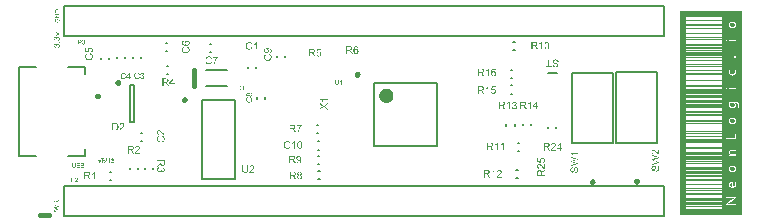
<source format=gto>
%FSTAX23Y23*%
%MOIN*%
%SFA1B1*%

%IPPOS*%
%ADD10C,0.023600*%
%ADD11C,0.009800*%
%ADD12C,0.007900*%
%ADD13C,0.015700*%
%LNpcb1-1*%
%LPD*%
G36*
X02455Y0007D02*
X02251D01*
Y00751*
X02455*
Y0007*
G37*
G36*
X01113Y00511D02*
D01*
Y00511*
Y00511*
Y00511*
Y0051*
Y0051*
Y0051*
Y0051*
X01113Y00509*
Y00509*
X01113Y00509*
X01113Y00508*
X01113Y00508*
X01112Y00507*
Y00507*
X01112Y00507*
Y00507*
X01112Y00507*
Y00507*
X01112Y00507*
X01112Y00507*
X01112Y00506*
X01112Y00506*
X01112Y00506*
X01111Y00506*
X01111Y00506*
X01111Y00506*
X01111Y00505*
X01111Y00505*
X0111Y00505*
X0111*
X0111Y00505*
X0111Y00505*
X0111*
X0111Y00505*
X01109Y00505*
X01109Y00505*
X01109*
X01109Y00505*
X01108Y00504*
X01108*
X01107*
X01107*
X01107*
X01107*
X01107*
X01106*
X01106*
X01106Y00505*
X01106*
X01105*
X01105Y00505*
X01104*
X01104Y00505*
X01104Y00505*
X01104Y00505*
X01104*
X01103Y00505*
X01103*
X01103Y00505*
X01103Y00505*
X01103Y00506*
X01103Y00506*
X01103Y00506*
X01103Y00506*
X01102Y00506*
X01102Y00506*
X01102Y00507*
X01102Y00507*
X01102Y00507*
X01102Y00507*
Y00507*
Y00507*
Y00508*
X01102Y00508*
Y00508*
X01101Y00508*
Y00508*
X01101Y00509*
Y00509*
X01101Y00509*
Y00509*
X01101Y0051*
Y0051*
Y00511*
Y00511*
Y0052*
X01103*
Y00511*
Y00511*
Y00511*
Y00511*
Y00511*
Y0051*
Y0051*
Y0051*
X01103Y00509*
Y00509*
X01103Y00509*
Y00509*
X01103Y00508*
Y00508*
Y00508*
X01104*
Y00508*
X01104Y00508*
X01104Y00508*
X01104Y00507*
X01104Y00507*
X01104Y00507*
X01105Y00507*
Y00507*
X01105*
X01105Y00507*
X01105*
X01105*
X01105Y00506*
X01105*
X01106Y00506*
X01106Y00506*
X01106*
X01107*
X01107*
X01107*
X01107*
X01108*
X01108*
X01108Y00506*
X01109Y00506*
X01109Y00507*
X01109Y00507*
X01109Y00507*
X0111Y00507*
X0111Y00507*
X0111Y00507*
Y00507*
X0111Y00507*
Y00507*
X0111Y00508*
X0111Y00508*
X0111Y00508*
X01111Y00508*
Y00508*
X01111Y00509*
X01111Y00509*
X01111Y00509*
Y0051*
X01111Y0051*
Y00511*
Y00511*
Y0052*
X01113*
Y00511*
G37*
G36*
X01122Y00505D02*
X01121D01*
Y00516*
X01121Y00516*
X0112Y00516*
X0112Y00516*
X0112Y00516*
X0112Y00516*
X01119Y00515*
X01119Y00515*
X01119*
Y00515*
X01119*
X01119Y00515*
X01118Y00515*
X01118Y00515*
X01118Y00515*
X01117Y00514*
X01117Y00514*
Y00516*
X01117*
X01117*
X01117Y00516*
X01117Y00516*
X01118*
X01118Y00516*
X01118Y00517*
X01118Y00517*
X01119Y00517*
X01119Y00517*
X0112Y00518*
X0112Y00518*
X0112Y00518*
X0112Y00518*
X0112Y00518*
X0112Y00518*
X0112Y00518*
X01121Y00519*
X01121Y00519*
X01121Y00519*
X01121Y0052*
Y0052*
X01122*
Y00505*
G37*
G36*
X00299Y00189D02*
X00296D01*
Y00208*
Y00208*
X00296*
X00296Y00208*
X00296Y00208*
X00296Y00208*
X00295Y00207*
X00295Y00207*
X00294Y00206*
X00293Y00206*
X00293*
X00293Y00206*
X00293*
X00293Y00206*
X00293Y00206*
X00292Y00206*
X00292Y00205*
X00291Y00205*
X00291Y00205*
X0029Y00205*
Y00207*
Y00208*
X0029*
X0029Y00208*
X00291Y00208*
X00291Y00208*
X00291Y00208*
X00291Y00208*
X00292Y00208*
X00292Y00209*
X00293Y00209*
X00294Y0021*
X00295Y0021*
X00295Y00211*
X00295Y00211*
X00295Y00211*
X00295Y00211*
X00295Y00211*
X00296Y00211*
X00296Y00212*
X00296Y00212*
X00297Y00213*
X00297Y00213*
X00297Y00214*
X00297Y00214*
X00299*
Y00189*
G37*
G36*
X00276Y00214D02*
X00276D01*
X00276Y00214*
X00277*
X00278Y00214*
X00278Y00213*
X00279Y00213*
X0028Y00213*
X0028Y00213*
X0028Y00213*
X0028*
X0028Y00213*
X00281Y00213*
X00281Y00212*
X00281Y00212*
X00282Y00212*
X00282Y00211*
X00283Y00211*
Y00211*
X00283Y0021*
Y0021*
X00283Y0021*
X00283Y0021*
X00283Y0021*
X00283Y0021*
X00284Y00209*
X00284Y00208*
X00284Y00208*
Y00207*
Y00207*
Y00207*
Y00207*
Y00206*
Y00206*
X00284Y00206*
Y00206*
X00284Y00205*
X00284Y00205*
X00283Y00205*
X00283Y00204*
X00283Y00204*
X00283Y00203*
X00283Y00203*
X00282Y00203*
X00282Y00202*
X00282*
Y00202*
X00282Y00202*
X00282Y00202*
X00282Y00202*
X00281Y00202*
X00281Y00202*
X00281Y00201*
X0028Y00201*
X0028Y00201*
X0028Y00201*
X00279Y00201*
X00279Y002*
X00278Y002*
X00277Y002*
X00277Y002*
X00277*
X00277Y002*
X00277Y002*
X00278Y002*
X00278Y00199*
X00278Y00199*
X00278Y00199*
X00279Y00199*
X00279*
Y00199*
X00279Y00199*
X00279Y00198*
X00279Y00198*
X00279Y00198*
X00279Y00198*
X0028Y00198*
X0028Y00197*
X00281Y00197*
X00281Y00196*
X00282Y00195*
X00286Y00189*
X00282*
X00278Y00194*
Y00194*
X00278Y00194*
X00278Y00194*
X00278Y00194*
X00278Y00195*
X00278Y00195*
X00277Y00196*
X00277Y00196*
X00276Y00197*
X00276Y00197*
X00276Y00197*
X00276Y00197*
X00276Y00198*
X00275Y00198*
X00275Y00198*
X00275Y00198*
X00275Y00199*
X00274Y00199*
X00274*
X00274Y00199*
X00274Y00199*
X00274Y00199*
X00273*
X00273Y002*
X00273*
X00273Y002*
X00273*
X00272*
X00272*
X00272*
X00271Y002*
X00267*
Y00189*
X00264*
Y00214*
X00275*
X00276*
G37*
G36*
X0218Y00272D02*
D01*
X0218*
X02179*
X02179*
X02179*
X02178Y00272*
X02178Y00272*
X02178Y00272*
X02178*
X02178Y00272*
X02177*
X02177Y00272*
X02177Y00272*
X02177Y00272*
X02176Y00273*
X02176Y00273*
X02175Y00273*
X02174Y00274*
Y00274*
X02174Y00274*
X02174Y00274*
X02174Y00274*
X02174Y00274*
X02174Y00275*
X02173Y00275*
X02173Y00275*
X02173Y00275*
X02172Y00276*
X02172Y00276*
X02172Y00277*
X02171Y00277*
X02171Y00277*
X02171Y00278*
X0217Y00278*
X0217Y00278*
X0217Y00279*
X0217Y00279*
X02169Y00279*
X02169Y0028*
X02169Y0028*
X02168Y00281*
X02167Y00282*
X02166Y00282*
X02166Y00283*
X02166Y00283*
X02165Y00283*
X02165Y00284*
X02165Y00284*
X02165Y00284*
X02165Y00284*
X02164Y00284*
X02164Y00284*
X02164Y00284*
X02163Y00284*
X02163Y00285*
X02162Y00285*
X02162*
X02162Y00285*
X02161*
X02161*
X02161*
X02161*
X02161Y00285*
X0216Y00285*
X0216Y00285*
X02159Y00284*
X02159Y00284*
X02159Y00284*
X02159Y00284*
X02158Y00284*
Y00284*
X02158Y00283*
X02158Y00283*
X02158Y00283*
X02158Y00283*
X02158Y00283*
X02158Y00283*
X02158Y00282*
X02158Y00282*
X02157Y00282*
X02157Y00281*
Y00281*
Y0028*
Y0028*
Y0028*
Y0028*
Y00279*
X02157Y00279*
Y00279*
X02157Y00278*
X02158Y00278*
X02158Y00277*
X02158Y00277*
X02158Y00277*
X02158Y00277*
Y00277*
X02159*
X02159Y00276*
X02159*
X02159Y00276*
X02159Y00276*
X02159Y00276*
X02159Y00276*
X0216Y00276*
X0216Y00276*
X0216Y00276*
X02161Y00275*
X02161Y00275*
X02161*
X02162Y00275*
X02162*
X02162Y00272*
X02162*
X02162Y00272*
X02161*
X02161*
X02161Y00272*
X02161Y00272*
X0216Y00272*
X0216Y00273*
X02159Y00273*
X02159Y00273*
X02159Y00273*
X02158Y00273*
X02158Y00274*
X02157Y00274*
X02157Y00274*
X02156Y00275*
X02156*
Y00275*
X02156Y00275*
X02156Y00275*
X02156Y00275*
X02156Y00275*
X02156Y00276*
X02155Y00276*
X02155Y00276*
X02155Y00277*
X02155Y00277*
X02155Y00278*
X02155Y00278*
X02155Y00279*
X02155Y0028*
Y0028*
Y0028*
Y00281*
Y00281*
X02155Y00281*
Y00282*
X02155Y00282*
Y00282*
X02155Y00283*
X02155Y00283*
X02155Y00284*
X02155Y00284*
X02156Y00285*
X02156Y00285*
X02156Y00286*
X02157Y00286*
X02157Y00286*
X02157Y00286*
X02157Y00286*
X02157Y00287*
X02157Y00287*
X02158Y00287*
X02158Y00287*
X02158Y00287*
X02159Y00287*
X02159Y00288*
X0216Y00288*
X0216Y00288*
X02161Y00288*
X02161Y00288*
X02162*
X02162*
X02162*
X02162*
X02162*
X02162*
X02162Y00288*
X02163Y00288*
X02163Y00288*
X02164Y00288*
X02165Y00287*
X02165*
X02165Y00287*
X02165*
X02165Y00287*
X02165Y00287*
X02166Y00287*
X02166Y00286*
X02167Y00286*
X02168Y00285*
Y00285*
X02168Y00285*
X02168Y00285*
X02168Y00285*
X02168Y00285*
X02169Y00285*
X02169Y00284*
X02169Y00284*
X02169Y00284*
X0217Y00283*
X0217Y00283*
X02171Y00282*
X02171Y00282*
X02172Y00281*
X02172Y00281*
X02172Y00281*
X02172Y0028*
X02172Y0028*
X02173Y0028*
X02173Y0028*
X02173Y00279*
X02174Y00279*
X02174Y00278*
X02175Y00278*
X02175Y00277*
X02175Y00277*
X02175Y00277*
X02175Y00277*
X02176Y00277*
X02176Y00277*
X02176Y00276*
X02176Y00276*
X02177Y00276*
X02177Y00276*
Y00288*
X0218*
Y00272*
G37*
G36*
Y00263D02*
Y0026D01*
X02161Y00255*
X02161Y00255*
X0216*
X0216*
X0216Y00254*
X0216Y00254*
X02159Y00254*
X02159Y00254*
X02158Y00254*
X02158*
X02158Y00254*
X02158*
X02158Y00254*
X02158*
X02158*
X02158*
X02158Y00254*
X02158*
X02159Y00254*
X02159Y00253*
X0216Y00253*
X0216Y00253*
X02161Y00253*
X0218Y00248*
Y00244*
X02155Y00238*
Y00241*
X02171Y00245*
X02171*
X02171*
X02171Y00245*
X02172*
X02172Y00245*
X02172*
X02172Y00245*
X02173Y00245*
X02173Y00245*
X02174Y00245*
X02174Y00246*
X02175Y00246*
X02176Y00246*
X02176*
X02176*
X02176Y00246*
X02176*
X02175Y00246*
X02175Y00246*
X02175Y00246*
X02174Y00246*
X02173Y00247*
X02173Y00247*
X02173Y00247*
X02172Y00247*
X02172*
X02172Y00247*
X02172*
X02155Y00252*
Y00256*
X02167Y0026*
X02168*
X02168*
X02168Y0026*
X02168Y0026*
X02169Y0026*
X02169Y0026*
X0217Y0026*
X0217Y0026*
X02171Y0026*
X02172Y00261*
X02172Y00261*
X02173Y00261*
X02175Y00261*
X02176Y00261*
X02176*
X02176Y00262*
X02176*
X02176Y00262*
X02175*
X02175Y00262*
X02175Y00262*
X02174Y00262*
X02174Y00262*
X02174Y00262*
X02173Y00262*
X02173Y00262*
X02172Y00262*
X02171Y00263*
X02155Y00267*
Y0027*
X0218Y00263*
G37*
G36*
X02173Y00235D02*
X02173D01*
X02173Y00235*
X02174*
X02174Y00235*
X02175Y00235*
X02175Y00235*
X02176Y00235*
X02176Y00234*
X02177Y00234*
X02177*
X02177Y00234*
X02177Y00234*
X02177Y00234*
X02177Y00234*
X02177Y00234*
X02178Y00233*
X02178Y00233*
X02178Y00233*
X02178Y00233*
X02178Y00232*
X02179Y00232*
X02179Y00231*
X02179Y00231*
Y00231*
X02179Y00231*
X0218Y0023*
X0218Y0023*
Y0023*
X0218Y00229*
X0218Y00229*
X0218Y00229*
X0218Y00228*
X0218Y00228*
X0218Y00227*
Y00226*
Y00226*
Y00225*
Y00225*
Y00225*
Y00224*
X0218Y00224*
Y00224*
X0218Y00223*
X0218Y00222*
X0218Y00221*
X02179Y00221*
X02179Y0022*
Y0022*
Y0022*
X02179Y0022*
X02179Y0022*
X02179Y00219*
X02179Y00219*
X02179Y00219*
X02178Y00218*
X02178Y00218*
X02177Y00217*
X02176Y00217*
X02176Y00217*
X02176Y00216*
X02176Y00216*
X02176Y00216*
X02175Y00216*
X02175Y00216*
X02175Y00216*
X02174Y00216*
X02174Y00216*
X02174Y00216*
X02173Y00215*
X02172*
X02172Y00215*
X02171Y00218*
X02172*
X02172*
X02172*
X02172Y00219*
X02172*
X02173Y00219*
X02173Y00219*
X02174Y00219*
X02174Y00219*
X02175Y00219*
Y0022*
X02175Y0022*
X02175Y0022*
X02175Y0022*
X02176Y0022*
X02176Y00221*
X02176Y00221*
X02177Y00222*
Y00222*
X02177Y00222*
Y00222*
X02177Y00222*
Y00223*
X02177Y00223*
X02177Y00223*
X02177Y00223*
Y00224*
X02177Y00224*
X02177Y00225*
X02177Y00226*
Y00226*
X02177Y00226*
Y00227*
Y00227*
X02177Y00228*
X02177Y00228*
X02177Y00229*
X02177Y00229*
X02177Y00229*
Y00229*
X02177Y0023*
X02176Y0023*
X02176Y0023*
X02176Y00231*
X02176Y00231*
X02175Y00231*
X02175Y00232*
X02175Y00232*
X02175Y00232*
X02174Y00232*
X02174Y00232*
X02173*
X02173Y00232*
X02173*
X02173*
X02173Y00232*
X02172*
X02172Y00232*
X02172Y00232*
X02171Y00232*
X02171Y00231*
X02171Y00231*
X02171Y00231*
X0217Y00231*
X0217Y00231*
X0217Y0023*
X0217Y0023*
X02169Y00229*
Y00229*
Y00229*
X02169Y00229*
Y00229*
X02169Y00228*
X02169Y00228*
X02169Y00228*
X02169Y00228*
X02169Y00227*
X02169Y00227*
X02169Y00226*
X02169Y00226*
X02168Y00225*
X02168Y00225*
Y00225*
X02168Y00224*
Y00224*
X02168Y00224*
X02168Y00223*
X02168Y00223*
X02168Y00223*
X02167Y00222*
X02167Y00221*
X02167Y00221*
X02167Y0022*
X02167Y0022*
X02167Y0022*
X02167Y0022*
Y0022*
X02166Y00219*
X02166Y00219*
X02166Y00219*
X02166Y00218*
X02165Y00218*
X02165Y00217*
X02164Y00217*
X02164*
Y00217*
X02164*
X02164Y00217*
X02164*
X02164Y00217*
X02163Y00217*
X02163Y00217*
X02162Y00216*
X02162Y00216*
X02161*
X02161*
X02161*
X02161*
X02161*
X0216*
X0216Y00216*
X0216*
X02159Y00217*
X02159Y00217*
X02158Y00217*
X02158Y00217*
X02158Y00217*
X02158*
X02157Y00217*
X02157Y00218*
X02157Y00218*
X02157Y00218*
X02157Y00218*
X02156Y00219*
X02156Y00219*
X02155Y0022*
X02155Y0022*
Y00221*
X02155Y00221*
Y00221*
X02155Y00221*
X02155Y00221*
Y00222*
X02155Y00222*
X02155Y00222*
X02154Y00223*
Y00223*
X02154Y00223*
X02154Y00224*
Y00225*
Y00225*
Y00226*
Y00226*
Y00226*
Y00226*
X02154Y00227*
Y00227*
X02154Y00228*
X02155Y00228*
X02155Y00229*
X02155Y0023*
Y0023*
X02155Y0023*
Y0023*
X02155Y00231*
X02155Y00231*
X02156Y00231*
X02156Y00232*
X02157Y00232*
X02157Y00233*
X02158Y00233*
X02158*
X02158Y00233*
X02158Y00234*
X02158Y00234*
X02158*
X02159Y00234*
X02159Y00234*
X02159Y00234*
X02159Y00234*
X0216Y00234*
X02161Y00235*
X02161*
X02162*
X02162Y00231*
X02162*
X02162*
X02162*
X02161Y00231*
X02161*
X02161Y00231*
X02161Y00231*
X0216Y00231*
X02159Y00231*
X02159Y0023*
X02159Y0023*
X02159Y0023*
X02158Y0023*
Y0023*
X02158Y00229*
X02158Y00229*
X02158Y00229*
X02158Y00229*
X02158Y00229*
X02158Y00229*
X02158Y00228*
X02158Y00228*
X02157Y00228*
X02157Y00227*
X02157Y00227*
Y00226*
X02157Y00226*
Y00225*
Y00225*
Y00225*
Y00224*
X02157Y00224*
Y00224*
X02157Y00224*
X02157Y00223*
X02158Y00222*
X02158Y00222*
X02158Y00221*
X02158Y00221*
X02158Y00221*
X02158Y00221*
X02158Y00221*
X02159Y0022*
X02159Y0022*
X02159Y0022*
X0216Y0022*
X0216Y0022*
X02161Y00219*
X02161*
X02161*
X02161*
X02161Y0022*
X02162*
X02162Y0022*
X02162Y0022*
X02163Y0022*
X02163Y0022*
X02163*
Y00221*
X02163Y00221*
X02163Y00221*
X02164Y00221*
X02164Y00221*
X02164Y00221*
X02164Y00222*
X02164Y00222*
X02164Y00222*
X02164Y00223*
X02164Y00223*
X02165Y00224*
X02165Y00225*
X02165Y00225*
Y00226*
X02165Y00226*
Y00226*
X02165Y00226*
X02165Y00227*
X02165Y00227*
X02166Y00228*
X02166Y00229*
X02166Y0023*
X02166Y0023*
X02166Y0023*
X02166Y00231*
X02167Y00231*
Y00231*
X02167Y00231*
Y00231*
X02167Y00232*
X02167Y00232*
X02167Y00232*
X02168Y00233*
X02168Y00233*
X02169Y00234*
X02169Y00234*
X02169Y00234*
Y00234*
X02169*
X02169*
X02169Y00234*
X0217Y00235*
X0217Y00235*
X0217Y00235*
X0217Y00235*
X02171Y00235*
X02171Y00235*
X02172Y00235*
X02172Y00235*
X02173*
X02173*
X02173*
X02173*
G37*
G36*
X01791Y0026D02*
X01791D01*
X01791*
X01791Y0026*
X01792Y0026*
X01792*
X01793Y0026*
X01793Y0026*
X01794Y0026*
X01794Y0026*
X01795Y00259*
X01795Y00259*
X01796Y00259*
X01796Y00258*
X01796Y00258*
X01796Y00258*
X01797Y00258*
X01797Y00258*
X01797Y00257*
X01797Y00257*
X01798Y00257*
X01798Y00256*
X01798Y00256*
X01798Y00255*
X01799Y00255*
X01799Y00254*
X01799Y00253*
X01799Y00252*
Y00252*
Y00252*
Y00251*
Y00251*
Y00251*
X01799Y00251*
Y0025*
X01799Y0025*
X01799Y00249*
X01799Y00249*
X01799Y00248*
X01798Y00248*
X01798Y00247*
X01798Y00247*
X01798Y00247*
X01797Y00246*
X01797Y00246*
X01797Y00246*
X01797Y00246*
X01797Y00246*
X01796Y00245*
X01796Y00245*
X01796Y00245*
X01796Y00245*
X01795Y00245*
X01795Y00244*
X01794Y00244*
X01794Y00244*
X01793Y00244*
X01793Y00244*
X01792Y00244*
X01792Y00247*
X01792Y00247*
X01792*
X01792*
X01792Y00247*
X01793*
X01793Y00247*
X01794Y00247*
X01794Y00248*
X01795Y00248*
X01795Y00248*
X01795Y00249*
X01796Y00249*
X01796Y00249*
X01796Y00249*
X01796Y00249*
X01796Y00249*
X01796Y0025*
X01796Y0025*
X01797Y00251*
X01797Y00251*
Y00252*
Y00252*
Y00252*
X01797Y00252*
Y00253*
X01796Y00253*
Y00253*
X01796Y00254*
X01796Y00254*
X01796Y00254*
X01796Y00255*
X01796Y00255*
X01795Y00255*
X01795Y00256*
X01795*
Y00256*
X01795Y00256*
X01795Y00256*
X01794Y00256*
X01794Y00256*
X01794Y00256*
X01793Y00256*
X01793Y00257*
X01793Y00257*
X01792Y00257*
X01792Y00257*
X01791*
X01791Y00257*
X0179*
X0179*
X0179*
X0179*
X0179*
X0179Y00257*
X01789*
X01789Y00257*
X01788Y00257*
X01788Y00257*
X01788Y00256*
X01787Y00256*
X01787Y00256*
X01787Y00256*
X01786Y00256*
X01786*
Y00255*
X01786*
X01786Y00255*
X01786Y00255*
X01786Y00255*
X01786Y00255*
X01786Y00255*
X01785Y00254*
X01785Y00254*
X01785Y00254*
X01785Y00253*
X01785Y00253*
X01785Y00253*
X01785Y00252*
Y00252*
Y00251*
Y00251*
Y00251*
X01785Y00251*
X01785Y0025*
X01785Y0025*
X01785Y00249*
X01785Y00249*
Y00249*
X01786Y00249*
X01786Y00249*
X01786Y00248*
X01786Y00248*
X01786Y00248*
X01787Y00247*
X01787Y00247*
X01787Y00244*
X01774Y00247*
Y00259*
X01777*
Y00249*
X01784Y00248*
X01784Y00248*
X01783Y00248*
X01783Y00248*
X01783Y00248*
X01783Y00249*
X01783Y00249*
X01783Y00249*
X01783Y0025*
X01783Y0025*
X01782Y00251*
X01782Y00251*
Y00252*
X01782Y00252*
Y00252*
Y00253*
Y00253*
Y00253*
X01782Y00253*
Y00254*
X01782Y00254*
X01782Y00254*
X01782Y00255*
X01783Y00255*
X01783Y00256*
X01783Y00256*
X01783Y00257*
X01784Y00257*
X01784Y00258*
X01784Y00258*
X01784Y00258*
X01785Y00258*
X01785Y00258*
X01785Y00259*
X01785Y00259*
X01786Y00259*
X01786Y00259*
X01786Y00259*
X01787Y0026*
X01787Y0026*
X01788Y0026*
X01788Y0026*
X01789Y0026*
X0179Y0026*
X0179*
X0179*
X01791*
G37*
G36*
X01799Y00224D02*
D01*
X01799*
X01798*
X01798*
X01798Y00224*
X01797*
X01797Y00224*
X01797Y00224*
X01797*
X01796*
X01796Y00224*
X01796*
X01796Y00224*
X01796Y00224*
X01795Y00225*
X01794Y00225*
X01794Y00226*
X01793Y00226*
Y00226*
X01793*
X01793Y00226*
X01793Y00226*
X01793Y00227*
X01792Y00227*
X01792Y00227*
X01792Y00227*
X01792Y00228*
X01791Y00228*
X01791Y00228*
X01791Y00229*
X0179Y00229*
X0179Y0023*
X01789Y0023*
Y0023*
X01789Y0023*
X01789Y0023*
X01789Y00231*
X01789Y00231*
X01788Y00231*
X01788Y00232*
X01788Y00232*
X01787Y00233*
X01786Y00234*
X01785Y00235*
X01785Y00235*
X01784Y00235*
X01784Y00236*
X01784*
Y00236*
X01784*
X01784Y00236*
X01784Y00236*
X01783Y00236*
X01783Y00236*
X01783Y00236*
X01782Y00237*
X01782Y00237*
X01781Y00237*
X01781Y00237*
X01781*
X0178Y00237*
X0178*
X0178Y00237*
X0178*
X0178*
X01779Y00237*
X01779Y00237*
X01778Y00237*
X01778Y00236*
X01778Y00236*
X01778Y00236*
X01777Y00236*
X01777Y00236*
X01777Y00236*
X01777Y00235*
X01777Y00235*
X01777Y00235*
X01777Y00235*
X01777Y00235*
X01776Y00234*
X01776Y00234*
X01776Y00233*
Y00233*
Y00232*
Y00232*
Y00232*
Y00232*
Y00232*
X01776Y00231*
Y00231*
X01776Y0023*
X01777Y0023*
X01777Y0023*
X01777Y00229*
X01777Y00229*
X01777Y00229*
X01777*
X01778Y00229*
X01778Y00229*
X01778Y00228*
X01778Y00228*
X01778Y00228*
X01778Y00228*
X01779Y00228*
X01779Y00228*
X01779Y00228*
X01779Y00228*
X0178Y00228*
X0178Y00227*
X01781*
X01781*
X01781Y00224*
X01781*
X01781*
X0178*
X0178Y00224*
X0178*
X0178Y00224*
X01779Y00225*
X01779Y00225*
X01778Y00225*
X01778Y00225*
X01777Y00225*
X01777Y00225*
X01777Y00226*
X01776Y00226*
X01776Y00226*
X01775Y00227*
X01775Y00227*
X01775Y00227*
X01775Y00227*
X01775Y00227*
X01775Y00228*
X01775Y00228*
X01774Y00228*
X01774Y00229*
X01774Y00229*
X01774Y00229*
X01774Y0023*
X01774Y00231*
X01774Y00231*
X01773Y00232*
Y00232*
Y00233*
Y00233*
Y00233*
Y00233*
X01774Y00234*
X01774Y00234*
Y00235*
X01774Y00235*
X01774Y00235*
X01774Y00236*
X01774Y00236*
X01775Y00237*
X01775Y00237*
X01775Y00238*
X01775Y00238*
X01776Y00238*
X01776Y00238*
X01776Y00238*
X01776Y00239*
X01776Y00239*
X01777Y00239*
X01777Y00239*
X01777Y00239*
X01778Y0024*
X01778Y0024*
X01778Y0024*
X01779Y0024*
X01779Y0024*
X0178Y0024*
X0178*
X01781*
X01781*
X01781*
X01781*
X01781*
X01781*
X01782Y0024*
X01782Y0024*
X01783Y0024*
X01783Y0024*
X01784*
Y0024*
X01784*
X01784Y00239*
X01784Y00239*
X01784Y00239*
X01785Y00239*
X01785Y00239*
X01786Y00238*
X01787Y00238*
X01787Y00237*
X01787Y00237*
X01787Y00237*
X01787Y00237*
X01787Y00237*
X01788Y00236*
X01788Y00236*
X01788Y00236*
X01789Y00235*
X01789Y00235*
X01789Y00235*
X0179Y00234*
X0179Y00233*
X01791Y00233*
X01791Y00233*
X01791Y00233*
X01791Y00232*
X01792Y00232*
X01792Y00232*
X01792Y00231*
X01793Y00231*
X01793Y0023*
X01793Y0023*
X01794Y0023*
X01794Y00229*
X01794Y00229*
X01794Y00229*
X01794Y00229*
X01795Y00229*
X01795Y00229*
X01795Y00228*
X01795Y00228*
X01796Y00228*
Y0024*
X01799*
Y00224*
G37*
G36*
Y00218D02*
X01794Y00215D01*
X01793Y00215*
X01793Y00214*
X01793Y00214*
X01793Y00214*
X01793Y00214*
X01792Y00214*
X01792Y00213*
X01791Y00213*
X01791Y00213*
X0179Y00212*
X0179Y00212*
X0179Y00212*
X0179Y00212*
X01789Y00212*
X01789Y00211*
X01789Y00211*
X01789Y00211*
X01788Y0021*
Y0021*
X01788Y0021*
X01788Y0021*
X01788Y0021*
X01788Y0021*
X01788Y00209*
X01788Y00209*
Y00209*
Y00209*
Y00209*
Y00208*
X01788Y00208*
Y00208*
Y00203*
X01799*
Y002*
X01774*
Y00212*
Y00212*
Y00212*
Y00213*
X01774Y00213*
X01774Y00214*
X01774Y00215*
X01774Y00216*
X01774Y00216*
X01774Y00216*
Y00216*
X01774Y00216*
Y00217*
X01774Y00217*
X01775Y00217*
X01775Y00217*
X01775Y00218*
X01776Y00218*
X01776Y00219*
X01777Y00219*
X01777*
X01777Y00219*
X01777Y00219*
X01777*
X01777Y00219*
X01778Y00219*
X01778Y0022*
X01778Y0022*
X01779Y0022*
X0178Y0022*
X0178*
X0178*
X01781*
X01781*
X01781*
X01781*
X01781Y0022*
X01782*
X01782Y0022*
X01782Y0022*
X01783Y0022*
X01783Y0022*
X01783Y00219*
X01784Y00219*
X01784Y00219*
X01785Y00219*
X01785Y00218*
X01785Y00218*
X01785Y00218*
X01785Y00218*
X01785Y00218*
X01786Y00218*
X01786Y00217*
X01786Y00217*
X01786Y00217*
X01786Y00216*
X01787Y00216*
X01787Y00215*
X01787Y00215*
X01787Y00214*
X01787Y00214*
Y00213*
Y00213*
X01787*
Y00213*
Y00213*
X01788Y00213*
X01788Y00214*
X01788Y00214*
X01788Y00214*
X01788Y00215*
X01789Y00215*
Y00215*
X01789*
X01789Y00215*
X01789Y00215*
X01789Y00215*
X01789Y00216*
X01789Y00216*
X01789Y00216*
X0179Y00216*
X01791Y00217*
X01791Y00217*
X01792Y00218*
X01799Y00222*
Y00218*
G37*
G36*
X00988Y00368D02*
X00988D01*
Y00368*
X00988Y00368*
X00988Y00368*
X00988Y00367*
X00987Y00367*
X00987Y00367*
X00987Y00366*
X00986Y00366*
X00986Y00365*
X00986Y00365*
X00985Y00364*
X00985Y00363*
X00984Y00363*
X00984Y00362*
X00983Y00361*
X00983*
Y00361*
X00983Y00361*
X00983Y00361*
X00983Y0036*
X00983Y0036*
X00982Y00359*
X00982Y00359*
X00982Y00358*
X00982Y00357*
X00981Y00357*
X00981Y00356*
X00981Y00355*
X0098Y00354*
X0098Y00353*
X0098Y00353*
Y00352*
X0098Y00352*
Y00352*
X0098Y00352*
X00979Y00351*
X00979Y00351*
X00979Y0035*
X00979Y0035*
X00979Y00349*
X00979Y00349*
X00979Y00348*
X00979Y00348*
Y00347*
X00979Y00346*
X00975*
Y00346*
Y00346*
Y00346*
Y00346*
X00976Y00347*
Y00347*
X00976Y00348*
Y00348*
X00976Y00349*
X00976Y00349*
X00976Y0035*
X00976Y00351*
X00976Y00351*
X00976Y00352*
X00977Y00353*
X00977Y00353*
Y00353*
X00977Y00353*
Y00353*
X00977Y00354*
X00977Y00354*
X00977Y00355*
X00977Y00355*
X00978Y00356*
X00978Y00357*
X00978Y00357*
X00978Y00358*
X00979Y00359*
X0098Y00361*
X0098*
Y00361*
X0098Y00361*
X0098Y00362*
X0098Y00362*
X00981Y00362*
X00981Y00363*
X00981Y00363*
X00981Y00364*
X00982Y00364*
X00983Y00365*
X00983Y00366*
X00984Y00367*
X00984Y00368*
X00972*
Y00371*
X00988*
Y00368*
G37*
G36*
X0096Y00371D02*
X0096D01*
X0096Y00371*
X00961*
X00961Y00371*
X00962Y00371*
X00963Y0037*
X00964Y0037*
X00964Y0037*
X00964*
X00964Y0037*
X00964*
X00964Y0037*
X00964Y0037*
X00965Y0037*
X00965Y00369*
X00966Y00369*
X00966Y00368*
X00967Y00368*
X00967Y00368*
Y00368*
X00967Y00367*
X00967Y00367*
X00967Y00367*
X00967Y00367*
X00967Y00367*
X00967Y00366*
X00968Y00365*
X00968Y00365*
X00968Y00364*
Y00364*
Y00364*
Y00364*
Y00363*
X00968Y00363*
Y00363*
X00968Y00363*
Y00362*
X00967Y00362*
X00967Y00362*
X00967Y00361*
X00967Y00361*
X00967Y00361*
X00967Y0036*
X00966Y0036*
X00966Y00359*
Y00359*
X00966Y00359*
X00966Y00359*
X00965Y00359*
X00965Y00359*
X00965Y00359*
X00965Y00358*
X00964Y00358*
X00964Y00358*
X00963Y00358*
X00963Y00358*
X00962Y00357*
X00962Y00357*
X00961Y00357*
X00961Y00357*
X00961*
X00961Y00357*
X00961Y00357*
X00961Y00357*
X00962Y00356*
X00962Y00356*
X00962Y00356*
X00963Y00356*
Y00356*
X00963*
Y00356*
X00963Y00356*
X00963Y00355*
X00963Y00355*
X00963Y00355*
X00964Y00355*
X00964Y00354*
X00964Y00354*
X00965Y00353*
X00965Y00352*
X0097Y00346*
X00966*
X00962Y00351*
X00962Y00351*
X00962Y00351*
X00962Y00351*
X00962Y00351*
X00962Y00352*
X00961Y00352*
X00961Y00353*
X00961Y00353*
X0096Y00354*
X0096Y00354*
X0096Y00354*
X0096*
X0096Y00355*
X00959Y00355*
X00959Y00355*
X00959Y00355*
X00959Y00356*
X00958Y00356*
X00958Y00356*
Y00356*
X00958*
X00958Y00356*
X00958Y00356*
X00957Y00356*
X00957Y00356*
X00957Y00357*
X00957*
X00957Y00357*
X00956*
X00956*
X00956*
X00956*
X00955Y00357*
X00951*
Y00346*
X00948*
Y00371*
X00959*
X0096*
G37*
G36*
X01076Y00455D02*
X01056D01*
X01056Y00454*
Y00454*
X01057Y00454*
X01057Y00454*
X01057Y00453*
X01058Y00453*
X01058Y00452*
X01058Y00452*
Y00452*
X01058*
Y00451*
X01059Y00451*
X01059Y00451*
X01059Y00451*
X01059Y00451*
X01059Y0045*
X01059Y00449*
X0106Y00449*
X0106Y00448*
X01057*
Y00448*
Y00449*
X01057Y00449*
X01057Y00449*
X01057Y00449*
X01056Y00449*
X01056Y0045*
X01056Y0045*
X01056Y00451*
X01055Y00451*
X01055Y00452*
X01054Y00453*
X01054*
X01054Y00453*
X01054Y00453*
X01054Y00453*
X01053Y00454*
X01053Y00454*
X01053Y00454*
X01052Y00454*
X01052Y00455*
X01051Y00455*
X01051Y00455*
X01051Y00456*
Y00458*
X01076*
Y00455*
G37*
G36*
Y0044D02*
X01067Y00434D01*
X01067Y00434*
X01067Y00434*
X01066Y00434*
X01066Y00433*
X01066Y00433*
X01065Y00433*
X01065*
X01066Y00433*
X01066Y00433*
X01066Y00432*
X01066Y00432*
X01067Y00432*
X01067Y00432*
X01067Y00432*
X01076Y00425*
Y00421*
X01063Y00431*
X01051Y00422*
Y00426*
X01057Y00431*
X01057Y00431*
X01057*
X01057Y00431*
X01058Y00431*
X01058Y00431*
X01058Y00432*
X01059Y00432*
X01059Y00432*
X0106Y00433*
X0106Y00433*
X0106Y00433*
X0106*
X0106Y00433*
X01059Y00434*
X01059Y00434*
X01059Y00434*
X01058Y00435*
X01057Y00435*
X01051Y0044*
Y00444*
X01063Y00435*
X01076Y00444*
Y0044*
G37*
G36*
X0081Y00222D02*
Y00222D01*
Y00221*
Y00221*
Y00221*
Y00221*
X0081Y0022*
Y0022*
Y00219*
X0081Y00219*
Y00218*
X0081Y00217*
X00809Y00216*
X00809Y00216*
X00809Y00216*
Y00215*
X00809Y00215*
X00809Y00215*
X00809Y00215*
X00809Y00215*
X00809Y00215*
X00808Y00214*
X00808Y00214*
X00808Y00214*
X00808Y00213*
X00807Y00213*
X00807Y00213*
X00807Y00212*
X00806Y00212*
X00806Y00212*
X00806Y00212*
X00806*
X00806Y00212*
X00805Y00212*
X00805Y00211*
X00805Y00211*
X00804Y00211*
X00804Y00211*
X00804Y00211*
X00803Y00211*
X00803Y00211*
X00802Y00211*
X00801Y00211*
X00801*
X008*
X008*
X00799*
X00799*
X00799Y00211*
X00798*
X00798*
X00798Y00211*
X00797Y00211*
X00796Y00211*
X00796Y00211*
X00795Y00211*
X00795Y00212*
X00794Y00212*
X00794Y00212*
X00794*
X00794Y00212*
X00794Y00212*
X00793Y00212*
X00793Y00212*
X00793Y00213*
X00793Y00213*
X00792Y00213*
X00792Y00213*
X00792Y00214*
X00792Y00214*
X00791Y00214*
X00791Y00215*
X00791Y00215*
Y00215*
X00791Y00216*
Y00216*
X00791Y00216*
X00791Y00216*
X00791Y00217*
X00791Y00217*
X0079Y00217*
X0079Y00218*
Y00218*
X0079Y00219*
Y0022*
X0079Y0022*
Y00221*
Y00222*
Y00236*
X00793*
Y00222*
Y00222*
Y00221*
Y00221*
Y00221*
Y00221*
Y00221*
Y0022*
X00794Y0022*
Y00219*
X00794Y00218*
X00794Y00218*
X00794Y00217*
X00794Y00217*
X00794Y00217*
Y00217*
X00794*
Y00217*
X00794Y00216*
X00795Y00216*
X00795Y00216*
X00795Y00215*
X00796Y00215*
X00796Y00214*
X00796*
X00796Y00214*
X00797Y00214*
X00797*
X00797Y00214*
X00797Y00214*
X00797Y00214*
X00798*
X00798Y00214*
X00799Y00214*
X008*
X008*
X008*
X00801*
X00801Y00214*
X00801*
X00802Y00214*
X00803Y00214*
X00803Y00214*
X00804Y00214*
X00804Y00214*
X00804Y00215*
X00805Y00215*
X00805Y00215*
Y00215*
X00805Y00215*
X00805Y00216*
X00805Y00216*
X00806Y00216*
X00806Y00216*
X00806Y00217*
X00806Y00217*
X00806Y00218*
X00806Y00218*
X00806Y00219*
X00806Y00219*
X00807Y0022*
Y00221*
Y00222*
Y00236*
X0081*
Y00222*
G37*
G36*
X00823Y00236D02*
X00823D01*
X00823*
X00824Y00236*
X00824*
X00825Y00236*
X00825Y00236*
X00826Y00236*
X00826Y00236*
X00827Y00235*
X00827Y00235*
X00827Y00235*
X00828Y00235*
X00828Y00234*
X00828Y00234*
X00829Y00234*
X00829Y00234*
X00829Y00234*
X00829Y00233*
X00829Y00233*
X00829Y00233*
X0083Y00233*
X0083Y00232*
X0083Y00232*
X0083Y00231*
X0083Y00231*
X0083Y0023*
X0083Y0023*
Y00229*
Y00229*
Y00229*
Y00229*
Y00229*
X0083Y00228*
X0083Y00228*
X0083Y00227*
X0083Y00227*
X0083Y00226*
X0083*
Y00226*
X0083Y00226*
Y00226*
X0083Y00226*
X00829Y00225*
X00829Y00225*
X00829Y00224*
X00828Y00224*
X00828Y00223*
Y00223*
X00828*
X00828Y00223*
X00827Y00223*
X00827Y00223*
X00827Y00223*
X00827Y00222*
X00827Y00222*
X00826Y00222*
X00826Y00221*
X00826Y00221*
X00825Y00221*
X00825Y0022*
X00824Y0022*
X00824Y00219*
X00823Y00219*
X00823Y00219*
X00823Y00219*
X00823Y00218*
X00822Y00218*
X00822Y00218*
X00821Y00218*
X00821Y00217*
X0082Y00216*
X0082Y00216*
X0082Y00216*
X0082Y00216*
X00819Y00216*
X00819Y00216*
X00819Y00215*
X00819Y00215*
X00819Y00215*
X00819Y00215*
X00819Y00215*
X00818Y00214*
X00818Y00214*
X0083*
Y00211*
X00814*
Y00211*
Y00211*
Y00211*
Y00212*
Y00212*
X00814Y00212*
X00814Y00213*
X00814Y00213*
X00814Y00213*
Y00213*
X00814Y00214*
X00814Y00214*
X00815Y00214*
X00815Y00215*
X00815Y00215*
X00816Y00216*
X00816Y00216*
Y00217*
X00816Y00217*
X00816Y00217*
X00817Y00217*
X00817Y00217*
X00817Y00217*
X00817Y00218*
X00818Y00218*
X00818Y00218*
X00818Y00218*
X00818Y00219*
X00819Y00219*
X00819Y00219*
X0082Y0022*
X0082Y0022*
Y0022*
X0082Y0022*
X00821Y00221*
X00821Y00221*
X00821Y00221*
X00822Y00221*
X00822Y00222*
X00822Y00222*
X00823Y00223*
X00824Y00224*
X00825Y00224*
X00825Y00225*
X00826Y00225*
X00826Y00226*
X00826*
Y00226*
X00826Y00226*
X00826Y00226*
X00826Y00226*
X00826Y00226*
X00826Y00227*
X00827Y00227*
X00827Y00227*
X00827Y00228*
X00827Y00228*
Y00229*
X00827Y00229*
Y00229*
Y00229*
Y0023*
Y0023*
Y0023*
X00827Y0023*
X00827Y0023*
X00827Y00231*
X00827Y00231*
X00827Y00232*
X00826Y00232*
X00826Y00232*
X00826Y00232*
X00826*
X00826Y00233*
X00826Y00233*
X00826Y00233*
X00825Y00233*
X00825Y00233*
X00825Y00233*
X00825Y00233*
X00825Y00233*
X00824Y00234*
X00823Y00234*
X00823*
X00822Y00234*
X00822*
X00822Y00234*
X00822*
X00822*
X00821Y00234*
X00821*
X00821Y00233*
X0082Y00233*
X0082Y00233*
X00819Y00233*
X00819Y00233*
X00819Y00232*
X00819*
X00819Y00232*
Y00232*
X00819Y00232*
X00818Y00232*
X00818Y00232*
X00818Y00231*
X00818Y00231*
X00818Y00231*
X00818Y00231*
X00818Y0023*
Y0023*
X00818Y0023*
Y00229*
X00818Y00229*
X00814Y00229*
Y00229*
Y00229*
Y00229*
Y0023*
X00815Y0023*
X00815Y0023*
X00815Y00231*
X00815Y00231*
X00815Y00231*
X00815Y00232*
X00815Y00232*
X00816Y00233*
X00816Y00233*
X00816Y00234*
X00816Y00234*
X00817Y00234*
X00817*
X00817Y00235*
X00817Y00235*
X00817Y00235*
X00818Y00235*
X00818Y00235*
X00818Y00235*
X00819Y00236*
X00819Y00236*
X0082Y00236*
X0082Y00236*
X00821Y00236*
X00821Y00236*
X00822*
X00823*
X00823*
X00823*
G37*
G36*
X0191Y00275D02*
X0189D01*
X0189*
Y00275*
X0189Y00275*
X0189Y00275*
X01891Y00274*
X01891Y00274*
X01891Y00273*
X01892Y00273*
X01892Y00272*
Y00272*
X01892Y00272*
Y00272*
X01892Y00272*
X01893Y00271*
X01893Y00271*
X01893Y0027*
X01893Y0027*
X01894Y00269*
X01894Y00269*
X01891*
X01891Y00269*
X01891Y00269*
X01891Y00269*
X0189Y00269*
X0189Y0027*
X0189Y0027*
X0189Y0027*
X0189Y00271*
X01889Y00272*
X01888Y00273*
X01888Y00273*
X01888*
X01888Y00274*
X01888Y00274*
X01887Y00274*
X01887Y00274*
X01887Y00274*
X01887Y00274*
X01886Y00275*
X01886Y00275*
X01885Y00276*
X01885Y00276*
X01884Y00276*
Y00278*
X0191*
Y00275*
G37*
G36*
Y00258D02*
Y00254D01*
X01891Y00249*
X0189*
X0189*
X0189Y00249*
X0189*
X0189Y00249*
X01889Y00249*
X01889Y00249*
X01888Y00248*
X01888*
X01888Y00248*
X01888*
X01888Y00248*
X01888*
X01888*
X01888Y00248*
X01888*
X01889Y00248*
X01889Y00248*
X0189Y00248*
X0189Y00248*
X01891Y00248*
X0191Y00242*
Y00239*
X01885Y00232*
Y00236*
X01901Y00239*
X01901*
X01901Y00239*
X01902*
X01902Y0024*
X01902*
X01902Y0024*
X01903Y0024*
X01903*
X01904Y0024*
X01904Y0024*
X01905Y0024*
X01906Y0024*
X01906*
X01906Y00241*
X01906*
X01905Y00241*
X01905Y00241*
X01905Y00241*
X01904Y00241*
X01903Y00241*
X01903Y00241*
X01903Y00241*
X01902*
X01902Y00241*
X01902Y00242*
X01902*
X01885Y00246*
Y0025*
X01897Y00254*
Y00254*
X01897*
X01898*
X01898Y00254*
X01898Y00254*
X01899Y00254*
X01899Y00254*
X019Y00255*
X019Y00255*
X01901Y00255*
X01902Y00255*
X01902Y00255*
X01903Y00255*
X01905Y00256*
X01906Y00256*
X01906*
X01906Y00256*
X01906*
X01906Y00256*
X01905*
X01905Y00256*
X01905Y00256*
X01904Y00256*
X01904Y00257*
X01903Y00257*
X01903*
X01902Y00257*
X01902Y00257*
X01901Y00257*
X01885Y00261*
Y00265*
X0191Y00258*
G37*
G36*
X01903Y0023D02*
X01903D01*
X01903Y0023*
X01904*
X01904Y0023*
X01904Y0023*
X01905Y00229*
X01906Y00229*
X01906Y00229*
X01906Y00229*
X01907*
X01907Y00229*
X01907Y00228*
X01907Y00228*
X01907Y00228*
X01907Y00228*
X01907Y00228*
X01908Y00228*
X01908Y00227*
X01908Y00227*
X01908Y00227*
X01909Y00226*
X01909Y00225*
Y00225*
X01909Y00225*
Y00225*
X01909Y00225*
X0191Y00225*
X0191Y00224*
X0191Y00224*
X0191Y00224*
Y00223*
X0191Y00223*
X0191Y00222*
X0191Y00221*
X0191Y00221*
Y0022*
X0191Y0022*
Y0022*
Y00219*
Y00219*
X0191Y00219*
Y00218*
X0191Y00218*
X0191Y00217*
X0191Y00216*
X01909Y00215*
X01909Y00215*
X01909*
Y00215*
Y00215*
X01909Y00214*
X01909Y00214*
X01909Y00214*
X01909Y00214*
X01908Y00213*
X01908Y00213*
X01908Y00212*
X01907Y00212*
X01906Y00211*
X01906*
Y00211*
X01906*
X01906Y00211*
X01906Y00211*
X01905Y00211*
X01905Y00211*
X01905Y0021*
X01905Y0021*
X01904Y0021*
X01904Y0021*
X01903Y0021*
X01903Y0021*
X01902*
X01902Y0021*
X01901Y00213*
X01901*
X01902*
X01902*
X01902Y00213*
X01902*
X01903Y00213*
X01903Y00213*
X01904Y00213*
X01904Y00214*
X01905Y00214*
Y00214*
X01905Y00214*
X01905Y00214*
X01905Y00215*
X01906Y00215*
X01906Y00215*
X01906Y00216*
X01906Y00216*
Y00217*
X01907*
Y00217*
X01907Y00217*
Y00217*
X01907Y00217*
Y00217*
X01907Y00218*
X01907Y00218*
Y00218*
X01907Y00219*
X01907Y0022*
Y0022*
Y00221*
Y00221*
Y00221*
X01907Y00221*
X01907Y00222*
X01907Y00223*
X01907Y00223*
X01907Y00224*
Y00224*
X01907Y00224*
X01906Y00224*
X01906Y00225*
X01906Y00225*
X01906Y00225*
X01905Y00226*
X01905Y00226*
X01905Y00226*
X01905Y00226*
X01905Y00226*
X01904Y00226*
X01904Y00226*
X01904Y00227*
X01903*
X01903Y00227*
X01903*
X01903*
X01903Y00227*
X01902*
X01902Y00226*
X01902Y00226*
X01901Y00226*
X01901Y00226*
Y00226*
X01901*
X01901Y00226*
X019Y00225*
X019Y00225*
X019Y00225*
X019Y00224*
X01899Y00224*
X01899Y00224*
Y00223*
X01899Y00223*
Y00223*
X01899Y00223*
X01899Y00223*
Y00222*
X01899Y00222*
X01899Y00222*
X01899Y00221*
X01899Y00221*
X01898Y0022*
X01898Y0022*
X01898Y00219*
Y00219*
Y00219*
X01898Y00219*
X01898Y00218*
X01898Y00218*
X01898Y00218*
X01898Y00217*
X01897Y00216*
X01897Y00216*
X01897Y00215*
X01897Y00215*
X01897Y00215*
X01897Y00214*
X01897*
Y00214*
X01896Y00214*
X01896Y00214*
X01896Y00214*
X01896Y00213*
X01896Y00213*
X01895Y00212*
X01895Y00212*
X01894Y00212*
X01894Y00212*
X01894*
X01894Y00211*
X01894*
X01894Y00211*
X01893Y00211*
X01893Y00211*
X01892Y00211*
X01892Y00211*
X01891*
X01891*
X01891*
X01891*
X0189*
X0189Y00211*
X0189*
X01889Y00211*
X01889Y00211*
X01888Y00211*
X01888Y00212*
X01888Y00212*
X01887*
X01887Y00212*
X01887*
X01887Y00212*
X01887Y00212*
X01887Y00213*
X01886Y00213*
X01886Y00214*
X01885Y00214*
X01885Y00215*
Y00215*
Y00215*
X01885Y00215*
X01885Y00216*
Y00216*
X01885Y00216*
X01885Y00216*
X01884Y00217*
X01884Y00217*
Y00217*
X01884Y00218*
X01884Y00219*
Y0022*
Y0022*
Y0022*
Y0022*
Y00221*
X01884Y00221*
Y00221*
X01884Y00222*
Y00222*
X01885Y00223*
X01885Y00224*
X01885Y00225*
Y00225*
X01885Y00225*
X01885Y00225*
X01885Y00225*
X01885Y00225*
X01886Y00226*
X01886Y00226*
X01887Y00227*
X01887Y00227*
X01888Y00228*
X01888*
X01888Y00228*
X01888*
X01888Y00228*
X01888Y00228*
X01889Y00228*
X01889Y00228*
X01889Y00229*
X01889Y00229*
X0189Y00229*
X01891Y00229*
X01891Y00229*
X01892*
X01892Y00226*
X01892*
X01892*
X01892*
X01891Y00226*
X01891*
X01891Y00226*
X01891Y00226*
X0189Y00225*
X01889Y00225*
X01889Y00225*
X01889Y00225*
X01889Y00224*
X01888Y00224*
X01888Y00224*
X01888Y00224*
Y00224*
X01888Y00224*
X01888Y00223*
X01888Y00223*
X01888Y00223*
X01888Y00223*
X01887Y00222*
X01887Y00222*
X01887Y00222*
Y00221*
X01887Y00221*
Y0022*
X01887Y0022*
Y00219*
X01887Y00219*
Y00219*
Y00219*
Y00218*
X01887Y00218*
X01887Y00217*
X01888Y00217*
X01888Y00216*
X01888Y00216*
X01888Y00216*
X01888Y00215*
Y00215*
X01888Y00215*
X01889Y00215*
X01889Y00215*
X01889Y00214*
X0189Y00214*
X0189Y00214*
X01891*
X01891*
X01891*
X01891*
X01891*
X01892Y00214*
X01892Y00214*
X01892Y00214*
X01893Y00215*
X01893Y00215*
X01893Y00215*
Y00215*
X01893Y00215*
X01893Y00215*
X01894Y00216*
X01894Y00216*
X01894Y00216*
X01894Y00217*
X01894Y00217*
X01894Y00217*
X01894Y00218*
X01895Y00219*
X01895Y00219*
X01895Y0022*
Y0022*
X01895Y0022*
Y00221*
X01895Y00221*
X01895Y00221*
X01895Y00222*
X01895Y00222*
X01896Y00223*
X01896Y00224*
X01896Y00224*
X01896Y00225*
X01896Y00225*
X01897Y00226*
Y00226*
X01897Y00226*
Y00226*
X01897Y00226*
X01897Y00226*
X01897Y00227*
X01898Y00227*
X01898Y00228*
X01899Y00228*
X01899Y00229*
X01899Y00229*
X01899Y00229*
X01899*
X01899Y00229*
X019Y00229*
X019Y00229*
X019Y00229*
X019Y00229*
X01901Y00229*
X01901Y0023*
X01902Y0023*
X01902Y0023*
X01903*
X01903*
X01903*
X01903*
G37*
G36*
X01835Y00589D02*
X01835D01*
X01835*
X01836Y00588*
X01836*
X01837Y00588*
X01837*
X01838Y00588*
X01839Y00588*
X01839Y00588*
X0184Y00588*
X0184*
X0184Y00587*
X0184Y00587*
X0184Y00587*
X01841Y00587*
X01841Y00587*
X01841Y00587*
X01842Y00586*
X01842Y00586*
X01843Y00585*
X01843Y00585*
X01844Y00584*
Y00584*
X01844Y00584*
X01844Y00584*
X01844Y00584*
X01844Y00584*
X01844Y00583*
X01844Y00583*
X01844Y00583*
X01844Y00582*
X01845Y00582*
X01845Y00581*
X01845Y0058*
Y0058*
X01842Y0058*
Y0058*
Y0058*
Y0058*
Y0058*
X01842Y0058*
X01841Y00581*
X01841Y00581*
X01841Y00582*
X01841Y00582*
X01841Y00583*
X01841Y00583*
X0184Y00583*
X0184Y00583*
X0184Y00584*
X0184Y00584*
X01839Y00584*
X01839Y00585*
X01838Y00585*
X01838*
X01838Y00585*
X01838*
X01838Y00585*
X01837*
X01837Y00585*
X01837Y00585*
X01837*
X01836Y00585*
X01836Y00585*
X01835Y00586*
X01834*
X01834*
X01834*
X01834*
X01833*
X01833Y00585*
X01832Y00585*
X01831Y00585*
X01831Y00585*
X01831*
Y00585*
X01831*
X01831*
X0183Y00585*
X0183Y00585*
X0183Y00584*
X01829Y00584*
X01829Y00584*
X01829Y00583*
X01829*
X01829Y00583*
X01828Y00583*
X01828Y00583*
X01828Y00582*
X01828Y00582*
Y00582*
X01828Y00581*
Y00581*
X01828Y00581*
Y00581*
X01828Y0058*
X01828Y0058*
X01828Y0058*
X01829Y00579*
X01829Y00579*
X01829Y00579*
X01829Y00579*
X01829Y00579*
X0183Y00578*
X0183Y00578*
X0183Y00578*
X01831Y00578*
X01831*
X01831Y00578*
X01831*
X01831Y00578*
X01832*
X01832Y00577*
X01832Y00577*
X01833Y00577*
X01833Y00577*
X01833Y00577*
X01834Y00577*
X01834Y00577*
X01835Y00577*
X01835Y00577*
X01836*
X01836Y00576*
X01836*
X01836Y00576*
X01836Y00576*
X01837*
X01837Y00576*
X01837Y00576*
X01838Y00576*
X01839Y00576*
X01839Y00575*
X0184Y00575*
X0184Y00575*
X0184Y00575*
Y00575*
X0184*
X01841Y00575*
X01841Y00575*
X01841Y00575*
X01841Y00574*
X01842Y00574*
X01842Y00574*
X01843Y00573*
X01843Y00573*
Y00572*
X01843Y00572*
X01843Y00572*
Y00572*
X01843Y00572*
X01844Y00571*
X01844Y00571*
X01844Y0057*
Y00569*
Y00569*
Y00569*
Y00569*
Y00569*
Y00569*
X01844Y00569*
Y00568*
X01844Y00568*
X01843Y00567*
X01843Y00567*
X01843Y00566*
X01843Y00566*
X01843*
Y00566*
X01843Y00566*
Y00566*
X01842Y00565*
X01842Y00565*
X01842Y00565*
X01842Y00565*
X01841Y00564*
X0184Y00564*
X0184Y00563*
X0184Y00563*
X01839*
X01839Y00563*
X01839*
X01839Y00563*
X01839Y00563*
X01838Y00563*
X01838*
X01838Y00563*
X01837Y00563*
X01837Y00563*
X01836Y00562*
X01835*
X01835*
X01835*
X01834*
X01834Y00563*
X01834*
X01833*
X01833Y00563*
X01833*
X01832Y00563*
X01831Y00563*
X0183Y00563*
X0183Y00563*
X0183*
X0183Y00564*
X0183Y00564*
X01829Y00564*
X01829Y00564*
X01828Y00564*
X01828Y00565*
X01827Y00565*
X01827Y00566*
Y00566*
X01827Y00566*
Y00566*
X01827Y00567*
X01826Y00567*
X01826Y00567*
X01826Y00567*
X01826Y00567*
X01826Y00568*
X01826Y00568*
X01826Y00569*
X01826Y0057*
Y0057*
X01829Y0057*
Y0057*
Y0057*
X01829Y0057*
Y0057*
X01829Y00569*
Y00569*
X01829Y00569*
X01829Y00568*
X0183Y00568*
X0183Y00567*
X0183Y00567*
X0183Y00567*
X01831Y00567*
X01831Y00567*
X01831Y00566*
X01831Y00566*
X01831Y00566*
X01831Y00566*
X01832Y00566*
X01832Y00566*
X01832Y00566*
X01833Y00566*
X01833Y00566*
X01833Y00566*
X01834Y00565*
X01834*
X01835*
X01835*
X01835*
X01836*
X01836*
X01836Y00566*
X01837*
X01837Y00566*
X01838Y00566*
X01838Y00566*
X01839Y00566*
X01839Y00566*
X01839Y00567*
X01839*
Y00567*
X0184Y00567*
X0184Y00567*
X0184Y00567*
X0184Y00568*
X0184Y00568*
X01841Y00569*
Y00569*
Y00569*
Y00569*
Y00569*
Y0057*
X01841Y0057*
X0184Y0057*
X0184Y00571*
X0184Y00571*
X0184Y00571*
X0184*
Y00572*
X0184*
X01839Y00572*
X01839*
X01839Y00572*
X01839Y00572*
X01839Y00572*
X01838Y00572*
X01838Y00572*
X01838Y00572*
X01837Y00573*
X01837Y00573*
X01836Y00573*
X01835Y00573*
X01835Y00573*
X01835Y00573*
X01834*
X01834Y00573*
X01834*
X01833Y00574*
X01833Y00574*
X01832Y00574*
X01832Y00574*
X01831Y00574*
X0183Y00574*
X0183Y00575*
X01829Y00575*
X01829Y00575*
X01829Y00575*
X01829*
X01829Y00575*
X01829Y00575*
X01828Y00575*
X01828Y00576*
X01827Y00576*
X01827Y00576*
X01826Y00577*
X01826Y00577*
X01826Y00577*
X01826Y00578*
X01826Y00578*
X01826Y00578*
X01825Y00578*
X01825Y00578*
X01825Y00578*
X01825Y00579*
X01825Y0058*
X01825Y0058*
X01825Y00581*
Y00581*
Y00581*
Y00581*
X01825Y00581*
Y00582*
Y00582*
Y00582*
X01825Y00582*
X01825Y00583*
X01825Y00583*
X01826Y00584*
X01826Y00584*
X01826Y00585*
X01826Y00585*
X01826Y00585*
X01826Y00585*
X01826Y00585*
X01827Y00586*
X01827Y00586*
X01827Y00586*
X01827Y00586*
X01828Y00586*
X01828Y00587*
X01828Y00587*
X01829Y00588*
X01829Y00588*
X01829*
X0183Y00588*
X0183*
X0183Y00588*
X0183Y00588*
X01831Y00588*
X01831Y00588*
X01831Y00588*
X01832Y00588*
X01832Y00588*
X01833Y00589*
X01834*
X01834*
X01835*
G37*
G36*
X01814Y00566D02*
X01822D01*
Y00563*
X01802*
Y00566*
X0181*
Y00588*
X01814*
Y00566*
G37*
G36*
X01852Y00294D02*
X01855D01*
Y00291*
X01852*
Y00285*
X01849*
Y00291*
X01838*
Y00294*
X01849Y00311*
X01852*
Y00294*
G37*
G36*
X01828Y00311D02*
X01828D01*
X01829*
X01829Y00311*
X01829*
X0183Y0031*
X0183Y0031*
X01831Y0031*
X01831Y0031*
X01832Y0031*
X01832Y0031*
X01833Y00309*
X01833Y00309*
X01833Y00309*
X01834Y00309*
X01834Y00308*
X01834Y00308*
X01834Y00308*
X01834Y00308*
X01834Y00308*
X01835Y00307*
X01835Y00307*
X01835Y00307*
X01835Y00306*
X01835Y00306*
X01835Y00305*
X01835Y00305*
X01836Y00304*
Y00304*
Y00304*
Y00303*
Y00303*
Y00303*
X01835Y00303*
Y00302*
X01835Y00302*
X01835Y00301*
X01835Y00301*
Y00301*
X01835*
Y00301*
Y003*
X01835Y003*
X01835Y003*
X01834Y003*
X01834Y00299*
X01834Y00299*
X01833Y00298*
X01833Y00298*
X01833Y00298*
Y00297*
X01833Y00297*
X01832Y00297*
X01832Y00297*
X01832Y00297*
X01832Y00296*
X01831Y00296*
X01831Y00296*
X01831Y00295*
X0183Y00295*
X0183Y00295*
X01829Y00294*
X01829Y00294*
X01828Y00293*
X01828Y00293*
X01828*
X01828Y00293*
X01828Y00293*
X01827Y00293*
X01827Y00292*
X01827Y00292*
X01826Y00291*
X01825Y00291*
X01825Y00291*
X01825Y0029*
X01825Y0029*
X01825Y0029*
X01824*
X01824Y0029*
X01824Y0029*
X01824Y0029*
X01824Y00289*
X01824Y00289*
X01823Y00289*
X01823Y00288*
X01836*
Y00285*
X01819*
Y00285*
Y00286*
Y00286*
Y00286*
X01819Y00286*
Y00287*
X01819Y00287*
X01819Y00288*
X01819*
Y00288*
X01819Y00288*
Y00288*
X0182Y00288*
X0182Y00289*
X0182Y00289*
X0182Y0029*
X01821Y0029*
X01821Y00291*
Y00291*
X01821Y00291*
X01822Y00291*
X01822Y00291*
X01822Y00292*
X01822Y00292*
X01822Y00292*
X01823Y00292*
X01823Y00293*
X01823Y00293*
X01824Y00293*
X01824Y00294*
X01824Y00294*
X01825Y00294*
X01825Y00295*
X01825Y00295*
X01826Y00295*
X01826Y00295*
X01826Y00295*
X01826Y00296*
X01827Y00296*
X01827Y00296*
X01828Y00297*
X01829Y00297*
X01829Y00298*
X0183Y00299*
X0183Y00299*
X01831Y003*
X01831Y003*
Y003*
X01831Y003*
X01831Y003*
X01831Y00301*
X01831Y00301*
X01832Y00301*
X01832Y00301*
X01832Y00302*
X01832Y00302*
X01832Y00303*
X01832Y00303*
Y00303*
Y00304*
Y00304*
Y00304*
Y00304*
Y00304*
Y00304*
X01832Y00305*
X01832Y00305*
X01832Y00306*
X01832Y00306*
X01832Y00306*
X01831Y00307*
X01831Y00307*
Y00307*
X01831*
X01831Y00307*
X01831Y00307*
X01831Y00307*
X0183Y00307*
X0183Y00307*
X0183Y00308*
X0183Y00308*
X01829Y00308*
X01828Y00308*
X01828Y00308*
X01828*
X01827*
X01827*
X01827Y00308*
X01827*
X01827*
X01826Y00308*
X01826Y00308*
X01825Y00308*
X01825Y00307*
X01825Y00307*
X01824Y00307*
X01824Y00307*
X01824*
Y00307*
X01824Y00307*
X01824Y00306*
X01824Y00306*
X01823Y00306*
X01823Y00306*
X01823Y00306*
X01823Y00305*
X01823Y00305*
X01823Y00305*
Y00304*
X01823Y00304*
Y00304*
X01823Y00303*
X0182Y00303*
Y00304*
Y00304*
Y00304*
X0182Y00304*
X0182Y00305*
X0182Y00305*
X0182Y00305*
X0182Y00306*
X0182Y00306*
X0182Y00307*
X01821Y00307*
X01821Y00308*
X01821Y00308*
X01822Y00308*
X01822Y00309*
X01822*
X01822Y00309*
X01822Y00309*
X01823Y00309*
X01823Y00309*
X01823Y0031*
X01823Y0031*
X01824Y0031*
X01824Y0031*
X01825Y0031*
X01825Y0031*
X01826Y00311*
X01826Y00311*
X01827*
X01828*
X01828*
X01828*
G37*
G36*
X01807Y00311D02*
X01808D01*
X01808*
X01808*
X01809Y0031*
X0181Y0031*
X01811Y0031*
X01811Y0031*
X01812Y0031*
Y0031*
X01812*
X01812Y0031*
X01812Y0031*
X01812Y0031*
X01813Y00309*
X01813Y00309*
X01813Y00309*
X01814Y00308*
X01814Y00307*
X01814Y00307*
Y00307*
X01815Y00307*
X01815Y00307*
X01815Y00307*
X01815Y00306*
X01815Y00306*
X01815Y00305*
X01815Y00304*
Y00304*
Y00304*
Y00304*
Y00304*
Y00303*
Y00303*
Y00303*
X01815Y00303*
Y00302*
X01815Y00302*
X01815Y00302*
X01815Y00301*
X01815Y00301*
X01815Y00301*
X01814Y003*
X01814Y003*
X01814Y003*
X01814Y00299*
X01814*
X01813Y00299*
X01813Y00299*
X01813Y00299*
X01813Y00299*
X01813Y00298*
X01812Y00298*
X01812Y00298*
X01812Y00298*
X01811Y00298*
X01811Y00297*
X0181Y00297*
X0181Y00297*
X01809Y00297*
X01808Y00297*
X01808*
Y00297*
X01808*
X01809Y00297*
X01809Y00296*
X01809Y00296*
X0181Y00296*
X0181Y00296*
X0181Y00296*
X0181*
X0181Y00295*
X01811Y00295*
X01811Y00295*
X01811Y00295*
X01811Y00295*
X01811Y00295*
X01812Y00294*
X01812Y00294*
X01813Y00293*
X01813Y00292*
X01817Y00285*
X01813*
X0181Y00291*
Y00291*
X0181Y00291*
X0181Y00291*
X0181Y00291*
X01809Y00291*
X01809Y00292*
X01809Y00292*
X01808Y00293*
X01808Y00294*
X01808Y00294*
X01807Y00294*
Y00294*
X01807Y00294*
X01807Y00295*
X01807Y00295*
X01807Y00295*
X01806Y00295*
X01806Y00296*
X01806Y00296*
X01806Y00296*
X01806Y00296*
X01805Y00296*
X01805Y00296*
X01805Y00296*
X01805Y00296*
X01804Y00296*
X01804*
X01804*
X01804Y00297*
X01804*
X01803*
X01803*
X01799*
Y00285*
X01795*
Y00311*
X01807*
X01807*
G37*
G36*
X01629Y00558D02*
X01629D01*
X0163*
X0163Y00558*
X0163*
X01631Y00558*
X01632Y00558*
X01632Y00558*
X01632Y00558*
X01633Y00557*
X01633Y00557*
X01634Y00557*
Y00557*
X01634Y00557*
X01634Y00556*
X01634Y00556*
X01634Y00556*
X01634Y00556*
X01635Y00556*
X01635Y00555*
X01635Y00555*
X01635Y00555*
X01635Y00554*
X01636Y00554*
X01636Y00553*
X01636Y00553*
Y00552*
X01633Y00552*
X01633*
Y00552*
Y00552*
Y00552*
X01633Y00553*
X01633Y00553*
X01632Y00553*
X01632Y00554*
X01632Y00554*
X01632Y00555*
X01632Y00555*
X01631Y00555*
X01631Y00555*
X01631Y00555*
X01631Y00555*
X0163Y00555*
X0163Y00556*
X01629Y00556*
X01629*
X01629*
X01628*
X01628*
X01628Y00556*
X01627Y00556*
X01627Y00556*
X01626Y00555*
X01626Y00555*
X01626*
X01626Y00555*
X01626Y00555*
X01625Y00555*
X01625Y00554*
X01625Y00554*
X01624Y00553*
X01624Y00553*
X01624Y00552*
X01624Y00552*
Y00552*
Y00552*
X01623Y00551*
X01623Y00551*
X01623Y00551*
Y0055*
X01623Y0055*
X01623Y0055*
X01623Y00549*
Y00549*
X01623Y00548*
Y00547*
X01623Y00547*
Y00546*
Y00546*
X01623*
Y00546*
X01623Y00546*
X01623Y00547*
X01623Y00547*
X01624Y00547*
X01624Y00547*
X01624Y00548*
X01625Y00548*
X01625Y00549*
X01626*
X01626Y00549*
X01626*
X01626Y00549*
X01626Y00549*
X01626*
X01627Y00549*
X01627Y00549*
X01628Y00549*
X01628Y00549*
X01629*
X01629*
X01629*
X01629*
X0163Y00549*
X0163*
X0163Y00549*
X01631Y00549*
X01631Y00549*
X01632Y00549*
X01632Y00549*
X01632Y00549*
X01633Y00548*
X01633Y00548*
X01634Y00548*
X01634Y00547*
X01634Y00547*
X01634Y00547*
X01634Y00547*
X01635Y00547*
X01635Y00546*
X01635Y00546*
X01635Y00546*
X01635Y00545*
X01636Y00545*
X01636Y00544*
X01636Y00544*
X01636Y00543*
X01636Y00543*
X01636Y00542*
Y00541*
Y00541*
Y00541*
Y00541*
Y00541*
X01636Y0054*
Y0054*
Y0054*
X01636Y00539*
X01636Y00538*
X01636Y00538*
X01635Y00537*
X01635Y00537*
Y00537*
X01635Y00537*
X01635Y00536*
X01635Y00536*
X01635Y00536*
X01634Y00535*
X01634Y00535*
X01633Y00534*
X01632Y00534*
X01632Y00534*
X01632Y00534*
X01632*
X01632Y00533*
X01632Y00533*
X01631Y00533*
X01631Y00533*
X01631Y00533*
X0163Y00533*
X01629Y00533*
X01629*
X01628Y00533*
X01628*
X01628Y00533*
X01628*
X01627*
X01627Y00533*
X01627Y00533*
X01626Y00533*
X01626Y00533*
X01625Y00533*
X01625Y00534*
X01624Y00534*
X01624Y00534*
X01623Y00535*
X01623Y00535*
X01622Y00536*
X01622*
Y00536*
X01622Y00536*
X01622Y00536*
X01622Y00536*
X01621Y00537*
X01621Y00537*
X01621Y00538*
X01621Y00538*
X0162Y00539*
X0162Y0054*
X0162Y00541*
X0162Y00542*
X0162Y00543*
Y00544*
X0162Y00545*
Y00545*
Y00545*
Y00545*
Y00545*
X0162Y00546*
Y00546*
Y00546*
Y00546*
Y00547*
X0162Y00547*
X0162Y00548*
X0162Y00549*
X0162Y0055*
X0162Y00551*
X01621Y00552*
X01621Y00552*
X01621Y00553*
X01621Y00554*
X01622Y00555*
X01622Y00556*
X01622Y00556*
X01623Y00556*
X01623Y00556*
X01623Y00556*
X01623Y00556*
X01624Y00557*
X01624Y00557*
X01624Y00557*
X01625Y00558*
X01625Y00558*
X01626Y00558*
X01627Y00558*
X01627Y00558*
X01628Y00558*
X01629Y00558*
X01629*
X01629Y00558*
G37*
G36*
X01612Y00533D02*
X01609D01*
Y00553*
Y00553*
X01609*
X01609Y00553*
X01608Y00552*
X01608Y00552*
X01608Y00552*
X01607Y00551*
X01606Y00551*
X01606Y00551*
X01606*
X01606Y00551*
X01606Y0055*
X01605*
X01605Y0055*
X01605Y0055*
X01604Y0055*
X01604Y0055*
X01603Y00549*
X01603Y00549*
Y00552*
X01603Y00552*
X01603*
X01603Y00552*
X01603Y00552*
X01604Y00553*
X01604Y00553*
X01604Y00553*
X01605Y00553*
X01606Y00554*
X01606Y00554*
X01607Y00555*
X01607*
X01607Y00555*
X01607Y00555*
X01608Y00555*
X01608Y00556*
X01608Y00556*
X01608Y00556*
X01609Y00557*
X01609Y00557*
X0161Y00558*
X0161Y00558*
X0161Y00558*
X01612*
Y00533*
G37*
G36*
X01588Y00558D02*
X01588D01*
X01589*
X01589*
X0159Y00558*
X01591Y00558*
X01592Y00558*
X01592Y00558*
X01592Y00558*
X01593Y00558*
X01593*
X01593Y00557*
X01593Y00557*
X01593Y00557*
X01594Y00557*
X01594Y00556*
X01595Y00556*
X01595Y00555*
Y00555*
X01595Y00555*
Y00555*
X01595Y00555*
X01596Y00555*
X01596Y00554*
X01596Y00554*
X01596Y00554*
X01596Y00553*
X01596Y00552*
Y00552*
Y00551*
Y00551*
Y00551*
Y00551*
Y00551*
X01596Y0055*
Y0055*
X01596Y0055*
X01596Y0055*
X01596Y00549*
X01596Y00549*
X01596Y00548*
X01595Y00548*
X01595Y00548*
X01595Y00547*
X01595Y00547*
X01594Y00547*
X01594Y00547*
X01594Y00547*
X01594Y00546*
X01594Y00546*
X01594Y00546*
X01593Y00546*
X01593Y00546*
X01592Y00546*
X01592Y00545*
X01592Y00545*
X01591Y00545*
X0159Y00545*
X0159Y00545*
X01589Y00545*
X01589*
Y00544*
X01589*
X0159Y00544*
X0159Y00544*
X0159Y00544*
X01591Y00544*
X01591Y00544*
X01591Y00543*
X01591Y00543*
X01591Y00543*
X01591Y00543*
X01592Y00543*
X01592Y00543*
X01592Y00543*
X01592Y00542*
X01592Y00542*
X01593Y00541*
X01593Y00541*
X01594Y0054*
X01598Y00533*
X01594*
X01591Y00538*
Y00538*
X01591Y00539*
X01591Y00539*
X0159Y00539*
X0159Y00539*
X0159Y0054*
X0159Y0054*
X01589Y00541*
X01589Y00541*
X01589Y00542*
X01588Y00542*
X01588Y00542*
X01588Y00542*
X01588Y00542*
X01588Y00543*
X01587Y00543*
X01587Y00543*
X01587Y00543*
Y00544*
X01587*
X01586Y00544*
X01586Y00544*
X01586Y00544*
X01586Y00544*
X01585Y00544*
X01585*
X01585Y00544*
X01585*
X01585*
X01584*
X01584*
X01584Y00544*
X01579*
Y00533*
X01576*
Y00558*
X01588*
X01588Y00558*
G37*
G36*
X01635Y00496D02*
X01625D01*
X01623Y00489*
Y0049*
X01623*
X01624Y0049*
X01624Y0049*
X01624Y0049*
X01624Y0049*
X01624Y0049*
X01625Y0049*
X01625Y0049*
X01625Y00491*
X01626Y00491*
X01627Y00491*
X01627Y00491*
X01628*
X01628*
X01628*
X01628*
X01629*
X01629*
X01629Y00491*
X0163Y00491*
X0163Y00491*
X0163Y00491*
X01631Y00491*
X01631Y0049*
X01632Y0049*
X01632Y0049*
X01633Y0049*
X01633Y00489*
X01634Y00489*
X01634Y00489*
X01634Y00489*
X01634Y00488*
X01634Y00488*
X01634Y00488*
X01635Y00488*
X01635Y00487*
X01635Y00487*
X01635Y00486*
X01635Y00486*
X01636Y00485*
X01636Y00485*
X01636Y00484*
X01636Y00484*
Y00483*
Y00483*
Y00483*
Y00482*
Y00482*
X01636Y00482*
X01636Y00481*
Y00481*
X01636Y0048*
X01635Y0048*
X01635Y00479*
X01635Y00479*
X01635Y00478*
X01635Y00478*
X01634Y00477*
X01634Y00477*
X01634Y00477*
X01634Y00477*
X01633Y00477*
X01633Y00476*
X01633Y00476*
X01633Y00476*
X01632Y00475*
X01632Y00475*
X01631Y00475*
X01631Y00475*
X0163Y00474*
X01629Y00474*
X01629Y00474*
X01628Y00474*
X01627*
X01627*
X01627*
X01627*
X01626*
X01626Y00474*
X01626Y00474*
X01625*
X01625Y00474*
X01624Y00474*
X01624Y00475*
X01623Y00475*
X01623Y00475*
X01623Y00475*
X01622Y00476*
X01622Y00476*
X01622Y00476*
X01621Y00476*
X01621Y00476*
X01621Y00476*
X01621Y00477*
X01621Y00477*
X01621Y00477*
X0162Y00478*
X0162Y00478*
X0162Y00478*
X0162Y00479*
X0162Y00479*
X01619Y0048*
X01619Y0048*
Y00481*
X01622Y00481*
Y00481*
X01623Y00481*
Y00481*
Y00481*
X01623Y0048*
X01623Y0048*
X01623Y00479*
X01623Y00479*
X01624Y00478*
X01624Y00478*
X01624Y00478*
Y00478*
X01624*
X01624Y00477*
X01624Y00477*
X01625Y00477*
X01625Y00477*
X01625Y00477*
X01626Y00477*
X01627Y00477*
X01627Y00476*
X01627*
X01628*
X01628*
X01628Y00477*
X01628*
X01628Y00477*
X01629*
X01629Y00477*
X0163Y00477*
X0163Y00477*
X0163Y00477*
X0163Y00478*
X01631Y00478*
X01631Y00478*
Y00478*
X01631Y00478*
X01631Y00478*
X01631Y00479*
X01632Y00479*
X01632Y00479*
X01632Y00479*
X01632Y0048*
X01632Y0048*
X01632Y0048*
X01632Y00481*
X01633Y00481*
Y00482*
X01633Y00482*
Y00483*
Y00483*
Y00483*
Y00483*
Y00483*
X01633Y00484*
Y00484*
X01632Y00484*
X01632Y00485*
X01632Y00485*
X01632Y00485*
X01632Y00486*
X01632Y00486*
X01631Y00487*
X01631Y00487*
X01631*
Y00487*
X01631Y00487*
X01631Y00487*
X01631Y00487*
X0163Y00487*
X0163Y00488*
X0163Y00488*
X0163Y00488*
X01629Y00488*
X01629Y00488*
X01628Y00488*
X01628*
X01628Y00488*
X01627*
X01627*
X01627*
X01627*
X01626Y00488*
X01626Y00488*
X01625Y00488*
X01625Y00488*
X01625Y00488*
X01624*
X01624Y00488*
X01624Y00487*
X01624Y00487*
X01624Y00487*
X01623Y00487*
X01623Y00486*
X01623Y00486*
X0162Y00486*
X01622Y00499*
X01635*
Y00496*
G37*
G36*
X01611Y00474D02*
X01608D01*
Y00494*
X01608*
X01608Y00494*
Y00494*
X01608Y00494*
X01607Y00493*
X01607Y00493*
X01606Y00493*
X01606Y00492*
X01605Y00492*
X01605Y00492*
X01605*
X01605Y00492*
X01605Y00492*
X01605Y00492*
X01604Y00491*
X01604Y00491*
X01603Y00491*
X01603Y00491*
X01602Y0049*
Y00493*
X01602*
X01602Y00493*
X01602Y00494*
X01603Y00494*
X01603Y00494*
X01603Y00494*
X01604Y00494*
X01604Y00495*
X01605Y00495*
X01606Y00496*
X01607Y00496*
X01607Y00496*
X01607Y00496*
X01607Y00497*
X01607Y00497*
X01607Y00497*
X01607Y00497*
X01608Y00497*
X01608Y00498*
X01609Y00498*
X01609Y00499*
X01609Y00499*
X01609Y005*
X01611*
Y00474*
G37*
G36*
X01588Y005D02*
X01588D01*
X01588*
X01589Y00499*
X01589Y00499*
X0159Y00499*
X01591Y00499*
X01591Y00499*
X01592Y00499*
X01592*
X01592Y00499*
X01592Y00499*
X01592Y00499*
X01593Y00498*
X01593Y00498*
X01594Y00498*
X01594Y00497*
X01595Y00496*
Y00496*
X01595Y00496*
Y00496*
X01595Y00496*
X01595Y00496*
X01595Y00496*
X01595Y00495*
X01595Y00495*
X01596Y00494*
X01596Y00493*
Y00493*
Y00493*
Y00493*
Y00492*
Y00492*
Y00492*
X01596Y00492*
Y00491*
X01595Y00491*
X01595Y00491*
X01595Y0049*
X01595Y0049*
X01595Y0049*
X01595Y00489*
X01595Y00489*
X01594Y00488*
X01594Y00488*
X01594Y00488*
X01594Y00488*
X01594Y00488*
X01593Y00488*
X01593Y00488*
X01593Y00487*
X01593Y00487*
X01592Y00487*
X01592Y00487*
X01591Y00487*
X01591Y00486*
X0159Y00486*
X0159Y00486*
X01589Y00486*
X01589Y00486*
X01589Y00486*
X01589*
X01589Y00486*
X01589Y00485*
X0159Y00485*
X0159Y00485*
X0159Y00485*
X01591Y00485*
X01591*
X01591Y00484*
X01591Y00484*
X01591Y00484*
X01591Y00484*
X01591Y00484*
X01591Y00484*
X01592Y00483*
X01592Y00483*
X01593Y00482*
X01593Y00481*
X01598Y00474*
X01594*
X0159Y0048*
Y0048*
X0159Y0048*
X0159Y0048*
X0159Y0048*
X0159Y0048*
X01589Y00481*
X01589Y00481*
X01589Y00482*
X01588Y00483*
X01588Y00483*
X01588Y00483*
Y00483*
X01588Y00483*
X01587Y00483*
X01587Y00484*
X01587Y00484*
X01587Y00484*
X01586Y00485*
X01586Y00485*
X01586Y00485*
X01586Y00485*
X01586Y00485*
X01585Y00485*
X01585Y00485*
X01585Y00485*
X01585Y00485*
X01584*
X01584*
X01584*
X01584*
X01584Y00486*
X01583*
X01579*
Y00474*
X01576*
Y005*
X01587*
X01588*
G37*
G36*
X01774Y00432D02*
X01777D01*
Y00429*
X01774*
Y00423*
X01771*
Y00429*
X0176*
Y00432*
X01771Y00448*
X01774*
Y00432*
G37*
G36*
X01753Y00423D02*
X0175D01*
Y00442*
X01749*
Y00442*
X01749*
X01749Y00442*
X01749Y00442*
X01748Y00441*
X01748Y00441*
X01747Y00441*
X01747Y0044*
Y0044*
X01746*
X01746Y0044*
X01746Y0044*
X01746Y0044*
X01746Y0044*
X01745Y0044*
X01744Y00439*
X01744Y00439*
X01743Y00439*
Y00442*
X01743*
X01744Y00442*
X01744Y00442*
X01744Y00442*
X01744Y00442*
X01745Y00442*
X01745Y00443*
X01746Y00443*
X01746Y00444*
X01747Y00444*
X01748Y00445*
X01748Y00445*
X01748Y00445*
X01748Y00445*
X01748Y00445*
X01749Y00445*
X01749Y00446*
X01749Y00446*
X01749Y00446*
X0175Y00447*
X0175Y00447*
X0175Y00448*
X01751Y00448*
X01753*
Y00423*
G37*
G36*
X01729Y00448D02*
X01729D01*
X0173*
X0173*
X01731Y00448*
X01732Y00448*
X01732Y00448*
X01733Y00447*
X01733Y00447*
X01733Y00447*
X01733*
X01733Y00447*
X01734Y00447*
X01734Y00447*
X01734Y00447*
X01735Y00446*
X01735Y00446*
X01736Y00445*
X01736Y00445*
X01736*
Y00445*
X01736Y00445*
X01736Y00444*
X01736Y00444*
X01736Y00444*
X01737Y00444*
X01737Y00443*
X01737Y00443*
X01737Y00442*
X01737Y00441*
Y00441*
Y00441*
Y00441*
Y00441*
X01737Y00441*
Y0044*
Y0044*
X01737Y0044*
X01737Y0044*
X01737Y00439*
Y00439*
X01736Y00438*
X01736Y00438*
X01736Y00438*
X01736Y00437*
X01736Y00437*
X01735Y00437*
X01735*
Y00436*
X01735Y00436*
X01735Y00436*
X01735Y00436*
X01734Y00436*
X01734Y00436*
X01734Y00435*
X01733Y00435*
X01733Y00435*
X01732Y00435*
X01732Y00435*
X01731Y00434*
X01731Y00434*
X0173Y00434*
X0173Y00434*
X0173*
X0173Y00434*
X01731Y00434*
X01731Y00434*
X01731Y00433*
X01732Y00433*
X01732Y00433*
X01732*
Y00433*
X01732Y00433*
X01732Y00433*
X01732Y00432*
X01733Y00432*
X01733Y00432*
X01733Y00432*
X01734Y00431*
X01734Y0043*
X01735Y0043*
X01739Y00423*
X01735*
X01732Y00428*
X01731Y00428*
X01731Y00428*
X01731Y00428*
X01731Y00429*
X01731Y00429*
X01731Y00429*
X0173Y0043*
X0173Y0043*
X01729Y00431*
X01729Y00431*
X01729Y00431*
Y00432*
X01729*
X01729Y00432*
X01729Y00432*
X01729Y00432*
X01728Y00432*
X01728Y00433*
X01728Y00433*
X01727Y00433*
X01727Y00433*
X01727Y00433*
X01727Y00433*
X01727Y00434*
X01726Y00434*
X01726Y00434*
X01726Y00434*
X01726*
X01726*
X01725Y00434*
X01725*
X01725*
X01725*
X0172*
Y00423*
X01717*
Y00448*
X01729*
X01729*
G37*
G36*
X01698Y00448D02*
X01698D01*
X01698*
X01699*
X01699Y00448*
X01699Y00448*
X017Y00448*
X01701Y00448*
X01701Y00448*
X01702*
X01702Y00447*
X01702Y00447*
X01702Y00447*
X01702Y00447*
X01703Y00447*
X01703Y00446*
X01704Y00446*
X01704Y00445*
X01704Y00445*
X01704Y00445*
Y00445*
X01704Y00445*
X01705Y00444*
X01705Y00444*
X01705Y00443*
X01705Y00443*
Y00442*
Y00442*
Y00442*
Y00442*
Y00441*
Y00441*
X01705Y00441*
X01705Y0044*
X01705Y0044*
X01704Y00439*
X01704Y00439*
X01704Y00439*
X01704Y00439*
X01704Y00438*
X01703Y00438*
X01703Y00438*
X01703Y00437*
X01702Y00437*
X01702Y00437*
X01702Y00437*
X01702*
X01702*
X01702Y00437*
X01702Y00437*
X01703Y00436*
X01703Y00436*
X01704Y00436*
X01704Y00435*
X01705Y00435*
X01705Y00435*
X01705*
Y00435*
X01705Y00434*
X01705Y00434*
X01705Y00434*
X01705Y00434*
X01706Y00434*
X01706Y00433*
X01706Y00433*
X01706Y00433*
X01706Y00432*
X01706Y00432*
X01706Y00431*
Y00431*
Y0043*
Y0043*
Y0043*
X01706Y0043*
Y00429*
X01706Y00429*
X01706Y00429*
X01706Y00428*
X01706Y00428*
X01705Y00427*
X01705Y00427*
X01705Y00426*
X01705Y00426*
X01704Y00425*
X01704Y00425*
X01704*
Y00425*
X01704Y00425*
X01703Y00425*
X01703Y00425*
X01703Y00424*
X01703Y00424*
X01702Y00424*
X01702Y00424*
X01701Y00423*
X01701Y00423*
X017Y00423*
X017Y00423*
X01699Y00423*
X01698Y00423*
X01698*
X01698*
X01697*
X01697*
X01697Y00423*
X01697*
X01696Y00423*
X01696*
X01695Y00423*
X01695Y00423*
X01694Y00423*
X01694Y00424*
X01694Y00424*
X01693Y00424*
X01693Y00424*
X01692Y00425*
X01692*
Y00425*
X01692Y00425*
X01692Y00425*
X01692Y00425*
X01691Y00426*
X01691Y00426*
X01691Y00426*
X01691Y00426*
X01691Y00427*
X0169Y00427*
X0169Y00428*
X0169Y00428*
X0169Y00429*
X0169Y00429*
Y0043*
X01693Y0043*
Y0043*
Y0043*
X01693Y0043*
Y0043*
X01693Y00429*
X01693Y00429*
X01693Y00429*
X01693Y00428*
X01694Y00428*
X01694Y00427*
X01694Y00427*
X01695Y00426*
X01695Y00426*
X01695Y00426*
X01695Y00426*
X01695Y00426*
X01695Y00426*
X01696Y00426*
X01696Y00425*
X01697Y00425*
X01697*
X01698*
X01698*
X01698*
X01698*
X01699*
X01699Y00425*
X01699Y00426*
X017Y00426*
X017Y00426*
X017Y00426*
X01701Y00426*
X01701Y00426*
X01701Y00427*
X01701Y00427*
X01702*
Y00427*
X01702Y00427*
X01702Y00427*
X01702Y00427*
X01702Y00428*
X01702Y00428*
X01702Y00428*
X01702Y00428*
X01703Y00429*
Y00429*
X01703Y0043*
X01703Y0043*
Y00431*
Y00431*
Y00431*
Y00431*
X01703Y00431*
Y00431*
Y00432*
X01703Y00432*
X01703Y00432*
X01702Y00433*
X01702Y00433*
X01702Y00433*
X01702Y00434*
X01702Y00434*
X01702Y00434*
X01701Y00434*
X01701*
X01701Y00434*
X01701Y00434*
X01701Y00435*
X01701Y00435*
X01701Y00435*
X017Y00435*
X017Y00435*
X01699Y00435*
X01699Y00435*
X01698Y00435*
X01698*
X01698*
X01698*
X01697Y00435*
X01697*
X01697*
X01696Y00435*
X01696Y00435*
X01696Y00438*
X01696*
X01696*
X01697Y00438*
X01697*
X01697Y00438*
X01697*
X01697*
X01698*
X01698Y00438*
X01698Y00438*
X01699Y00438*
X017Y00438*
X017Y00439*
X017Y00439*
X017Y00439*
X01701Y00439*
X01701Y00439*
X01701Y00439*
X01701Y0044*
X01701Y0044*
X01701Y0044*
X01701Y0044*
X01702Y00441*
X01702Y00441*
X01702Y00441*
Y00442*
X01702Y00442*
Y00442*
Y00442*
X01702Y00442*
Y00442*
Y00443*
X01702Y00443*
X01702Y00443*
X01701Y00444*
X01701Y00444*
X01701Y00445*
X01701Y00445*
X01701Y00445*
X017*
X017Y00445*
X017Y00445*
X01699Y00446*
X01699Y00446*
X01698Y00446*
X01698*
X01698*
X01697*
X01697*
X01697*
X01697Y00446*
X01696Y00446*
X01696Y00445*
X01695Y00445*
X01695Y00445*
X01695Y00445*
X01695Y00445*
X01694Y00445*
X01694Y00444*
X01694Y00444*
X01694Y00444*
X01694Y00444*
X01694Y00444*
X01694Y00443*
X01694Y00443*
X01694Y00443*
X01693Y00443*
X01693Y00442*
Y00442*
X01693Y00441*
X0169Y00442*
Y00442*
X0169Y00442*
Y00442*
X0169Y00443*
X0169Y00443*
X0169Y00443*
X01691Y00444*
X01691Y00444*
X01691Y00444*
X01691Y00445*
X01691Y00445*
X01692Y00446*
X01692Y00446*
X01692Y00446*
X01693Y00447*
X01693*
Y00447*
X01693Y00447*
X01693Y00447*
X01693Y00447*
X01693Y00447*
X01694Y00447*
X01694Y00448*
X01694Y00448*
X01695Y00448*
X01695Y00448*
X01696Y00448*
X01696Y00448*
X01697Y00448*
X01697*
X01698*
X01698*
X01698*
G37*
G36*
X01682Y00423D02*
X01679D01*
Y00443*
X01679Y00443*
X01678*
X01678Y00442*
X01678Y00442*
X01677Y00442*
X01677Y00442*
X01676Y00441*
X01676Y00441*
X01676*
Y00441*
X01676*
X01675Y00441*
X01675Y0044*
X01675Y0044*
X01675Y0044*
X01674Y0044*
X01674Y0044*
X01673Y00439*
X01673Y00439*
Y00442*
X01673*
X01673Y00442*
X01673Y00442*
X01673Y00442*
X01673Y00443*
X01674Y00443*
X01674Y00443*
X01675Y00443*
X01676Y00444*
X01676Y00444*
X01677Y00445*
Y00445*
X01677*
X01677Y00445*
X01677Y00445*
X01677Y00446*
X01678Y00446*
X01678Y00446*
X01678Y00446*
X01679Y00447*
X01679Y00447*
X01679Y00448*
X0168Y00448*
X0168Y00448*
X01682*
Y00423*
G37*
G36*
X01658Y00448D02*
X01658D01*
X01659*
X01659*
X0166Y00448*
X01661Y00448*
X01662Y00448*
X01662Y00448*
X01662Y00448*
X01662*
X01662*
X01663Y00448*
X01663Y00447*
X01663Y00447*
X01663Y00447*
X01664Y00447*
X01664Y00446*
X01665Y00446*
X01665Y00445*
X01665*
Y00445*
X01665Y00445*
X01665Y00445*
X01665Y00445*
X01666Y00444*
X01666Y00444*
X01666Y00444*
X01666Y00443*
X01666Y00442*
Y00442*
Y00441*
Y00441*
Y00441*
Y00441*
Y00441*
X01666Y00441*
Y0044*
X01666Y0044*
X01666Y0044*
X01666Y00439*
X01666Y00439*
X01665Y00438*
X01665Y00438*
X01665Y00438*
X01665Y00437*
X01664Y00437*
X01664*
Y00437*
X01664Y00437*
X01664Y00437*
X01664Y00437*
X01664Y00436*
X01663Y00436*
X01663Y00436*
X01663Y00436*
X01662Y00436*
X01662Y00435*
X01661Y00435*
X01661Y00435*
X0166Y00435*
X0166Y00435*
X01659Y00435*
X01659Y00435*
X01659*
X0166Y00434*
X0166Y00434*
X0166Y00434*
X0166Y00434*
X01661Y00434*
X01661Y00433*
X01661*
X01661Y00433*
X01661Y00433*
X01661Y00433*
X01662Y00433*
X01662Y00433*
X01662Y00432*
X01662Y00432*
X01663Y00431*
X01663Y00431*
X01664Y0043*
X01668Y00423*
X01664*
X01661Y00428*
X01661Y00429*
Y00429*
X0166Y00429*
X0166Y00429*
X0166Y00429*
X0166Y0043*
X01659Y0043*
X01659Y00431*
X01659Y00431*
X01658Y00432*
X01658Y00432*
Y00432*
X01658Y00432*
X01658Y00432*
X01658Y00433*
X01657Y00433*
X01657Y00433*
X01657Y00433*
X01657Y00434*
X01656Y00434*
X01656Y00434*
X01656Y00434*
X01656Y00434*
X01656Y00434*
X01655Y00434*
X01655Y00434*
X01655*
X01655*
X01655Y00434*
X01654*
X01654*
X01654*
X01649*
Y00423*
X01646*
Y00448*
X01658*
X01658*
G37*
G36*
X01648Y00221D02*
X01648D01*
X01648Y0022*
X01649*
X01649Y0022*
X01649Y0022*
X0165Y0022*
X0165Y0022*
X01651Y0022*
X01651Y0022*
X01652Y00219*
X01652Y00219*
X01653Y00219*
X01653Y00219*
Y00218*
X01653*
X01653Y00218*
X01653Y00218*
X01654Y00218*
X01654Y00218*
X01654Y00217*
X01654Y00217*
X01654Y00217*
X01654Y00216*
X01655Y00216*
X01655Y00216*
X01655Y00215*
X01655Y00215*
X01655Y00214*
Y00214*
Y00213*
Y00213*
Y00213*
Y00213*
Y00213*
X01655Y00213*
X01655Y00212*
X01655Y00212*
X01655Y00211*
X01655Y00211*
X01654Y0021*
Y0021*
X01654Y0021*
Y0021*
X01654Y0021*
X01654Y0021*
X01654Y00209*
X01653Y00209*
X01653Y00208*
X01652Y00207*
X01652Y00207*
X01652Y00207*
X01652Y00207*
X01652Y00207*
X01652Y00207*
X01652Y00207*
X01651Y00206*
X01651Y00206*
X01651Y00206*
X0165Y00205*
X0165Y00205*
X01649Y00204*
X01649Y00204*
X01648Y00204*
X01648Y00203*
X01648Y00203*
X01647Y00203*
X01647Y00203*
X01647Y00202*
X01647Y00202*
X01646Y00202*
X01646Y00201*
X01645Y00201*
X01645Y002*
X01644Y002*
X01644Y002*
X01644Y002*
X01644Y002*
X01644Y002*
X01644Y00199*
X01643Y00199*
X01643Y00199*
X01643Y00199*
X01643Y00198*
X01655*
Y00195*
X01639*
Y00195*
Y00196*
Y00196*
Y00196*
X01639Y00197*
X01639Y00197*
X01639Y00197*
Y00197*
X01639Y00198*
Y00198*
X01639Y00198*
X01639Y00198*
X01639Y00198*
X0164Y00199*
X0164Y00199*
X0164Y002*
X01641Y00201*
X01641Y00201*
X01641Y00201*
X01641Y00201*
X01641Y00201*
X01642Y00202*
X01642Y00202*
X01642Y00202*
X01643Y00202*
X01643Y00203*
X01643Y00203*
X01644Y00203*
X01644Y00204*
X01644Y00204*
X01645Y00205*
X01645Y00205*
X01645Y00205*
X01646Y00205*
X01646Y00205*
X01646Y00206*
X01647Y00206*
X01647Y00206*
X01648Y00207*
X01649Y00208*
X01649Y00209*
X0165Y00209*
X0165Y00209*
X0165Y0021*
X01651Y0021*
X01651Y0021*
X01651Y0021*
X01651Y0021*
X01651Y00211*
X01651Y00211*
X01651Y00211*
X01652Y00212*
X01652Y00212*
X01652Y00213*
Y00213*
X01652Y00213*
Y00214*
Y00214*
Y00214*
Y00214*
Y00214*
X01652Y00214*
X01652Y00215*
X01652Y00215*
X01651Y00216*
X01651Y00216*
X01651Y00216*
X01651Y00216*
X01651Y00217*
Y00217*
X01651*
X0165Y00217*
X0165*
X0165Y00217*
X0165Y00217*
X0165Y00217*
X0165Y00217*
X01649Y00217*
X01649Y00218*
X01649Y00218*
X01648Y00218*
X01648*
X01647*
X01647*
X01647*
X01647*
X01646*
X01646Y00218*
X01646*
X01645Y00218*
X01645Y00217*
X01644Y00217*
X01644Y00217*
X01644Y00217*
X01644Y00217*
X01644Y00217*
X01643Y00216*
Y00216*
X01643Y00216*
X01643Y00216*
X01643Y00216*
X01643Y00216*
X01643Y00215*
X01643Y00215*
X01643Y00215*
X01642Y00215*
Y00214*
X01642Y00214*
Y00213*
X01642Y00213*
X01639Y00213*
Y00213*
Y00214*
Y00214*
X01639Y00214*
X01639Y00214*
X01639Y00215*
X0164Y00215*
X0164Y00216*
X0164Y00216*
X0164Y00217*
X0164Y00217*
X01641Y00217*
X01641Y00218*
X01641Y00218*
X01642Y00219*
X01642Y00219*
X01642Y00219*
X01642Y00219*
X01642Y00219*
X01642Y00219*
X01643Y00219*
X01643Y0022*
X01643Y0022*
X01644Y0022*
X01644Y0022*
X01645Y0022*
X01645Y0022*
X01646Y0022*
X01647Y00221*
X01647*
X01647*
X01648*
G37*
G36*
X01631Y00195D02*
X01628D01*
Y00215*
Y00215*
X01628*
X01628Y00215*
X01627Y00215*
X01627Y00214*
X01627Y00214*
X01626Y00214*
X01626Y00213*
X01625Y00213*
X01625*
X01625Y00213*
X01625*
X01624Y00213*
X01624Y00212*
X01624Y00212*
X01623Y00212*
X01623Y00212*
X01622Y00211*
X01622Y00211*
Y00214*
Y00214*
X01622*
X01622Y00214*
X01622Y00214*
X01622Y00215*
X01623Y00215*
X01623Y00215*
X01623Y00215*
X01624Y00215*
X01625Y00216*
X01625Y00217*
X01626Y00217*
X01626Y00217*
X01626Y00217*
X01627Y00217*
X01627Y00218*
X01627Y00218*
X01627Y00218*
X01627Y00218*
X01628Y00219*
X01628Y00219*
X01629Y0022*
X01629Y0022*
X01629Y00221*
X01631*
Y00195*
G37*
G36*
X01607Y0022D02*
X01608D01*
X01608Y0022*
X01608*
X01609Y0022*
X0161Y0022*
X01611Y0022*
X01611Y0022*
X01612Y0022*
X01612Y0022*
X01612*
X01612Y0022*
X01612Y00219*
X01613Y00219*
X01613Y00219*
X01613Y00218*
X01614Y00218*
X01614Y00217*
Y00217*
X01614Y00217*
Y00217*
X01615Y00217*
X01615Y00217*
X01615Y00216*
X01615Y00216*
X01615Y00216*
X01615Y00215*
X01615Y00214*
Y00214*
Y00214*
Y00213*
Y00213*
Y00213*
Y00213*
X01615Y00213*
Y00212*
X01615Y00212*
X01615Y00212*
X01615Y00211*
X01615Y00211*
X01615Y0021*
X01614Y0021*
X01614Y0021*
X01614Y00209*
X01614Y00209*
X01614Y00209*
X01613Y00209*
X01613Y00209*
X01613Y00209*
X01613Y00208*
X01613Y00208*
X01612Y00208*
X01612Y00208*
X01612Y00208*
X01611Y00207*
X01611Y00207*
X0161Y00207*
X0161Y00207*
X01609Y00207*
X01608Y00207*
X01608*
X01608Y00207*
X01609Y00206*
X01609Y00206*
X01609Y00206*
X0161Y00206*
X0161Y00206*
X0161Y00205*
X0161Y00205*
X0161Y00205*
X01611Y00205*
X01611Y00205*
X01611Y00205*
X01611Y00205*
X01611Y00204*
X01612Y00204*
X01612Y00203*
X01613Y00203*
X01613Y00202*
X01617Y00195*
X01613*
X0161Y002*
Y00201*
X0161Y00201*
X0161Y00201*
X0161Y00201*
X01609Y00201*
X01609Y00202*
X01609Y00202*
X01608Y00203*
X01608Y00203*
X01608Y00204*
X01607Y00204*
X01607Y00204*
X01607Y00204*
X01607Y00205*
X01607Y00205*
X01606Y00205*
X01606Y00205*
X01606Y00206*
Y00206*
X01606*
X01606Y00206*
X01605Y00206*
X01605Y00206*
X01605Y00206*
X01605Y00206*
X01604*
X01604Y00206*
X01604*
X01604*
X01604*
X01603*
X01603Y00206*
X01599*
Y00195*
X01595*
Y0022*
X01607*
X01607*
G37*
G36*
X01662Y00286D02*
X01658D01*
Y00306*
X01658Y00306*
X01658Y00306*
X01658Y00305*
X01658Y00305*
X01657Y00305*
X01657Y00305*
X01656Y00304*
X01656Y00304*
X01655Y00304*
X01655*
X01655Y00304*
X01655Y00303*
X01655Y00303*
X01654Y00303*
X01654Y00303*
X01653Y00303*
X01653Y00302*
X01652Y00302*
Y00305*
X01652*
X01653Y00305*
X01653Y00305*
X01653Y00305*
X01653Y00306*
X01654Y00306*
X01654Y00306*
X01655Y00306*
X01655Y00307*
X01656Y00307*
X01657Y00308*
Y00308*
X01657*
X01657Y00308*
X01657Y00308*
X01657Y00309*
X01658Y00309*
X01658Y00309*
X01658Y00309*
X01658Y0031*
X01659Y0031*
X01659Y00311*
X01659Y00311*
X0166Y00311*
X01662*
Y00286*
G37*
G36*
X01642D02*
X01639D01*
Y00306*
X01639*
X01639Y00306*
Y00306*
X01638Y00305*
X01638Y00305*
X01638Y00305*
X01637Y00305*
X01637Y00304*
X01636Y00304*
X01636Y00304*
X01636*
X01636Y00304*
X01635Y00303*
X01635Y00303*
X01635Y00303*
X01634Y00303*
X01634Y00303*
X01633Y00302*
X01633Y00302*
Y00305*
X01633*
X01633Y00305*
X01633Y00305*
X01633Y00305*
X01634Y00306*
X01634Y00306*
X01634Y00306*
X01635Y00306*
X01636Y00307*
X01637Y00307*
X01637Y00308*
Y00308*
X01637*
X01637Y00308*
X01638Y00308*
X01638Y00309*
X01638Y00309*
X01638Y00309*
X01638Y00309*
X01639Y0031*
X01639Y0031*
X0164Y00311*
X0164Y00311*
X0164Y00311*
X01642*
Y00286*
G37*
G36*
X01618Y00311D02*
X01619D01*
X01619*
X01619*
X0162Y00311*
X01621Y00311*
X01622Y00311*
X01622Y00311*
X01623Y00311*
X01623*
X01623Y00311*
X01623Y0031*
X01623Y0031*
X01624Y0031*
X01624Y0031*
X01624Y00309*
X01625Y00309*
X01625Y00308*
X01625Y00308*
X01626Y00308*
Y00308*
X01626Y00308*
X01626Y00307*
X01626Y00307*
X01626Y00307*
X01626Y00306*
X01626Y00305*
Y00305*
Y00304*
Y00304*
Y00304*
Y00304*
Y00304*
X01626Y00304*
Y00303*
X01626Y00303*
X01626Y00303*
X01626Y00302*
X01626Y00302*
X01626Y00301*
X01625Y00301*
X01625Y00301*
X01625Y003*
X01625Y003*
X01625Y003*
X01624Y003*
X01624Y003*
X01624Y003*
X01624Y00299*
X01624Y00299*
X01623Y00299*
X01623Y00299*
X01623Y00299*
X01622Y00298*
X01622Y00298*
X01621Y00298*
X01621Y00298*
X0162Y00298*
X01619Y00298*
X01619*
X01619Y00298*
X0162*
X0162Y00297*
X0162Y00297*
X0162Y00297*
X01621Y00297*
X01621Y00297*
X01621Y00296*
X01621*
X01621Y00296*
X01622Y00296*
X01622Y00296*
X01622Y00296*
X01622Y00296*
X01622Y00295*
X01623Y00295*
X01623Y00294*
X01624Y00294*
X01624Y00293*
X01628Y00286*
X01624*
X01621Y00291*
X01621*
Y00292*
X01621Y00292*
X01621Y00292*
X01621Y00292*
X0162Y00292*
X0162Y00293*
X0162Y00293*
X01619Y00294*
X01619Y00294*
X01619Y00295*
X01618Y00295*
Y00295*
X01618Y00295*
X01618Y00295*
X01618Y00296*
X01618Y00296*
X01617Y00296*
X01617Y00296*
X01617Y00297*
X01617Y00297*
X01617Y00297*
X01616Y00297*
X01616Y00297*
X01616Y00297*
X01616Y00297*
X01615Y00297*
X01615*
X01615*
X01615Y00297*
X01615*
X01614*
X01614*
X0161*
Y00286*
X01606*
Y00311*
X01618*
X01618*
G37*
G36*
X0179Y00622D02*
X01787D01*
Y00642*
X01787*
Y00642*
X01787*
X01786Y00642*
X01786Y00641*
X01786Y00641*
X01785Y00641*
X01785Y0064*
X01784Y0064*
Y0064*
X01784*
X01784Y0064*
X01784Y0064*
X01783Y0064*
X01783Y00639*
X01782Y00639*
X01782Y00639*
X01781Y00639*
X01781Y00638*
Y00641*
X01781*
X01781Y00641*
X01781Y00642*
X01781Y00642*
X01782Y00642*
X01782Y00642*
X01782Y00642*
X01783Y00643*
X01784Y00643*
X01785Y00644*
X01785Y00644*
X01785*
X01785Y00644*
X01786Y00645*
X01786Y00645*
X01786Y00645*
X01786Y00645*
X01786Y00645*
X01787Y00646*
X01787Y00646*
X01788Y00647*
X01788Y00647*
X01788Y00648*
X0179*
Y00622*
G37*
G36*
X01766Y00648D02*
X01767D01*
X01767*
X01767*
X01768Y00647*
X01769Y00647*
X0177Y00647*
X0177Y00647*
X01771Y00647*
X01771Y00647*
X01771*
X01771Y00647*
X01771Y00647*
X01771Y00647*
X01772Y00646*
X01772Y00646*
X01772Y00646*
X01773Y00645*
X01773Y00644*
X01773*
Y00644*
X01774Y00644*
X01774Y00644*
X01774Y00644*
X01774Y00644*
X01774Y00643*
X01774Y00643*
X01774Y00642*
X01774Y00641*
X01774Y00641*
Y00641*
Y00641*
Y00641*
Y0064*
X01774Y0064*
Y0064*
Y0064*
X01774Y00639*
X01774Y00639*
Y00639*
X01774Y00638*
X01774Y00638*
X01774Y00638*
X01773Y00637*
X01773Y00637*
X01773Y00637*
X01773Y00636*
X01773Y00636*
X01772Y00636*
X01772Y00636*
X01772Y00636*
X01772Y00635*
X01771Y00635*
X01771Y00635*
X01771Y00635*
X0177Y00635*
X0177Y00634*
X01769Y00634*
X01769Y00634*
X01768Y00634*
X01767Y00634*
X01767Y00634*
X01768*
X01768Y00634*
X01768Y00633*
X01768Y00633*
X01769Y00633*
X01769Y00633*
X01769Y00633*
X01769*
Y00632*
X0177Y00632*
X0177Y00632*
X0177Y00632*
X0177Y00632*
X0177Y00632*
X01771Y00631*
X01771Y00631*
X01772Y0063*
X01772Y00629*
X01776Y00622*
X01772*
X01769Y00628*
X01769Y00628*
X01769Y00628*
X01769Y00628*
X01769Y00628*
X01768Y00628*
X01768Y00629*
X01768Y00629*
X01767Y0063*
X01767Y00631*
X01767Y00631*
X01767Y00631*
Y00631*
X01766*
X01766Y00631*
X01766Y00632*
X01766Y00632*
X01766Y00632*
X01765Y00632*
X01765Y00633*
X01765Y00633*
X01765Y00633*
X01765Y00633*
X01764Y00633*
X01764Y00633*
X01764Y00633*
X01764Y00633*
X01763Y00633*
X01763*
X01763Y00634*
X01763*
X01763*
X01762*
X01762*
X01758*
Y00622*
X01754*
Y00648*
X01766*
X01766Y00648*
G37*
G36*
X01807Y00648D02*
X01807D01*
X01807*
X01807*
X01808Y00648*
X01809Y00647*
X01809Y00647*
X0181Y00647*
X0181Y00647*
X0181*
X0181Y00647*
X01811Y00646*
X01811Y00646*
X01811Y00646*
X01812Y00645*
X01812Y00644*
X01812*
Y00644*
X01812Y00644*
X01813Y00644*
X01813Y00644*
Y00644*
X01813Y00643*
X01813Y00643*
X01813Y00643*
X01813Y00642*
X01814Y00642*
X01814Y00641*
Y00641*
Y00641*
X01814Y0064*
Y0064*
X01814Y0064*
Y0064*
X01814Y00639*
Y00639*
X01814Y00638*
Y00638*
Y00637*
X01814Y00637*
Y00636*
Y00635*
Y00635*
Y00635*
Y00635*
Y00634*
Y00634*
Y00634*
Y00633*
Y00633*
X01814Y00632*
Y00632*
X01814Y00631*
X01814Y0063*
X01814Y00629*
X01814Y00628*
X01813Y00628*
Y00628*
X01813Y00627*
X01813Y00627*
X01813Y00627*
X01813Y00627*
X01813Y00626*
X01813Y00626*
X01812Y00625*
X01812Y00625*
X01811Y00624*
X01811Y00624*
X01811Y00623*
X01811Y00623*
X01811Y00623*
X0181*
X0181Y00623*
X0181Y00623*
X0181Y00623*
X0181Y00623*
X01809Y00623*
X01809Y00622*
X01808Y00622*
X01808Y00622*
X01808*
X01807Y00622*
X01807Y00622*
X01806*
X01806*
X01806*
X01806Y00622*
X01805*
X01805Y00622*
X01805*
X01804Y00622*
X01804Y00622*
X01803Y00623*
X01803Y00623*
X01802Y00623*
X01802Y00623*
X01801Y00624*
X01801Y00624*
X018Y00625*
X018Y00625*
X018Y00625*
X018Y00625*
X018Y00626*
X018Y00626*
X01799Y00626*
X01799Y00627*
X01799Y00628*
X01799Y00628*
X01799Y00629*
X01798Y0063*
X01798Y00631*
X01798Y00632*
X01798Y00634*
Y00635*
Y00635*
Y00635*
Y00636*
Y00636*
X01798Y00636*
Y00637*
Y00637*
X01798Y00638*
Y00639*
X01798Y0064*
X01799Y00641*
X01799Y00641*
X01799Y00642*
X01799Y00642*
Y00642*
X01799Y00642*
X01799Y00643*
X01799Y00643*
X01799Y00643*
X018Y00644*
X018Y00644*
X018Y00645*
X01801Y00646*
X01801Y00646*
X01802Y00646*
X01802Y00646*
X01802Y00646*
X01802Y00647*
X01802Y00647*
X01803Y00647*
X01803Y00647*
X01803Y00647*
X01804Y00647*
X01804Y00647*
X01804Y00647*
X01805Y00648*
X01805Y00648*
X01806*
X01806*
X01807*
X01807*
G37*
G36*
X00979Y00268D02*
X00979D01*
X0098*
X0098Y00268*
X0098*
X00981Y00267*
X00982Y00267*
X00982Y00267*
X00983Y00267*
X00983Y00267*
X00983Y00266*
X00983Y00266*
X00984*
X00984Y00266*
X00984Y00266*
X00984Y00266*
X00984Y00266*
X00984Y00265*
X00985Y00265*
X00985Y00265*
X00985Y00265*
X00985Y00264*
X00986Y00264*
X00986Y00264*
X00986Y00263*
X00986Y00263*
Y00263*
X00987Y00262*
Y00262*
X00987Y00262*
X00987Y00262*
X00987Y00261*
X00987Y00261*
X00987Y0026*
X00987Y0026*
X00987Y00259*
X00987Y00259*
Y00258*
X00987Y00257*
Y00256*
Y00256*
Y00255*
Y00255*
Y00255*
Y00255*
Y00254*
Y00254*
X00987Y00253*
Y00253*
X00987Y00252*
Y00252*
X00987Y0025*
X00987Y0025*
X00987Y00249*
X00987Y00248*
X00986Y00248*
X00986Y00248*
Y00248*
X00986Y00247*
X00986Y00247*
X00986Y00247*
X00986Y00247*
X00986Y00246*
X00985Y00246*
X00985Y00245*
X00984Y00244*
X00984Y00244*
X00983Y00244*
Y00243*
X00983Y00243*
X00983*
X00983Y00243*
X00982Y00243*
X00982Y00243*
X00982Y00243*
X00982Y00243*
X00981Y00243*
X00981Y00242*
X0098Y00242*
X0098Y00242*
X00979*
X00979Y00242*
X00978*
X00978*
X00978*
X00978*
X00977Y00242*
X00977*
X00977Y00242*
X00976Y00242*
X00976Y00243*
X00975Y00243*
X00975Y00243*
X00974Y00243*
X00974Y00243*
X00974Y00244*
X00974*
Y00244*
X00973Y00244*
X00973Y00244*
X00973Y00244*
X00973Y00244*
X00973Y00245*
X00973Y00245*
X00972Y00245*
X00972Y00246*
X00972Y00246*
X00972Y00246*
X00972Y00247*
X00972Y00247*
X00971Y00248*
X00971Y00248*
X00974Y00249*
Y00248*
Y00248*
X00974Y00248*
Y00248*
X00975Y00248*
X00975Y00247*
X00975Y00247*
X00975Y00246*
X00975Y00246*
X00976Y00246*
X00976Y00246*
X00976Y00245*
X00976Y00245*
X00976Y00245*
X00977Y00245*
X00977Y00245*
X00977Y00245*
X00978Y00245*
X00979Y00245*
X00979*
X00979Y00245*
X00979*
X0098Y00245*
X0098Y00245*
X00981Y00245*
X00981Y00245*
X00981Y00245*
X00981Y00245*
X00982Y00246*
X00982Y00246*
X00982Y00246*
X00982Y00247*
X00983Y00247*
Y00247*
X00983*
Y00247*
X00983Y00247*
X00983Y00248*
X00983Y00248*
X00984Y00249*
X00984Y00249*
X00984Y0025*
Y0025*
Y0025*
X00984Y0025*
Y00251*
X00984Y00251*
Y00251*
X00984Y00252*
X00984Y00252*
Y00253*
Y00254*
Y00254*
Y00254*
Y00254*
X00984Y00254*
Y00254*
X00984Y00254*
X00984Y00253*
X00983Y00253*
X00983Y00253*
X00982Y00252*
X00982Y00252*
X00982*
Y00252*
X00982*
X00982Y00252*
X00981*
X00981Y00252*
X00981Y00252*
X00981Y00251*
X0098Y00251*
X0098Y00251*
X00979Y00251*
X00978*
X00978*
X00978*
X00978*
X00978*
X00977Y00251*
X00977Y00251*
X00977Y00251*
X00976Y00251*
X00976Y00252*
X00975Y00252*
X00975Y00252*
X00974Y00252*
X00974Y00253*
X00973Y00253*
X00973Y00253*
Y00253*
X00973*
X00973Y00254*
X00973Y00254*
X00973Y00254*
X00972Y00254*
X00972Y00255*
X00972Y00255*
X00972Y00255*
X00972Y00256*
X00971Y00256*
X00971Y00257*
X00971Y00257*
Y00258*
X00971Y00259*
Y00259*
Y00259*
Y00259*
Y0026*
Y0026*
Y0026*
X00971Y00261*
Y00261*
X00971Y00261*
X00971Y00262*
X00971Y00262*
X00972Y00263*
X00972Y00263*
X00972Y00264*
X00972Y00265*
X00973Y00265*
X00973Y00265*
X00973Y00266*
X00973Y00266*
X00974Y00266*
X00974Y00266*
X00974Y00266*
X00974Y00266*
X00975Y00267*
X00975Y00267*
X00976Y00267*
X00976Y00267*
X00976Y00267*
X00977Y00268*
X00978Y00268*
X00978Y00268*
X00979*
X00979*
X00979*
G37*
G36*
X00959Y00268D02*
X00959D01*
X00959*
X0096*
X00961Y00268*
X00962Y00267*
X00962Y00267*
X00963Y00267*
X00963Y00267*
X00963*
X00963*
X00963Y00267*
X00964Y00267*
X00964Y00267*
X00964Y00266*
X00965Y00266*
X00965Y00266*
X00965Y00265*
X00966Y00265*
X00966*
Y00264*
X00966Y00264*
X00966Y00264*
X00966Y00264*
X00966Y00264*
X00966Y00263*
X00967Y00263*
X00967Y00262*
X00967Y00262*
X00967Y00261*
Y00261*
Y00261*
Y00261*
Y0026*
X00967Y0026*
Y0026*
X00967Y0026*
Y00259*
X00967Y00259*
X00967Y00259*
X00966Y00258*
X00966Y00258*
X00966Y00257*
X00966Y00257*
X00966Y00257*
X00965Y00256*
Y00256*
X00965Y00256*
X00965Y00256*
X00965Y00256*
X00964Y00256*
X00964Y00255*
X00964Y00255*
X00964Y00255*
X00963Y00255*
X00963Y00255*
X00962Y00254*
X00962Y00254*
X00961Y00254*
X0096Y00254*
X0096Y00254*
X0096Y00254*
X0096*
X0096Y00254*
X00961Y00254*
X00961Y00253*
X00961Y00253*
X00962Y00253*
X00962Y00253*
X00962*
Y00253*
X00962Y00252*
X00962Y00252*
X00962Y00252*
X00963Y00252*
X00963Y00252*
X00963Y00251*
X00964Y00251*
X00964Y0025*
X00965Y00249*
X00969Y00242*
X00965*
X00961Y00248*
X00961Y00248*
Y00248*
X00961Y00248*
X00961Y00248*
X00961Y00248*
X00961Y00249*
X0096Y0025*
X0096Y0025*
X00959Y00251*
X00959Y00251*
X00959Y00251*
X00959Y00251*
X00959Y00251*
X00959Y00252*
X00958Y00252*
X00958Y00252*
X00958Y00252*
X00958Y00253*
X00957Y00253*
X00957Y00253*
X00957Y00253*
X00957Y00253*
X00957Y00253*
X00956Y00253*
X00956Y00253*
X00956Y00254*
X00956*
X00956*
X00955Y00254*
X00955*
X00955*
X00954*
X0095*
Y00242*
X00947*
Y00268*
X00959*
X00959*
G37*
G36*
X00961Y00215D02*
X00961D01*
X00961Y00214*
X00962*
X00963Y00214*
X00964Y00214*
X00964Y00214*
X00965Y00214*
X00965Y00214*
X00965*
X00965Y00214*
X00965*
X00965Y00214*
X00966Y00214*
X00966Y00213*
X00966Y00213*
X00967Y00213*
X00967Y00212*
X00968Y00211*
X00968Y00211*
Y00211*
X00968Y00211*
Y00211*
X00968Y00211*
X00968Y00211*
X00968Y0021*
X00969Y0021*
X00969Y00209*
X00969Y00208*
X00969Y00208*
Y00208*
Y00208*
Y00207*
X00969Y00207*
Y00207*
Y00207*
X00969Y00206*
X00969Y00206*
X00969Y00206*
X00968Y00205*
X00968Y00205*
X00968Y00205*
X00968Y00204*
X00968Y00204*
X00967Y00203*
X00967Y00203*
Y00203*
X00967*
X00967Y00203*
X00967Y00203*
X00967Y00203*
X00966Y00202*
X00966Y00202*
X00966Y00202*
X00965Y00202*
X00965Y00202*
X00965Y00202*
X00964Y00201*
X00964Y00201*
X00963Y00201*
X00962Y00201*
X00962Y00201*
X00962*
X00962Y00201*
X00962Y00201*
X00963Y002*
X00963Y002*
X00963Y002*
X00964Y002*
X00964Y002*
Y00199*
X00964Y00199*
X00964Y00199*
X00964Y00199*
X00964Y00199*
X00965Y00199*
X00965Y00199*
X00965Y00198*
X00966Y00198*
X00966Y00197*
X00967Y00196*
X00971Y00189*
X00967*
X00963Y00195*
X00963Y00195*
X00963Y00195*
X00963Y00195*
X00963Y00195*
X00963Y00195*
X00963Y00196*
X00962Y00196*
X00962Y00197*
X00961Y00198*
X00961Y00198*
X00961Y00198*
X00961*
X00961Y00198*
X00961Y00198*
X0096Y00199*
X0096Y00199*
X0096Y00199*
X0096Y00199*
X00959Y002*
X00959Y002*
X00959*
X00959Y002*
X00959Y002*
X00959Y002*
X00958Y002*
X00958Y002*
X00958*
X00958*
Y002*
X00958*
X00957*
X00957*
X00957*
X00956Y00201*
X00952*
Y00189*
X00949*
Y00215*
X0096*
X00961*
G37*
G36*
X00982Y00215D02*
X00982Y00215D01*
X00982*
X00983Y00214*
X00983Y00214*
X00983Y00214*
X00984Y00214*
X00984Y00214*
X00985Y00214*
X00985Y00214*
X00986Y00213*
X00986Y00213*
X00986Y00213*
Y00213*
X00987Y00213*
X00987Y00212*
X00987Y00212*
X00987Y00212*
X00987Y00212*
X00987Y00211*
X00988Y00211*
X00988Y00211*
X00988Y0021*
X00988Y0021*
X00988Y00209*
X00988Y00209*
Y00209*
X00988Y00208*
Y00208*
Y00208*
X00988Y00208*
Y00208*
Y00207*
X00988Y00207*
X00988Y00207*
X00988Y00206*
X00988Y00205*
X00987Y00205*
X00987Y00205*
X00987Y00205*
X00987Y00204*
X00986Y00204*
X00986Y00204*
X00985Y00203*
X00985Y00203*
X00985*
X00985Y00203*
X00985*
X00985Y00203*
X00985Y00203*
X00986Y00202*
X00987Y00202*
X00987Y00202*
X00988Y00201*
X00988Y00201*
X00988Y00201*
Y002*
X00988Y002*
X00988Y002*
X00989Y002*
X00989Y002*
X00989Y002*
X00989Y00199*
X00989Y00199*
X00989Y00199*
X00989Y00198*
X00989Y00197*
Y00197*
Y00197*
Y00196*
Y00196*
Y00196*
Y00196*
X00989Y00196*
Y00195*
X00989Y00195*
X00989Y00195*
X00989Y00194*
X00989Y00194*
X00989Y00193*
X00988Y00193*
X00988Y00192*
X00988Y00192*
X00988Y00192*
X00987Y00191*
X00987Y00191*
X00987Y00191*
X00987Y00191*
X00987Y00191*
X00986Y0019*
X00986Y0019*
X00986Y0019*
X00985Y0019*
X00985Y0019*
X00984Y00189*
X00984Y00189*
X00983Y00189*
X00982Y00189*
X00982*
X00981Y00189*
X00981*
X00981Y00189*
X00981*
X0098*
X0098Y00189*
X00979*
X00979Y00189*
X00979Y00189*
X00978Y00189*
X00978Y0019*
X00977Y0019*
X00977Y0019*
X00976Y0019*
X00976Y00191*
X00975Y00191*
X00975Y00191*
X00975Y00191*
X00975Y00191*
X00975Y00192*
X00974Y00192*
X00974Y00192*
X00974Y00193*
X00974Y00193*
X00974Y00193*
X00973Y00194*
X00973Y00194*
X00973Y00195*
X00973Y00195*
X00973Y00196*
Y00197*
Y00197*
Y00197*
Y00197*
Y00197*
X00973Y00197*
Y00198*
Y00198*
X00973Y00199*
X00973Y00199*
X00974Y002*
X00974Y002*
X00974Y002*
X00974Y00201*
X00974*
Y00201*
X00974Y00201*
X00974Y00201*
X00975Y00201*
X00975Y00201*
X00975Y00202*
X00975Y00202*
X00976Y00202*
X00976Y00202*
X00976Y00202*
X00976Y00203*
X00977Y00203*
X00977Y00203*
X00978Y00203*
X00978*
X00977Y00203*
X00977*
X00977Y00203*
X00977Y00203*
X00977Y00203*
X00976Y00204*
X00976Y00204*
X00975Y00205*
X00975Y00205*
Y00205*
X00975Y00205*
Y00205*
X00975Y00205*
X00974Y00206*
X00974Y00206*
X00974Y00206*
X00974Y00207*
X00974Y00207*
X00974Y00208*
Y00208*
Y00208*
Y00209*
X00974Y00209*
Y00209*
X00974Y00209*
X00974Y0021*
Y0021*
X00974Y0021*
X00974Y00211*
X00975Y00211*
X00975Y00212*
X00975Y00212*
X00975Y00212*
X00976Y00213*
X00976Y00213*
X00976Y00213*
X00976Y00213*
X00976Y00213*
X00977Y00213*
X00977Y00213*
X00977Y00214*
X00978Y00214*
X00978Y00214*
X00978Y00214*
X00979Y00214*
X00979Y00214*
X0098Y00215*
X0098Y00215*
X00981*
X00981*
X00982*
G37*
G36*
X0117Y00632D02*
X01171Y00632D01*
X01171*
X01171Y00632*
X01172*
X01172Y00632*
X01173Y00632*
X01173Y00632*
X01174Y00631*
X01174Y00631*
X01174Y00631*
X01175Y00631*
X01175Y00631*
X01175Y0063*
X01175Y0063*
X01175Y0063*
X01175Y0063*
X01176Y0063*
X01176Y00629*
X01176Y00629*
X01176Y00629*
X01176Y00628*
X01177Y00628*
X01177Y00628*
X01177Y00627*
X01177Y00627*
X01177Y00626*
X01174Y00626*
Y00626*
X01174Y00626*
Y00626*
Y00626*
X01174Y00627*
X01174Y00627*
X01173Y00628*
X01173Y00628*
X01173Y00628*
Y00629*
X01173Y00629*
X01173*
X01173Y00629*
X01172Y00629*
X01172Y00629*
X01172Y00629*
X01171Y0063*
X0117Y0063*
X0117*
X0117Y0063*
X0117*
X01169Y0063*
X01169*
X01169Y0063*
X01168Y00629*
X01168Y00629*
X01167Y00629*
X01167Y00629*
X01167Y00629*
X01167Y00629*
X01166Y00628*
X01166Y00628*
X01166Y00627*
X01165Y00627*
X01165Y00626*
Y00626*
X01165Y00626*
Y00625*
X01165Y00625*
Y00625*
X01165Y00625*
X01164Y00624*
X01164Y00624*
Y00624*
X01164Y00623*
X01164Y00623*
Y00622*
X01164Y00621*
Y00621*
Y0062*
X01164Y0062*
X01164Y0062*
X01164Y0062*
X01164Y00621*
X01165Y00621*
X01165Y00621*
X01166Y00622*
X01166Y00622*
X01167Y00623*
X01167*
X01167Y00623*
X01167*
X01167Y00623*
X01167Y00623*
X01168*
X01168Y00623*
X01168Y00623*
X01169Y00623*
X01169Y00623*
X0117*
X0117*
X0117*
X01171*
X01171*
X01171Y00623*
X01172Y00623*
X01172Y00623*
X01172Y00623*
X01173Y00623*
X01173Y00623*
X01174Y00622*
X01174Y00622*
X01175Y00622*
X01175Y00621*
X01175Y00621*
Y00621*
X01176Y00621*
X01176Y00621*
X01176Y0062*
X01176Y0062*
X01176Y0062*
X01177Y0062*
X01177Y00619*
X01177Y00619*
X01177Y00618*
X01177Y00618*
X01177Y00617*
X01177Y00617*
X01178Y00616*
Y00615*
Y00615*
Y00615*
Y00615*
Y00615*
Y00614*
Y00614*
X01177Y00614*
X01177Y00613*
X01177Y00612*
X01177Y00612*
X01177Y00611*
Y00611*
X01176Y00611*
X01176Y0061*
X01176Y0061*
X01176Y0061*
X01176Y0061*
X01175Y00609*
X01175Y00609*
X01174Y00608*
X01174Y00608*
X01174*
X01174Y00608*
X01173*
X01173Y00607*
X01173Y00607*
X01173Y00607*
X01173Y00607*
X01172Y00607*
X01172Y00607*
X01171Y00607*
X01171Y00607*
X0117*
X0117*
X01169*
X01169*
X01169*
X01169Y00607*
X01168*
X01168Y00607*
X01167Y00607*
X01167Y00607*
X01166Y00607*
X01166Y00608*
X01165Y00608*
X01165Y00608*
X01164Y00609*
X01164Y00609*
X01163Y00609*
X01163Y0061*
X01163Y0061*
X01163Y0061*
X01163Y0061*
X01163Y00611*
X01162Y00611*
X01162Y00612*
X01162Y00612*
X01162Y00613*
X01162Y00614*
X01161Y00615*
X01161Y00616*
X01161Y00617*
X01161Y00618*
Y00619*
Y00619*
Y00619*
Y00619*
Y0062*
Y0062*
Y0062*
Y0062*
X01161Y00621*
Y00621*
X01161Y00622*
X01161Y00623*
X01161Y00624*
X01162Y00625*
X01162Y00626*
X01162Y00626*
X01162Y00627*
X01163Y00628*
X01163Y00629*
X01164Y00629*
X01164Y0063*
X01164Y0063*
X01164Y0063*
X01164Y0063*
X01165Y0063*
X01165Y00631*
X01165Y00631*
X01166Y00631*
X01166Y00631*
X01167Y00632*
X01167Y00632*
X01168Y00632*
X01169Y00632*
X01169Y00632*
X0117*
X0117*
X0117*
G37*
G36*
X01149Y00632D02*
X01149D01*
X0115Y00632*
X0115*
X01151Y00632*
X01152Y00632*
X01153Y00632*
X01153Y00632*
X01153Y00632*
X01153*
X01153Y00631*
X01154*
X01154Y00631*
X01154Y00631*
X01154Y00631*
X01155Y00631*
X01155Y0063*
X01156Y0063*
X01156Y00629*
Y00629*
X01156Y00629*
X01156Y00629*
Y00629*
X01156Y00628*
X01156Y00628*
X01157Y00628*
X01157Y00627*
X01157Y00627*
X01157Y00626*
Y00626*
Y00625*
Y00625*
Y00625*
Y00625*
Y00625*
X01157Y00624*
Y00624*
X01157Y00624*
X01157Y00623*
X01157Y00623*
X01157Y00623*
X01156Y00622*
X01156Y00622*
X01156Y00622*
X01156Y00621*
X01155Y00621*
X01155Y00621*
X01155Y00621*
X01155Y00621*
X01155Y0062*
X01155Y0062*
X01154Y0062*
X01154Y0062*
X01154Y0062*
X01153Y00619*
X01153Y00619*
X01152Y00619*
X01152Y00619*
X01151Y00619*
X01151Y00619*
X0115Y00618*
X0115*
X0115*
X0115Y00618*
X0115Y00618*
X01151Y00618*
X01151Y00618*
X01151Y00618*
X01152Y00617*
X01152Y00617*
Y00617*
X01152Y00617*
X01152Y00617*
X01152Y00617*
X01153Y00617*
X01153Y00617*
X01153Y00616*
X01153Y00616*
X01154Y00615*
X01154Y00615*
X01155Y00614*
X01159Y00607*
X01155*
X01152Y00612*
X01152*
Y00612*
X01151Y00612*
X01151Y00613*
X01151Y00613*
X01151Y00613*
X01151Y00614*
X0115Y00614*
X0115Y00615*
X0115Y00615*
X01149Y00615*
X01149Y00616*
X01149*
X01149Y00616*
X01149Y00616*
X01149Y00616*
X01148Y00617*
X01148Y00617*
X01148Y00617*
X01148Y00617*
X01147*
X01147*
X01147Y00618*
X01147Y00618*
X01147Y00618*
X01147Y00618*
X01146Y00618*
X01146Y00618*
X01146*
X01146*
X01146*
X01145*
X01145Y00618*
X01145*
X0114*
Y00607*
X01137*
Y00632*
X01149*
X01149*
G37*
G36*
X01053Y00621D02*
X01042D01*
X01041Y00614*
Y00614*
X01041*
X01041Y00614*
X01042Y00614*
X01042Y00614*
X01042Y00614*
X01042Y00615*
X01043Y00615*
X01043Y00615*
X01043Y00615*
X01044Y00615*
X01045Y00615*
X01045Y00615*
X01045*
X01046*
X01046*
X01046*
X01046*
X01047*
X01047Y00615*
X01047Y00615*
X01048Y00615*
X01048Y00615*
X01049Y00615*
X01049Y00615*
X0105Y00615*
X0105Y00614*
X01051Y00614*
X01051Y00614*
X01051Y00613*
X01052Y00613*
X01052Y00613*
X01052Y00613*
X01052Y00613*
X01052Y00612*
X01052Y00612*
X01053Y00612*
X01053Y00611*
X01053Y00611*
X01053Y0061*
X01053Y0061*
X01054Y00609*
X01054Y00609*
X01054Y00608*
Y00607*
Y00607*
Y00607*
Y00607*
Y00606*
X01054Y00606*
X01054Y00606*
Y00605*
X01053Y00605*
X01053Y00604*
X01053Y00604*
X01053Y00603*
X01053Y00603*
X01052Y00602*
X01052Y00602*
X01052Y00601*
X01052Y00601*
X01052Y00601*
X01051Y00601*
X01051Y00601*
X01051Y006*
X0105Y006*
X0105Y006*
X0105Y006*
X01049Y00599*
X01049Y00599*
X01048Y00599*
X01047Y00599*
X01047Y00598*
X01046Y00598*
X01045*
X01045*
X01045*
X01045*
X01044*
X01044Y00598*
X01044Y00599*
X01043*
X01043Y00599*
X01042Y00599*
X01042Y00599*
X01041Y00599*
X01041Y00599*
X0104Y006*
X0104Y006*
X0104Y006*
X01039*
Y006*
X01039Y006*
X01039Y00601*
X01039Y00601*
X01039Y00601*
X01039Y00601*
X01038Y00602*
X01038Y00602*
X01038Y00602*
X01038Y00603*
X01038Y00603*
X01037Y00604*
X01037Y00604*
X01037Y00605*
X01037Y00605*
X0104Y00606*
X0104Y00606*
Y00605*
Y00605*
X0104Y00605*
Y00605*
X01041Y00604*
X01041Y00604*
X01041Y00603*
X01041Y00603*
X01042Y00602*
X01042Y00602*
X01042*
Y00602*
X01042Y00602*
X01042Y00602*
X01042Y00602*
X01043Y00601*
X01043Y00601*
X01044Y00601*
X01044Y00601*
X01045*
X01045Y00601*
X01045*
X01046Y00601*
X01046*
X01046*
X01046Y00601*
X01046*
X01047Y00601*
X01047Y00601*
X01048Y00602*
X01048Y00602*
X01048Y00602*
X01049Y00602*
X01049Y00603*
Y00603*
X01049Y00603*
X01049Y00603*
X01049Y00603*
X01049Y00603*
X0105Y00603*
X0105Y00604*
X0105Y00604*
X0105Y00604*
X0105Y00605*
X0105Y00605*
X0105Y00606*
X0105Y00606*
Y00607*
Y00607*
Y00607*
Y00607*
Y00607*
Y00608*
Y00608*
X0105Y00608*
X0105Y00609*
X0105Y00609*
X0105Y0061*
X0105Y0061*
X0105Y0061*
X01049Y00611*
X01049Y00611*
X01049Y00611*
X01049Y00611*
X01049Y00611*
X01049Y00612*
X01048Y00612*
X01048Y00612*
X01048Y00612*
X01048Y00612*
X01047Y00612*
X01047Y00612*
X01047Y00613*
X01046Y00613*
X01046*
X01046Y00613*
X01045*
X01045*
X01045*
X01045*
X01044Y00613*
X01044Y00613*
X01043Y00612*
X01043Y00612*
X01042Y00612*
X01042Y00612*
X01042Y00612*
X01042Y00612*
X01041Y00611*
X01041Y00611*
X01041Y00611*
X0104Y0061*
X01038Y00611*
X0104Y00624*
X01053*
Y00621*
G37*
G36*
X01025Y00624D02*
X01025D01*
X01026*
X01026*
X01027Y00624*
X01028Y00624*
X01029Y00624*
X01029Y00623*
X01029Y00623*
X01029*
X0103Y00623*
X0103Y00623*
X0103Y00623*
X0103Y00623*
X01031Y00622*
X01031Y00622*
X01032Y00621*
X01032Y00621*
X01032Y00621*
Y00621*
X01032Y0062*
X01032Y0062*
X01032Y0062*
X01033Y0062*
X01033Y00619*
X01033Y00619*
X01033Y00618*
Y00617*
Y00617*
Y00617*
Y00617*
Y00617*
Y00616*
X01033Y00616*
Y00616*
X01033Y00616*
X01033Y00615*
X01033Y00615*
X01033Y00614*
X01032Y00614*
X01032Y00614*
X01032Y00613*
X01032Y00613*
X01031Y00613*
X01031Y00612*
X01031Y00612*
X01031Y00612*
X01031Y00612*
X01031Y00612*
X0103Y00612*
X0103Y00612*
X0103Y00611*
X01029Y00611*
X01029Y00611*
X01028Y00611*
X01028Y00611*
X01027Y0061*
X01027Y0061*
X01026Y0061*
X01026*
Y0061*
X01026*
X01026Y0061*
X01027Y0061*
X01027Y0061*
X01027Y00609*
X01028Y00609*
X01028Y00609*
X01028*
X01028Y00609*
X01028Y00609*
X01028Y00609*
X01029Y00608*
X01029Y00608*
X01029Y00608*
X01029Y00608*
X0103Y00607*
X0103Y00606*
X01031Y00606*
X01035Y00599*
X01031*
X01028Y00604*
Y00604*
X01027Y00604*
X01027Y00604*
X01027Y00605*
X01027Y00605*
X01027Y00605*
X01026Y00606*
X01026Y00606*
X01026Y00607*
X01025Y00607*
X01025Y00607*
Y00608*
X01025Y00608*
X01025Y00608*
X01025Y00608*
X01024Y00608*
X01024Y00609*
X01024Y00609*
X01023Y00609*
X01023Y00609*
X01023Y00609*
X01023Y00609*
X01023Y0061*
X01023Y0061*
X01022Y0061*
X01022Y0061*
X01022*
X01022*
X01022Y0061*
X01021*
X01021*
X01021*
X01016*
Y00599*
X01013*
Y00624*
X01025*
X01025*
G37*
G36*
X00561Y00509D02*
X00565D01*
Y00506*
X00561*
Y005*
X00558*
Y00506*
X00547*
Y00509*
X00559Y00526*
X00561*
Y00509*
G37*
G36*
X00536Y00526D02*
X00537D01*
X00537*
X00537Y00525*
X00538Y00525*
X00539Y00525*
X0054Y00525*
X0054Y00525*
X00541Y00525*
X00541*
X00541Y00525*
X00541*
X00541Y00525*
X00541Y00525*
X00542Y00524*
X00542Y00524*
X00543Y00524*
X00543Y00523*
X00543Y00522*
Y00522*
X00544Y00522*
X00544Y00522*
Y00522*
X00544Y00522*
X00544Y00522*
X00544Y00521*
X00544Y00521*
X00544Y0052*
X00544Y00519*
X00545Y00519*
Y00519*
Y00519*
Y00518*
X00544Y00518*
Y00518*
Y00518*
X00544Y00517*
X00544Y00517*
X00544Y00517*
X00544Y00516*
X00544Y00516*
X00544Y00516*
X00544Y00515*
X00543Y00515*
X00543Y00514*
X00543Y00514*
X00543Y00514*
X00543Y00514*
X00542Y00514*
X00542Y00514*
X00542Y00514*
X00542Y00513*
X00541Y00513*
X00541Y00513*
X00541Y00513*
X0054Y00513*
X0054Y00512*
X00539Y00512*
X00539Y00512*
X00538Y00512*
X00537*
X00537*
Y00512*
X00538*
X00538*
X00538Y00512*
X00538Y00511*
X00538Y00511*
X00539Y00511*
X00539Y00511*
X00539Y00511*
Y0051*
X0054Y0051*
X0054Y0051*
X0054Y0051*
X0054Y0051*
X0054Y0051*
X0054Y0051*
X00541Y00509*
X00541Y00509*
X00542Y00508*
X00542Y00507*
X00547Y005*
X00542*
X00539Y00506*
X00539Y00506*
X00539Y00506*
X00539Y00506*
X00539Y00506*
X00538Y00506*
X00538Y00507*
X00538Y00507*
X00537Y00508*
X00537Y00509*
X00537Y00509*
X00537Y00509*
X00537*
X00536Y00509*
X00536Y00509*
X00536Y0051*
X00536Y0051*
X00535Y0051*
X00535Y00511*
X00535Y00511*
X00535*
X00535*
X00535Y00511*
X00534Y00511*
X00534Y00511*
X00534Y00511*
X00534Y00511*
X00533Y00511*
X00533*
X00533*
X00533*
X00533*
X00532Y00512*
X00532*
X00528*
Y005*
X00524*
Y00526*
X00536*
X00536*
G37*
G36*
X00532Y00242D02*
Y00241D01*
Y00241*
Y00241*
X00532Y0024*
X00532Y0024*
X00532Y00239*
X00531Y00238*
X00531Y00238*
X00531Y00237*
Y00237*
X00531Y00237*
Y00237*
X00531Y00237*
X00531Y00237*
X00531Y00236*
X0053Y00236*
X0053Y00235*
X00529Y00235*
X00529Y00234*
X00529*
X00529Y00234*
X00528*
X00528Y00234*
X00528Y00234*
X00528Y00234*
X00528Y00234*
X00527Y00234*
X00526Y00234*
X00526Y00233*
X00525*
X00525*
X00525*
X00525*
X00525*
X00524*
X00524Y00233*
X00524*
X00523Y00234*
X00523Y00234*
X00523Y00234*
X00522Y00234*
X00522Y00234*
X00522Y00234*
X00521Y00235*
X00521Y00235*
X0052Y00235*
Y00235*
X0052*
X0052Y00235*
X0052Y00235*
X0052Y00236*
X0052Y00236*
X0052Y00236*
X00519Y00236*
X00519Y00237*
X00519Y00237*
X00519Y00238*
X00519Y00238*
X00518Y00239*
X00518Y00239*
X00518Y0024*
X00518Y0024*
Y0024*
Y0024*
X00518Y0024*
X00518Y0024*
X00518Y00239*
X00517Y00239*
X00517Y00239*
X00517Y00238*
X00517Y00238*
X00517Y00238*
Y00238*
X00516Y00238*
X00516Y00238*
X00516Y00238*
X00516Y00238*
X00515Y00237*
X00515Y00237*
X00514Y00236*
X00513Y00236*
X00507Y00231*
Y00235*
X00512Y00239*
X00512*
X00512Y00239*
X00512Y00239*
X00512Y00239*
X00513Y00239*
X00513Y0024*
X00514Y0024*
X00514Y0024*
X00515Y00241*
X00515Y00241*
X00515Y00241*
X00516Y00241*
X00516Y00242*
X00516Y00242*
X00516Y00242*
X00517Y00242*
X00517Y00243*
X00517Y00243*
Y00243*
X00517Y00243*
X00517Y00243*
X00517Y00244*
X00518Y00244*
X00518Y00244*
X00518Y00244*
Y00245*
Y00245*
Y00245*
Y00245*
X00518Y00245*
Y00246*
Y0025*
X00507*
Y00253*
X00532*
Y00242*
G37*
G36*
X00514Y00226D02*
D01*
X00514*
X00513*
X00513Y00226*
X00513*
X00513Y00226*
X00513Y00226*
X00512Y00226*
X00512Y00226*
X00511Y00225*
X0051Y00225*
X0051Y00225*
X0051Y00224*
X0051*
Y00224*
X0051Y00224*
X0051Y00224*
X0051Y00224*
X00509Y00224*
X00509Y00223*
X00509Y00223*
X00509Y00222*
Y00222*
X00509Y00221*
Y00221*
X00509Y00221*
Y00221*
Y00221*
X00509Y0022*
Y0022*
X00509Y00219*
X00509Y00219*
X00509Y00219*
X0051Y00219*
X0051Y00218*
X0051Y00218*
X0051Y00218*
X0051*
Y00218*
X0051Y00217*
X00511Y00217*
X00511Y00217*
X00511Y00217*
X00511Y00217*
X00511Y00217*
X00512Y00217*
X00512Y00217*
X00512Y00216*
X00513Y00216*
X00513*
X00514Y00216*
X00514*
X00514*
X00514*
X00514*
X00515*
X00515Y00216*
X00515*
X00515Y00216*
X00516Y00216*
X00516Y00217*
X00516Y00217*
X00517Y00217*
X00517Y00217*
X00517Y00217*
X00518Y00218*
Y00218*
X00518*
X00518Y00218*
X00518Y00218*
X00518Y00218*
X00518Y00218*
X00518Y00219*
X00518Y00219*
X00518Y00219*
X00519Y0022*
X00519Y0022*
Y00221*
X00519Y00221*
Y00221*
X00519Y00221*
Y00222*
Y00222*
X00519Y00222*
X00519Y00223*
X00519Y00223*
X00521Y00223*
Y00223*
Y00223*
Y00223*
Y00222*
Y00222*
Y00222*
Y00222*
X00521Y00221*
Y00221*
X00521Y00221*
X00522Y0022*
X00522Y00219*
X00522Y00219*
X00522*
Y00219*
X00522Y00219*
X00523Y00218*
X00523Y00218*
X00523Y00218*
X00523Y00218*
X00523Y00218*
X00524Y00218*
X00524Y00218*
X00524Y00217*
X00524Y00217*
X00525*
X00525Y00217*
X00525*
X00526*
X00526*
X00526*
X00526*
X00526*
X00526Y00217*
X00527Y00218*
X00527Y00218*
X00528Y00218*
X00528Y00218*
X00528Y00218*
X00528*
Y00219*
X00528Y00219*
X00529Y00219*
X00529Y00219*
X00529Y0022*
X00529Y0022*
X00529Y00221*
X00529Y00221*
Y00222*
X00529Y00222*
Y00222*
Y00222*
X00529Y00222*
X00529Y00223*
X00529Y00223*
X00529Y00224*
X00528Y00224*
X00528Y00224*
X00528Y00225*
X00528Y00225*
X00528Y00225*
X00528Y00225*
X00528Y00225*
X00527Y00225*
X00527Y00225*
X00527Y00225*
X00527Y00225*
X00526Y00226*
X00526Y00226*
X00526Y00226*
X00525Y00226*
X00525Y00226*
X00525Y00229*
X00526*
X00526Y00229*
X00526*
X00526Y00229*
X00526Y00229*
X00527Y00229*
X00527Y00228*
X00528Y00228*
X00528Y00228*
X00528Y00228*
X00529Y00228*
X00529Y00227*
X0053Y00227*
X0053Y00227*
X0053Y00226*
X0053Y00226*
Y00226*
X0053Y00226*
X00531Y00226*
X00531Y00226*
X00531Y00225*
X00531Y00225*
X00531Y00225*
X00531Y00224*
X00532Y00224*
X00532Y00223*
X00532Y00223*
Y00223*
X00532Y00222*
Y00221*
Y00221*
Y00221*
Y00221*
Y00221*
X00532Y0022*
Y0022*
X00532Y0022*
X00532Y00219*
X00531Y00218*
X00531Y00218*
Y00218*
X00531Y00217*
X00531Y00217*
Y00217*
X00531Y00217*
X0053Y00217*
X0053Y00216*
X0053Y00216*
X00529Y00215*
X00529Y00215*
X00529Y00215*
X00528*
X00528Y00215*
X00528Y00215*
X00528*
X00528Y00215*
X00527Y00214*
X00527Y00214*
X00526Y00214*
X00525Y00214*
X00525*
X00525Y00214*
X00525*
X00525*
X00524*
X00524Y00214*
X00523Y00214*
X00523Y00215*
X00522Y00215*
X00522*
Y00215*
X00522*
X00522Y00215*
X00522Y00215*
X00522Y00216*
X00521Y00216*
X00521Y00216*
X00521Y00217*
X0052Y00218*
Y00217*
Y00217*
X0052Y00217*
Y00217*
X0052Y00217*
X0052Y00216*
X0052Y00216*
X00519Y00215*
X00519Y00215*
X00518Y00214*
X00518Y00214*
Y00214*
X00518*
X00518Y00214*
X00518*
X00518Y00214*
X00518Y00214*
X00517Y00214*
X00517Y00213*
X00517Y00213*
X00516Y00213*
X00516Y00213*
X00516Y00213*
X00515Y00213*
X00515*
X00514*
X00514*
X00514*
X00514*
X00513Y00213*
X00513*
X00513Y00213*
X00512Y00213*
X00512Y00213*
X00511Y00213*
X00511Y00214*
X0051Y00214*
X0051Y00214*
X00509Y00214*
X00509Y00215*
X00509Y00215*
X00508*
Y00215*
X00508Y00216*
X00508Y00216*
X00508Y00216*
X00508Y00216*
X00508Y00217*
X00507Y00217*
X00507Y00217*
X00507Y00218*
X00507Y00218*
X00507Y00219*
X00506Y00219*
X00506Y0022*
X00506Y00221*
Y00221*
Y00222*
Y00222*
Y00222*
Y00222*
X00506Y00223*
Y00223*
X00506Y00223*
X00507Y00224*
X00507Y00224*
X00507Y00225*
X00507Y00225*
X00507Y00226*
X00508Y00226*
X00508Y00226*
X00508Y00227*
X00508*
Y00227*
X00508Y00227*
X00509Y00227*
X00509Y00227*
X00509Y00228*
X00509Y00228*
X0051Y00228*
X0051Y00228*
X0051Y00228*
X00511Y00229*
X00511Y00229*
X00512Y00229*
X00512Y00229*
X00513Y00229*
X00513Y00229*
X00514Y00226*
G37*
G36*
X00441Y003D02*
X00442D01*
X00442*
X00442Y003*
X00443Y003*
X00443*
X00444Y003*
X00444Y003*
X00445Y003*
X00445Y003*
X00446Y00299*
X00446Y00299*
X00446Y00299*
X00447Y00298*
X00447Y00298*
X00447Y00298*
X00447Y00298*
X00447Y00298*
X00447Y00298*
X00448Y00297*
X00448Y00297*
X00448Y00297*
X00448Y00296*
X00448Y00296*
X00449Y00295*
X00449Y00295*
X00449Y00295*
X00449Y00294*
Y00293*
Y00293*
Y00293*
Y00293*
Y00293*
Y00293*
X00449Y00293*
Y00292*
X00449Y00292*
X00449Y00291*
X00448Y0029*
X00448Y0029*
X00448Y0029*
Y0029*
X00448Y0029*
X00448Y0029*
X00448Y00289*
X00447Y00289*
X00447Y00288*
X00446Y00287*
X00446*
X00446Y00287*
X00446Y00287*
X00446Y00287*
X00446Y00287*
X00445Y00287*
X00445Y00286*
X00445Y00286*
X00444Y00286*
X00444Y00285*
X00444Y00285*
X00443Y00284*
X00443Y00284*
X00442Y00283*
X00441Y00283*
X00441Y00283*
X00441Y00283*
X00441Y00283*
X00441Y00282*
X00441Y00282*
X0044Y00282*
X00439Y00281*
X00439Y00281*
X00439Y0028*
X00438Y0028*
X00438Y0028*
X00438Y0028*
X00438*
X00438Y0028*
X00438Y00279*
X00437Y00279*
X00437Y00279*
X00437Y00279*
X00437Y00278*
X00437Y00278*
X00449*
Y00275*
X00432*
Y00275*
Y00276*
Y00276*
Y00276*
X00432Y00277*
X00433Y00277*
X00433Y00277*
Y00277*
X00433Y00277*
Y00278*
X00433Y00278*
X00433Y00278*
X00433Y00278*
X00433Y00279*
X00434Y00279*
X00434Y0028*
X00435Y00281*
Y00281*
X00435*
X00435Y00281*
X00435Y00281*
X00435Y00281*
X00435Y00281*
X00436Y00282*
X00436Y00282*
X00436Y00282*
X00437Y00283*
X00437Y00283*
X00437Y00283*
X00438Y00284*
X00438Y00284*
X00439Y00284*
X00439Y00285*
X00439Y00285*
X00439Y00285*
X0044Y00285*
X0044Y00286*
X00441Y00286*
X00441Y00286*
X00442Y00287*
X00443Y00288*
X00443Y00289*
X00444Y00289*
X00444Y00289*
X00444Y0029*
Y0029*
X00444*
X00445Y0029*
X00445Y0029*
X00445Y00291*
X00445Y00291*
X00445Y00291*
X00445Y00292*
X00446Y00292*
X00446Y00293*
X00446Y00293*
Y00293*
Y00294*
Y00294*
Y00294*
Y00294*
Y00294*
X00446Y00295*
X00445Y00295*
X00445Y00296*
X00445Y00296*
X00445Y00296*
X00445Y00296*
X00444Y00297*
X00444*
Y00297*
X00444Y00297*
X00444Y00297*
X00444Y00297*
X00444Y00297*
X00444Y00297*
X00443Y00297*
X00443Y00298*
X00442Y00298*
X00442Y00298*
X00441*
X00441*
X00441*
X00441*
X0044*
X0044*
X0044Y00298*
X0044*
X00439Y00298*
X00439Y00297*
X00438Y00297*
X00438Y00297*
X00438Y00297*
X00437Y00297*
X00437*
Y00296*
X00437Y00296*
Y00296*
X00437Y00296*
X00437Y00296*
X00437Y00296*
X00437Y00296*
X00437Y00295*
X00437Y00295*
X00436Y00295*
X00436Y00294*
Y00294*
X00436Y00294*
Y00293*
X00436Y00293*
X00433Y00293*
Y00293*
Y00293*
Y00294*
Y00294*
X00433Y00294*
X00433Y00294*
X00433Y00295*
X00433Y00295*
X00433Y00296*
X00434Y00296*
X00434Y00296*
X00434Y00297*
X00434Y00297*
X00435Y00298*
X00435Y00298*
X00435Y00299*
Y00299*
X00435*
X00436Y00299*
X00436Y00299*
X00436Y00299*
X00436Y00299*
X00437Y00299*
X00437Y003*
X00437Y003*
X00438Y003*
X00438Y003*
X00439Y003*
X00439Y003*
X0044Y003*
X0044Y003*
X00441*
X00441*
X00441*
G37*
G36*
X00421Y003D02*
X00421D01*
X00421*
X00422Y003*
X00423Y003*
X00423Y003*
X00424Y003*
X00425Y003*
X00425Y003*
X00425*
X00425Y003*
X00425*
X00425Y00299*
X00426Y00299*
X00426Y00299*
X00426Y00299*
X00427Y00298*
X00427Y00298*
X00428Y00297*
X00428*
Y00297*
Y00297*
X00428Y00297*
X00428Y00297*
X00428Y00297*
X00428Y00296*
X00428Y00296*
X00428Y00296*
X00429Y00295*
X00429Y00294*
Y00294*
Y00293*
Y00293*
Y00293*
Y00293*
Y00293*
X00429Y00293*
Y00292*
X00429Y00292*
X00428Y00292*
X00428Y00291*
X00428Y00291*
X00428Y0029*
X00428Y0029*
X00428Y0029*
X00427Y00289*
X00427Y00289*
X00427*
Y00289*
X00427Y00289*
X00427Y00289*
X00426Y00288*
X00426Y00288*
X00426Y00288*
X00426Y00288*
X00425Y00288*
X00425Y00288*
X00424Y00287*
X00424Y00287*
X00423Y00287*
X00423Y00287*
X00422Y00287*
X00422Y00287*
Y00287*
X00422*
X00422*
X00422Y00286*
X00422Y00286*
X00423Y00286*
X00423Y00286*
X00423Y00286*
X00424Y00285*
X00424*
X00424Y00285*
X00424Y00285*
X00424Y00285*
X00424Y00285*
X00424Y00285*
X00425Y00284*
X00425Y00284*
X00425Y00283*
X00426Y00283*
X00426Y00282*
X00431Y00275*
X00427*
X00423Y0028*
Y0028*
X00423*
Y00281*
X00423Y00281*
X00423Y00281*
X00423Y00281*
X00422Y00282*
X00422Y00282*
X00422Y00283*
X00421Y00283*
X00421Y00284*
X00421Y00284*
X00421Y00284*
X00421Y00284*
X0042Y00285*
X0042Y00285*
X0042Y00285*
X00419Y00285*
X00419Y00286*
X00419*
X00419Y00286*
X00419Y00286*
X00418Y00286*
X00418Y00286*
X00418Y00286*
X00418Y00286*
X00418*
X00417*
X00417*
X00417*
X00417Y00286*
X00416*
X00412*
Y00275*
X00409*
Y003*
X0042*
X00421*
G37*
G36*
X00238Y00195D02*
X00238D01*
X00238*
X00239*
X00239Y00195*
X00239*
X00239Y00195*
X0024Y00195*
X0024Y00195*
X0024Y00195*
X00241Y00195*
X00241Y00195*
X00241Y00194*
X00241Y00194*
X00241*
Y00194*
X00242Y00194*
X00242Y00194*
X00242Y00194*
X00242Y00194*
X00242Y00193*
X00242Y00193*
X00242Y00193*
X00242Y00193*
X00242Y00192*
X00243Y00192*
Y00192*
X00243Y00192*
Y00191*
Y00191*
Y00191*
Y00191*
X00243Y00191*
Y0019*
X00242Y0019*
X00242Y0019*
X00242Y00189*
Y00189*
X00242*
Y00189*
Y00189*
X00242Y00189*
X00242Y00189*
X00242Y00189*
X00242Y00188*
X00241Y00188*
X00241Y00188*
X00241*
Y00187*
X00241*
X00241Y00187*
X00241Y00187*
X0024Y00187*
X0024Y00187*
X0024Y00187*
X0024Y00187*
X0024Y00186*
X00239Y00186*
X00239Y00186*
X00239Y00186*
X00239Y00185*
X00238Y00185*
X00238Y00185*
X00238Y00185*
X00238Y00185*
X00238Y00184*
X00237Y00184*
X00237Y00184*
X00237Y00184*
X00236Y00183*
X00236Y00183*
X00236Y00183*
X00236Y00183*
X00236Y00183*
X00236Y00183*
X00236Y00183*
X00236Y00183*
X00235Y00182*
X00235Y00182*
X00235Y00182*
X00243*
Y0018*
X00233*
Y0018*
Y0018*
Y00181*
X00233Y00181*
Y00181*
X00233Y00181*
Y00182*
X00233*
Y00182*
Y00182*
X00233Y00182*
Y00182*
X00233Y00182*
X00233Y00182*
X00234Y00183*
X00234Y00183*
X00234Y00184*
Y00184*
X00234Y00184*
X00234Y00184*
X00234Y00184*
X00235Y00184*
X00235Y00184*
X00235Y00184*
X00235Y00185*
X00235Y00185*
X00235Y00185*
X00236Y00185*
X00236Y00185*
X00236Y00186*
X00237Y00186*
X00237Y00186*
X00237Y00186*
X00237Y00186*
X00237Y00186*
X00237Y00187*
X00238Y00187*
X00238Y00187*
X00238Y00187*
X00239Y00188*
X00239Y00188*
X00239Y00189*
X0024Y00189*
X0024Y00189*
X0024Y00189*
Y00189*
X0024Y00189*
X0024Y00189*
Y0019*
X0024Y0019*
X0024Y0019*
X00241Y0019*
X00241Y00191*
Y00191*
X00241Y00191*
Y00191*
Y00191*
Y00191*
X00241Y00192*
Y00192*
Y00192*
X00241Y00192*
X0024Y00192*
X0024Y00193*
X0024Y00193*
X0024Y00193*
X0024Y00193*
Y00193*
X0024*
X0024Y00193*
X0024Y00193*
X0024Y00193*
X00239*
X00239Y00194*
X00239Y00194*
X00239Y00194*
X00238Y00194*
X00238*
X00238*
X00238*
X00238*
X00238*
X00237*
X00237Y00194*
X00237*
X00237Y00194*
X00236Y00194*
X00236Y00193*
X00236Y00193*
X00236Y00193*
X00236Y00193*
X00236*
Y00193*
X00236Y00193*
X00235Y00193*
Y00193*
X00235Y00192*
X00235Y00192*
X00235Y00192*
Y00192*
X00235Y00192*
Y00192*
X00235Y00191*
Y00191*
Y00191*
X00233Y00191*
Y00191*
Y00191*
Y00191*
X00233Y00192*
Y00192*
X00233Y00192*
Y00192*
X00233Y00192*
X00233Y00193*
X00234Y00193*
X00234Y00193*
X00234Y00194*
X00234Y00194*
X00234Y00194*
X00234Y00194*
X00235*
Y00194*
X00235*
X00235Y00194*
X00235Y00195*
X00235Y00195*
X00235Y00195*
X00235Y00195*
X00236Y00195*
X00236Y00195*
X00236Y00195*
X00236Y00195*
X00237*
X00237Y00195*
X00238*
X00238*
X00238*
X00238*
G37*
G36*
X00226D02*
X00226D01*
X00227Y00195*
X00227*
X00227*
X00227*
X00228Y00195*
X00228*
X00228*
X00228*
X00228Y00195*
X00228*
X00229Y00195*
X00229Y00195*
X00229Y00195*
X00229Y00194*
X0023Y00194*
X0023Y00194*
X0023Y00194*
X0023Y00194*
X0023Y00194*
X0023Y00193*
X00231Y00193*
Y00193*
X00231*
Y00193*
Y00193*
X00231Y00193*
Y00193*
X00231Y00192*
Y00192*
X00231Y00192*
X00231Y00191*
Y00191*
Y00191*
Y00191*
Y00191*
X00231Y0019*
Y0019*
Y0019*
X00231Y0019*
Y0019*
X00231Y00189*
X00231Y00189*
X00231Y00189*
X0023Y00189*
X0023Y00188*
X0023Y00188*
X0023Y00188*
X0023Y00188*
X0023Y00188*
X0023*
X0023Y00187*
X00229Y00187*
X00229Y00187*
X00229Y00187*
X00229Y00187*
X00228Y00187*
X00228Y00187*
X00228Y00187*
X00227*
X00227Y00186*
X00226*
X00225Y00186*
X00222*
Y0018*
X0022*
Y00195*
X00226*
X00226*
G37*
G36*
X0039Y00377D02*
X0039D01*
X0039Y00377*
X00391*
X00391Y00377*
X00392Y00377*
X00392Y00377*
X00393Y00377*
X00393Y00377*
X00394Y00376*
X00394Y00376*
X00394Y00376*
X00395Y00376*
X00395Y00375*
Y00375*
X00395*
X00396Y00375*
X00396Y00375*
X00396Y00375*
X00396Y00374*
X00396Y00374*
X00396Y00374*
X00397Y00373*
X00397Y00373*
X00397Y00373*
X00397Y00372*
X00397Y00372*
X00397Y00371*
X00397Y00371*
Y0037*
Y0037*
Y0037*
Y0037*
Y0037*
Y0037*
X00397Y00369*
X00397Y00369*
X00397Y00368*
X00397Y00368*
X00397Y00367*
X00397Y00367*
Y00367*
X00397Y00367*
Y00367*
X00397Y00367*
X00396Y00366*
X00396Y00366*
X00396Y00365*
X00395Y00365*
X00395Y00364*
X00395Y00364*
X00395Y00364*
X00394Y00364*
X00394Y00364*
X00394Y00363*
X00394Y00363*
X00394Y00363*
X00393Y00363*
X00393Y00362*
X00393Y00362*
X00392Y00362*
X00392Y00361*
X00391Y00361*
X00391Y0036*
X0039Y0036*
X0039Y0036*
X0039Y0036*
X0039Y00359*
X00389Y00359*
X00389Y00359*
X00388Y00358*
X00388Y00358*
X00387Y00357*
X00387Y00357*
X00387Y00357*
X00387Y00357*
X00386Y00357*
X00386*
X00386Y00356*
X00386Y00356*
X00386Y00356*
X00386Y00356*
X00386Y00356*
X00385Y00355*
X00385Y00355*
X00397*
Y00352*
X00381*
Y00352*
Y00352*
Y00353*
Y00353*
X00381Y00353*
X00381Y00354*
X00381Y00354*
Y00354*
X00381Y00354*
Y00354*
X00381Y00354*
X00381Y00355*
X00382Y00355*
X00382Y00356*
X00382Y00356*
X00383Y00357*
X00383Y00357*
Y00357*
X00383Y00358*
X00383Y00358*
X00384Y00358*
X00384Y00358*
X00384Y00358*
X00384Y00359*
X00385Y00359*
X00385Y00359*
X00385Y00359*
X00385Y0036*
X00386Y0036*
X00386Y0036*
X00387Y00361*
X00387Y00361*
X00387Y00361*
X00388Y00362*
X00388Y00362*
X00388Y00362*
X00389Y00362*
X00389Y00363*
X00389Y00363*
X0039Y00364*
X00391Y00365*
X00392Y00365*
X00392Y00366*
X00393Y00366*
X00393Y00367*
X00393*
Y00367*
X00393Y00367*
X00393Y00367*
X00393Y00367*
X00393Y00367*
X00393Y00368*
X00394Y00368*
X00394Y00368*
X00394Y00369*
X00394Y00369*
X00394Y0037*
Y0037*
Y0037*
Y0037*
Y0037*
Y00371*
Y00371*
Y00371*
X00394Y00371*
X00394Y00372*
X00394Y00372*
X00394Y00373*
X00393Y00373*
X00393Y00373*
X00393Y00373*
Y00373*
X00393*
X00393Y00374*
X00393Y00374*
X00392Y00374*
X00392Y00374*
X00392Y00374*
X00392Y00374*
X00392Y00374*
X00391Y00374*
X0039Y00375*
X0039*
X0039*
X00389*
X00389*
X00389*
X00389Y00375*
X00388*
X00388Y00374*
X00388Y00374*
X00387Y00374*
X00387Y00374*
X00386Y00374*
X00386Y00374*
X00386Y00373*
X00386Y00373*
X00386Y00373*
Y00373*
X00386Y00373*
X00385Y00373*
X00385Y00373*
X00385Y00372*
X00385Y00372*
X00385Y00372*
X00385Y00372*
X00385Y00371*
Y00371*
X00385Y0037*
Y0037*
X00385Y0037*
X00381Y0037*
Y0037*
Y0037*
Y00371*
X00382Y00371*
X00382Y00371*
X00382Y00372*
X00382Y00372*
X00382Y00372*
X00382Y00373*
X00382Y00373*
X00383Y00374*
X00383Y00374*
X00383Y00375*
X00383Y00375*
X00384Y00375*
X00384Y00375*
X00384Y00376*
X00384Y00376*
X00384Y00376*
X00385Y00376*
X00385Y00376*
X00385Y00376*
X00386Y00376*
X00386Y00377*
X00387Y00377*
X00387Y00377*
X00388Y00377*
X00388Y00377*
X00389Y00377*
X0039*
X0039*
X0039*
G37*
G36*
X00367Y00377D02*
X00367D01*
X00367Y00377*
X00368*
X00369Y00377*
X0037Y00377*
X0037*
X0037Y00377*
X0037*
X0037*
X00371Y00377*
X00371*
X00371Y00377*
X00371Y00376*
X00371Y00376*
X00372Y00376*
X00373Y00376*
X00373Y00375*
X00374Y00375*
X00374Y00375*
X00374Y00375*
X00374Y00375*
X00374Y00374*
X00375Y00374*
X00375Y00374*
X00375Y00374*
X00375Y00373*
X00376Y00373*
X00376Y00373*
X00376Y00372*
X00376Y00372*
X00376Y00372*
X00377Y00371*
X00377Y00371*
Y0037*
X00377Y0037*
X00377Y0037*
X00377Y0037*
X00377Y00369*
Y00369*
X00377Y00368*
X00378Y00368*
X00378Y00368*
X00378Y00367*
Y00366*
X00378Y00366*
Y00365*
Y00365*
Y00364*
Y00364*
Y00364*
Y00364*
Y00363*
Y00363*
X00378Y00363*
Y00362*
X00378Y00361*
X00377Y0036*
X00377Y0036*
X00377Y00359*
Y00359*
X00377Y00359*
Y00359*
X00377Y00359*
X00377Y00359*
X00377Y00358*
X00376Y00358*
X00376Y00357*
X00376Y00356*
X00375Y00356*
Y00356*
X00375*
Y00356*
X00375Y00355*
X00375Y00355*
X00374Y00355*
X00374Y00354*
X00374Y00354*
X00373Y00354*
X00373*
X00373Y00353*
X00373Y00353*
X00373Y00353*
X00372Y00353*
X00372Y00353*
X00371Y00353*
X00371Y00353*
X0037Y00352*
X0037*
X0037Y00352*
X0037*
X0037*
X0037*
X00369Y00352*
X00369*
X00369Y00352*
X00368*
X00368Y00352*
X00367*
X00366*
X00357*
Y00377*
X00366*
X00367*
G37*
G36*
X00796Y00486D02*
X00794D01*
Y00498*
X00794*
Y00498*
X00794*
X00794Y00498*
X00794Y00498*
X00794Y00497*
X00793Y00497*
X00793Y00497*
X00793Y00497*
X00792*
X00792Y00497*
X00792Y00496*
X00792*
X00792Y00496*
X00792Y00496*
X00791Y00496*
X00791Y00496*
X00791Y00496*
Y00497*
Y00498*
X00791*
X00791Y00498*
X00791Y00498*
X00791*
X00791Y00498*
X00792Y00498*
X00792Y00498*
X00792Y00499*
X00793Y00499*
X00793Y00499*
Y00499*
X00793*
X00794Y00499*
X00794Y005*
X00794Y005*
X00794Y005*
X00794Y005*
X00794Y005*
X00795Y00501*
X00795Y00501*
X00795Y00501*
X00795Y00501*
X00796*
Y00486*
G37*
G36*
X00781Y00501D02*
X00781D01*
X00781*
X00781Y00501*
X00782*
X00782Y00501*
X00782*
X00783*
Y00501*
X00783*
X00783*
X00783*
X00783Y00501*
X00783*
X00783Y00501*
X00784Y00501*
X00784Y005*
X00784Y005*
X00785Y005*
Y005*
X00785*
X00785Y005*
X00785Y005*
X00785Y005*
X00785Y00499*
X00786Y00499*
X00786Y00499*
X00786Y00499*
X00786Y00499*
X00786Y00498*
X00786Y00498*
X00786Y00498*
X00787Y00497*
Y00497*
Y00497*
Y00497*
X00787Y00497*
X00787Y00497*
Y00497*
X00787Y00496*
Y00496*
X00787Y00496*
Y00495*
X00787Y00495*
Y00495*
Y00495*
X00787Y00494*
Y00494*
Y00493*
X00787Y00493*
Y00493*
Y00493*
Y00493*
Y00493*
Y00492*
X00787Y00492*
X00787Y00491*
X00787Y00491*
X00787Y00491*
Y00491*
X00787Y0049*
Y0049*
X00787Y0049*
Y0049*
X00786Y0049*
X00786Y00489*
X00786Y00489*
X00786Y00489*
Y00488*
X00786Y00488*
X00786Y00488*
X00785Y00488*
X00785Y00488*
X00785Y00488*
X00785Y00487*
X00784Y00487*
X00784*
X00784Y00487*
X00784*
Y00487*
X00784Y00487*
X00784Y00487*
X00783Y00487*
X00783Y00487*
X00783Y00486*
Y00486*
X00782*
X00782*
X00782*
X00782*
X00782Y00486*
X00782*
X00782*
X00781*
X00781Y00486*
X0078*
X00775*
Y00501*
X0078*
X00781*
G37*
G36*
X00942Y00317D02*
X00942Y00316D01*
X00942*
X00943Y00316*
X00943Y00316*
X00944*
X00944Y00316*
X00945Y00316*
X00945Y00316*
X00946Y00316*
X00946Y00315*
X00947Y00315*
X00947Y00315*
Y00315*
X00947*
X00948Y00314*
X00948Y00314*
X00948Y00314*
X00948Y00314*
X00948Y00314*
X00949Y00313*
X00949Y00313*
X00949Y00312*
X0095Y00312*
X0095Y00312*
X0095Y00311*
X00951Y0031*
X00951Y0031*
X00951Y00309*
X00948Y00308*
Y00309*
X00948Y00309*
X00947Y00309*
Y00309*
X00947Y00309*
X00947Y0031*
X00947Y0031*
X00947Y00311*
X00946Y00311*
X00946Y00312*
X00945Y00312*
X00945Y00312*
X00945Y00313*
X00945Y00313*
X00945Y00313*
X00944Y00313*
X00944Y00313*
X00944Y00313*
X00944Y00313*
X00943Y00313*
X00943Y00313*
X00943Y00313*
X00942Y00314*
X00941*
X00941*
X00941*
X0094*
X0094*
X0094*
X0094Y00314*
X00939*
X00938Y00313*
X00938Y00313*
X00938Y00313*
X00937Y00313*
X00937Y00313*
X00936Y00313*
X00936Y00312*
X00936*
X00936Y00312*
X00936Y00312*
X00936Y00312*
X00935Y00312*
X00935Y00312*
X00935Y00311*
X00935Y00311*
X00935Y00311*
X00934Y0031*
X00934Y0031*
X00934Y0031*
X00934Y00309*
X00933Y00309*
X00933Y00309*
X00933Y00308*
Y00308*
X00933Y00308*
Y00308*
X00933Y00308*
X00933Y00307*
Y00307*
X00933Y00307*
X00933Y00306*
X00933Y00306*
X00933Y00305*
Y00304*
Y00304*
Y00304*
Y00303*
Y00303*
Y00303*
Y00303*
Y00302*
X00933Y00302*
Y00301*
X00933Y00301*
X00933Y003*
X00933Y00299*
X00933Y00298*
X00934Y00298*
Y00298*
X00934Y00298*
X00934Y00297*
X00934Y00297*
X00934Y00297*
X00935Y00296*
X00935Y00296*
X00936Y00295*
X00936Y00295*
X00936Y00295*
Y00294*
X00936*
X00937*
X00937Y00294*
X00937Y00294*
X00937Y00294*
X00937Y00294*
X00938Y00294*
X00938Y00294*
X00938Y00294*
X00939Y00294*
X0094Y00293*
X0094*
X00941*
X00941*
X00941*
X00941*
X00942*
X00942Y00293*
X00942Y00294*
X00943Y00294*
X00943Y00294*
X00944Y00294*
X00944Y00294*
X00945Y00294*
X00945Y00295*
X00945Y00295*
X00945*
X00946Y00295*
X00946Y00295*
X00946Y00295*
X00946Y00296*
X00946Y00296*
X00946Y00296*
X00947Y00296*
X00947Y00297*
X00947Y00297*
X00947Y00298*
X00948Y00298*
X00948Y00299*
X00948Y00299*
X00948Y003*
X00951Y00299*
Y00299*
X00951Y00298*
X00951Y00298*
X00951Y00298*
X00951Y00297*
X00951Y00297*
X00951Y00297*
X0095Y00296*
X0095Y00296*
X0095Y00295*
X00949Y00295*
X00949Y00294*
X00949Y00293*
X00948Y00293*
X00948Y00293*
Y00293*
X00947*
X00947Y00292*
X00947Y00292*
X00947Y00292*
X00946Y00292*
X00946Y00292*
X00946Y00292*
X00945Y00291*
X00945Y00291*
X00944Y00291*
X00944Y00291*
X00943Y00291*
X00942Y00291*
X00942Y0029*
X00941*
X00941*
X0094*
X0094Y00291*
X00939*
X00939Y00291*
X00939*
X00938Y00291*
X00937Y00291*
X00937Y00291*
X00936Y00291*
X00936Y00291*
X00935Y00292*
X00935Y00292*
X00934Y00292*
X00934*
X00934Y00292*
X00934Y00292*
X00934Y00293*
X00933Y00293*
X00933Y00293*
X00933Y00293*
X00933Y00294*
X00932Y00294*
X00932Y00294*
X00932Y00295*
X00931Y00295*
X00931Y00296*
X00931Y00296*
X0093Y00297*
X0093*
Y00297*
X0093Y00297*
Y00297*
X0093Y00298*
X0093Y00298*
X0093Y00298*
X0093Y00299*
X0093Y00299*
X00929Y003*
X00929Y00301*
X00929Y00301*
Y00302*
X00929Y00302*
Y00303*
X00929Y00304*
Y00304*
Y00304*
Y00304*
X00929Y00304*
Y00305*
Y00305*
X00929Y00306*
Y00306*
X00929Y00307*
X00929Y00307*
X0093Y00308*
X0093Y00308*
X0093Y00309*
X0093Y00309*
X0093Y0031*
X00931Y00311*
X00931*
Y00311*
X00931Y00311*
X00931Y00311*
X00931Y00311*
X00931Y00312*
X00931Y00312*
X00932Y00312*
X00932Y00313*
X00932Y00313*
X00933Y00313*
X00933Y00314*
X00933Y00314*
X00934Y00314*
X00934Y00315*
X00935Y00315*
X00935*
X00935Y00315*
X00935Y00315*
X00936Y00315*
X00936Y00316*
X00936Y00316*
X00937Y00316*
X00937Y00316*
X00938Y00316*
X00938Y00316*
X00939*
X00939Y00316*
X0094Y00316*
X0094Y00317*
X00941*
X00941*
X00942*
G37*
G36*
X00966Y00291D02*
X00963D01*
Y00311*
X00963Y0031*
X00963*
X00962Y0031*
X00962Y0031*
X00962Y0031*
X00961Y00309*
X0096Y00309*
X0096Y00308*
X0096*
X0096Y00308*
X0096Y00308*
X00959Y00308*
X00959Y00308*
X00959Y00308*
X00958Y00308*
X00958Y00307*
X00957Y00307*
X00957Y00307*
Y0031*
X00957Y0031*
X00957*
X00957Y0031*
X00957Y0031*
X00958Y0031*
X00958Y0031*
X00958Y00311*
X00959Y00311*
X0096Y00312*
X0096Y00312*
X00961Y00313*
X00961*
X00961Y00313*
X00961Y00313*
X00962Y00313*
X00962Y00313*
X00962Y00314*
X00962Y00314*
X00963Y00314*
X00963Y00315*
X00964Y00316*
X00964Y00316*
X00964Y00316*
X00966*
Y00291*
G37*
G36*
X00983Y00316D02*
X00983D01*
X00983*
X00983*
X00984Y00316*
X00984Y00316*
X00985Y00316*
X00986Y00315*
X00986*
X00986Y00315*
X00986*
X00986Y00315*
X00986Y00315*
X00987Y00314*
X00987Y00314*
X00988Y00314*
X00988Y00313*
Y00313*
X00988*
Y00313*
X00988Y00313*
X00988Y00313*
X00988Y00312*
X00989Y00312*
X00989Y00312*
X00989Y00312*
X00989Y00311*
X00989Y00311*
X00989Y0031*
X0099Y00309*
Y00309*
Y00309*
X0099Y00309*
Y00309*
X0099Y00308*
Y00308*
X0099Y00308*
Y00307*
X0099Y00307*
Y00306*
X0099Y00306*
Y00305*
X0099Y00305*
Y00304*
Y00303*
Y00303*
Y00303*
Y00303*
Y00303*
Y00302*
X0099Y00302*
Y00301*
Y00301*
X0099Y003*
Y003*
X0099Y00298*
X0099Y00297*
X00989Y00297*
X00989Y00296*
Y00296*
Y00296*
X00989Y00296*
X00989Y00295*
X00989Y00295*
X00989Y00295*
X00989Y00295*
X00988Y00294*
X00988Y00293*
X00987Y00293*
X00987Y00292*
X00987Y00292*
X00986Y00292*
X00986Y00292*
X00986*
X00986Y00292*
X00986Y00291*
X00986Y00291*
X00985Y00291*
X00985Y00291*
X00985Y00291*
X00984Y00291*
X00984Y00291*
X00983*
X00983Y00291*
X00983Y0029*
X00982*
X00982*
X00982*
X00981Y00291*
X00981*
X00981Y00291*
X0098*
X0098Y00291*
X00979Y00291*
X00979Y00291*
X00979Y00291*
X00978Y00292*
X00978Y00292*
X00977Y00292*
X00977Y00293*
X00976Y00293*
Y00293*
X00976Y00293*
X00976Y00293*
X00976Y00294*
X00976Y00294*
X00975Y00294*
X00975Y00295*
X00975Y00296*
X00975Y00296*
X00975Y00297*
X00974Y00298*
X00974Y00299*
X00974Y003*
X00974Y00301*
Y00302*
Y00303*
Y00304*
Y00304*
Y00304*
Y00304*
Y00305*
Y00305*
X00974Y00306*
Y00306*
X00974Y00307*
X00974Y00308*
X00974Y00309*
X00975Y0031*
X00975Y00311*
Y00311*
X00975Y00311*
Y00311*
X00975Y00311*
X00975Y00311*
X00975Y00312*
X00975Y00312*
X00976Y00313*
X00976Y00313*
X00977Y00314*
X00977Y00314*
X00977Y00315*
X00978Y00315*
X00978*
X00978Y00315*
X00978Y00315*
X00978Y00315*
X00978Y00315*
X00979Y00315*
X00979Y00316*
X00979Y00316*
X0098Y00316*
X0098Y00316*
X00981Y00316*
X00981Y00316*
X00981*
X00982Y00316*
X00982*
X00983Y00316*
G37*
G36*
X00875Y00626D02*
X00876D01*
X00876*
X00877*
X00877Y00626*
X00878*
X00879Y00626*
X0088Y00625*
X00881Y00625*
X00881Y00625*
X00882Y00625*
X00882Y00625*
X00882*
X00883Y00625*
X00883Y00625*
X00883Y00625*
X00883Y00624*
X00884Y00624*
X00884Y00624*
X00885Y00624*
X00885Y00623*
X00886Y00622*
X00886Y00622*
X00887Y00622*
X00887*
Y00622*
X00887Y00622*
X00887Y00621*
X00887Y00621*
X00887Y00621*
X00887Y00621*
X00887Y0062*
X00888Y0062*
X00888Y0062*
X00888Y00619*
X00888Y00619*
X00888Y00618*
Y00618*
X00888Y00617*
Y00617*
Y00617*
Y00616*
Y00616*
X00888Y00616*
Y00616*
X00888Y00615*
X00888Y00614*
X00888Y00614*
X00887Y00614*
X00887Y00613*
X00887Y00613*
X00887Y00612*
X00887Y00612*
X00886Y00612*
X00886Y00612*
X00886Y00612*
X00886Y00612*
X00886Y00611*
X00886Y00611*
X00885Y00611*
X00885Y00611*
X00885Y00611*
X00884Y0061*
X00884Y0061*
X00883Y0061*
X00883Y0061*
X00882Y0061*
X00882Y0061*
X00882Y00613*
X00882Y00613*
X00882*
X00882*
X00882Y00613*
X00882*
X00883Y00613*
X00883Y00613*
X00884Y00614*
X00884Y00614*
X00884Y00614*
X00885Y00614*
X00885*
X00885Y00614*
X00885Y00615*
X00885Y00615*
X00885Y00615*
X00885Y00616*
X00886Y00616*
X00886Y00617*
Y00617*
X00886Y00617*
Y00618*
X00885Y00618*
X00885Y00619*
X00885Y00619*
X00885Y00619*
X00885Y0062*
X00885Y0062*
X00885Y0062*
X00884Y0062*
X00884Y00621*
X00884Y00621*
X00883Y00621*
X00883Y00621*
X00883Y00621*
X00883Y00621*
X00882Y00622*
X00882Y00622*
X00882Y00622*
X00881Y00622*
X0088Y00622*
X0088Y00622*
X0088*
X0088*
X0088*
X00879Y00623*
X00879*
X00879Y00623*
X00878Y00623*
X00877*
X00876Y00623*
X00876*
X00876*
X00876*
Y00623*
X00876*
X00876Y00623*
X00876Y00622*
X00877Y00622*
X00877Y00622*
X00878Y00621*
X00878Y00621*
X00878Y0062*
X00878Y0062*
X00878Y0062*
Y0062*
X00879Y0062*
X00879Y00619*
X00879Y00619*
X00879Y00619*
X00879Y00618*
X00879Y00617*
Y00617*
Y00617*
Y00616*
Y00616*
Y00616*
X00879Y00616*
X00879Y00615*
X00879Y00615*
X00879Y00615*
X00879Y00614*
X00878Y00614*
X00878Y00613*
X00878Y00613*
X00878Y00612*
X00877Y00612*
X00877Y00612*
X00877Y00611*
X00877Y00611*
X00876Y00611*
X00876Y00611*
X00876Y00611*
X00876Y00611*
X00875Y0061*
X00875Y0061*
X00874Y0061*
X00874Y0061*
X00873Y0061*
X00873Y0061*
X00872Y00609*
X00872Y00609*
X00871*
X00871*
X00871*
X00871*
X0087*
X0087Y00609*
X0087*
X00869Y0061*
X00869Y0061*
X00868Y0061*
X00868Y0061*
X00867Y0061*
X00867Y0061*
X00866Y00611*
X00866Y00611*
X00865Y00611*
X00865Y00612*
X00865Y00612*
X00865Y00612*
X00864Y00612*
X00864Y00612*
X00864Y00612*
X00864Y00613*
X00864Y00613*
X00863Y00614*
X00863Y00614*
X00863Y00614*
X00863Y00615*
X00863Y00615*
X00863Y00616*
X00862Y00617*
Y00617*
Y00618*
Y00618*
Y00618*
Y00618*
X00863Y00618*
Y00619*
X00863Y00619*
X00863Y0062*
X00863Y00621*
X00863Y00621*
X00864Y00621*
X00864Y00622*
X00864Y00622*
X00864Y00622*
Y00622*
X00864Y00622*
X00864Y00622*
X00864Y00623*
X00865Y00623*
X00865Y00623*
X00865Y00623*
X00866Y00624*
X00866Y00624*
X00866Y00624*
X00867Y00624*
X00867Y00625*
X00868Y00625*
X00868Y00625*
X00868*
X00868Y00625*
X00868Y00625*
X00869Y00625*
X00869Y00625*
X00869Y00625*
X0087*
X0087Y00626*
X00871Y00626*
X00872Y00626*
X00872Y00626*
X00873*
X00874Y00626*
X00875*
X00875*
X00875*
X00875*
X00875Y00626*
G37*
G36*
X0088Y00606D02*
X0088Y00606D01*
X0088Y00606*
X00881Y00606*
X00881Y00606*
X00882Y00606*
X00882Y00606*
X00883Y00605*
X00883Y00605*
X00884Y00605*
X00884Y00604*
X00885Y00604*
X00885Y00604*
X00886Y00603*
X00886Y00603*
X00886Y00603*
X00886Y00602*
X00886Y00602*
X00887Y00602*
X00887Y00602*
X00887Y00601*
X00887Y00601*
X00887Y006*
X00887Y006*
X00888Y00599*
X00888Y00599*
X00888Y00598*
X00888Y00597*
X00888Y00597*
Y00596*
Y00596*
Y00595*
Y00595*
X00888Y00595*
Y00594*
X00888Y00594*
X00888Y00593*
X00888Y00593*
X00888Y00592*
X00887Y00592*
X00887Y00591*
X00887Y0059*
X00887Y0059*
X00887Y00589*
X00886*
Y00589*
X00886Y00589*
X00886Y00589*
X00886Y00589*
X00886Y00589*
X00886Y00588*
X00885Y00588*
X00885Y00588*
X00885Y00587*
X00884Y00587*
X00884Y00587*
X00883Y00586*
X00883Y00586*
X00882Y00586*
X00882Y00586*
X00882Y00585*
X00882*
X00881*
X00881Y00585*
X00881Y00585*
X00881Y00585*
X0088Y00585*
X0088Y00585*
X00879Y00585*
X00879Y00585*
X00878Y00585*
X00878Y00584*
X00877*
X00876Y00584*
X00876*
X00875Y00584*
X00875*
X00875*
X00875*
X00874Y00584*
X00874*
X00874*
X00873Y00584*
X00873*
X00872Y00584*
X00872Y00585*
X00871Y00585*
X0087Y00585*
X0087Y00585*
X00869Y00585*
X00869Y00585*
X00868Y00586*
Y00586*
X00868*
X00868Y00586*
X00868Y00586*
X00867Y00586*
X00867Y00586*
X00867Y00587*
X00866Y00587*
X00866Y00587*
X00866Y00587*
X00865Y00588*
X00865Y00588*
X00865Y00589*
X00864Y00589*
X00864Y00589*
X00864Y0059*
X00864Y0059*
Y0059*
X00863Y0059*
X00863Y0059*
X00863Y00591*
X00863Y00591*
X00863Y00591*
X00863Y00592*
X00863Y00592*
X00863Y00593*
X00862Y00593*
X00862Y00594*
X00862Y00594*
X00862Y00595*
Y00595*
X00862Y00596*
Y00596*
X00862Y00597*
Y00597*
Y00597*
X00862Y00598*
X00862Y00598*
X00862Y00599*
X00863Y00599*
X00863Y006*
X00863Y006*
X00863Y00601*
X00863Y00601*
X00864Y00602*
X00864Y00602*
X00864Y00603*
X00864Y00603*
X00864Y00603*
X00865Y00603*
X00865Y00603*
X00865Y00604*
X00865Y00604*
X00866Y00604*
X00866Y00604*
X00867Y00605*
X00867Y00605*
X00868Y00605*
X00868Y00606*
X00869Y00606*
X00869Y00606*
X0087Y00603*
X0087*
X0087Y00603*
X0087Y00603*
X0087*
X00869Y00602*
X00869Y00602*
X00869Y00602*
X00868Y00602*
X00867Y00601*
X00867Y00601*
X00866Y00601*
X00866Y006*
X00866Y006*
X00866Y006*
Y006*
X00866Y006*
X00866Y006*
X00866Y00599*
X00866Y00599*
X00865Y00599*
X00865Y00598*
X00865Y00598*
X00865Y00598*
X00865Y00597*
Y00596*
Y00596*
Y00596*
Y00596*
Y00595*
X00865Y00595*
Y00595*
X00865Y00594*
X00865Y00594*
X00865Y00593*
X00866Y00593*
X00866Y00592*
X00866Y00592*
X00866Y00592*
X00866Y00591*
X00866Y00591*
Y00591*
X00867Y00591*
X00867Y00591*
X00867Y0059*
X00867Y0059*
X00867Y0059*
X00868Y0059*
X00868Y0059*
X00868Y00589*
X00869Y00589*
X00869Y00589*
X00869Y00589*
X0087Y00589*
X0087Y00588*
X0087Y00588*
X0087*
X00871Y00588*
X00871Y00588*
X00871*
X00872Y00588*
X00872Y00588*
X00872Y00588*
X00873Y00588*
X00874Y00588*
X00875*
X00875*
X00875*
X00875*
X00876*
X00876*
X00876Y00588*
X00877*
X00877Y00588*
X00878*
X00879Y00588*
X0088Y00588*
X00881Y00589*
X00881Y00589*
X00881*
X00881Y00589*
X00881Y00589*
X00881Y00589*
X00882Y00589*
X00882Y0059*
X00883Y0059*
X00884Y00591*
X00884Y00591*
X00884Y00591*
Y00592*
X00884Y00592*
Y00592*
X00884Y00592*
X00884Y00592*
X00885Y00592*
X00885Y00593*
X00885Y00593*
X00885Y00593*
X00885Y00594*
X00885Y00595*
Y00595*
X00885Y00596*
Y00596*
X00885Y00596*
Y00596*
Y00597*
X00885Y00597*
Y00597*
X00885Y00598*
X00885Y00599*
X00885Y00599*
X00884Y00599*
X00884Y006*
X00884Y006*
X00884Y00601*
X00884*
X00884Y00601*
X00883Y00601*
X00883Y00601*
X00883Y00601*
X00883Y00601*
X00882Y00602*
X00882Y00602*
X00882Y00602*
X00881Y00602*
X00881Y00602*
X00881Y00603*
X0088Y00603*
X00879Y00603*
X00879Y00603*
X0088Y00606*
X0088*
G37*
G36*
X00818Y00478D02*
X00818D01*
X00818*
X00819Y00478*
X00819*
X00819Y00478*
X0082Y00478*
X0082Y00478*
X0082Y00478*
X00821Y00478*
X00821Y00477*
X00821Y00477*
X00822Y00477*
X00822Y00477*
X00822Y00477*
X00822Y00476*
X00822Y00476*
X00823Y00476*
X00823Y00476*
X00823Y00476*
X00823Y00475*
X00823Y00475*
X00823Y00475*
X00823Y00474*
X00824Y00474*
X00824Y00473*
X00824Y00473*
Y00472*
Y00472*
Y00472*
Y00472*
Y00471*
Y00471*
Y00471*
X00824Y0047*
X00824Y0047*
X00824Y0047*
X00823Y00469*
X00823Y00469*
X00823Y00469*
X00823Y00468*
X00823Y00468*
X00822Y00467*
X00822Y00467*
X00822Y00467*
X00822Y00467*
X00822Y00467*
X00822Y00467*
X00821Y00466*
X00821Y00466*
X00821Y00466*
X00821Y00466*
X0082Y00466*
X0082Y00466*
X0082Y00466*
X00819Y00465*
X00819Y00465*
X00818Y00465*
X00818*
X00818*
X00818*
X00817*
X00817*
X00817*
X00817Y00465*
X00817*
X00816Y00465*
X00816Y00466*
X00815Y00466*
X00815Y00466*
X00815Y00466*
X00814Y00466*
X00814Y00466*
X00814*
X00814Y00467*
X00814Y00467*
X00814Y00467*
X00814Y00467*
X00814Y00467*
X00813Y00467*
X00813Y00468*
X00813Y00468*
X00813Y00468*
X00813Y00468*
X00813Y00469*
X00813Y00469*
Y00469*
Y00469*
X00813Y00469*
Y00469*
X00812Y00469*
X00812Y00468*
X00812Y00468*
X00812Y00467*
X00811Y00467*
X00811Y00467*
X00811*
Y00467*
X00811Y00467*
X00811*
X0081Y00466*
X0081Y00466*
X0081Y00466*
X00809Y00466*
X00809*
X00808*
X00808*
X00808*
X00808*
X00808Y00466*
X00808*
X00807Y00466*
X00807Y00466*
X00807Y00466*
X00806Y00467*
X00806Y00467*
X00806Y00467*
X00805Y00467*
X00805Y00467*
X00805Y00468*
X00805*
X00805Y00468*
X00805Y00468*
X00805Y00468*
X00804Y00468*
X00804Y00468*
X00804Y00469*
X00804Y00469*
X00804Y00469*
X00804Y0047*
X00804Y0047*
X00804Y0047*
X00803Y00471*
Y00471*
X00803Y00472*
Y00472*
X00803Y00472*
Y00472*
Y00473*
X00804Y00473*
Y00473*
X00804Y00474*
X00804Y00474*
X00804Y00474*
X00804Y00475*
X00804Y00475*
X00804Y00475*
X00805Y00476*
X00805Y00476*
X00805Y00476*
X00805Y00476*
X00805Y00476*
X00806Y00477*
X00806Y00477*
X00806Y00477*
X00806Y00477*
X00807Y00477*
X00807Y00477*
X00807Y00477*
X00807Y00477*
X00808Y00478*
X00808Y00478*
X00809*
X00809*
X00809*
X00809*
X00809Y00478*
X00809*
X0081Y00477*
X0081Y00477*
X00811Y00477*
X00811Y00477*
X00811Y00477*
X00811Y00477*
X00812Y00476*
X00812Y00476*
X00812Y00476*
X00812Y00475*
X00813Y00475*
X00813Y00475*
Y00475*
X00813Y00475*
Y00475*
X00813Y00475*
X00813Y00476*
X00813Y00476*
X00814Y00477*
X00814Y00477*
X00814Y00477*
X00815Y00477*
Y00478*
X00815*
X00815Y00478*
X00815Y00478*
X00815*
X00815Y00478*
X00816Y00478*
X00816Y00478*
X00816Y00478*
X00817Y00478*
X00817Y00478*
X00817*
X00818*
X00818*
X00818*
G37*
G36*
X00817Y00463D02*
X00818Y00463D01*
X00818*
X00818Y00463*
X00818Y00463*
X00819Y00462*
X00819Y00462*
X00819Y00462*
X0082Y00462*
X0082Y00462*
X00821Y00461*
X00821Y00461*
X00821Y00461*
X00822Y0046*
X00822Y0046*
X00822*
Y0046*
X00822Y0046*
X00822Y0046*
X00823Y00459*
X00823Y00459*
X00823Y00459*
X00823Y00458*
X00823Y00458*
X00823Y00458*
X00824Y00457*
X00824Y00457*
X00824Y00456*
X00824Y00456*
Y00455*
Y00455*
Y00454*
Y00454*
Y00454*
Y00454*
X00824Y00453*
Y00453*
X00824Y00452*
X00824Y00452*
X00823Y00451*
X00823Y00451*
X00823Y00451*
X00823Y0045*
X00823Y0045*
X00823Y00449*
Y00449*
X00822Y00449*
X00822Y00449*
X00822Y00449*
X00822Y00449*
X00822Y00448*
X00822Y00448*
X00821Y00448*
X00821Y00448*
X00821Y00447*
X0082Y00447*
X0082Y00447*
X0082Y00447*
X00819Y00446*
X00819Y00446*
X00819*
X00819Y00446*
X00818*
X00818Y00446*
X00818Y00446*
X00818Y00446*
X00817Y00446*
X00817Y00446*
X00816Y00446*
X00816Y00445*
X00815Y00445*
X00815*
X00814Y00445*
X00814*
X00813*
X00813*
X00813*
X00813*
X00813*
X00812*
X00812Y00445*
X00812*
X00811Y00445*
X00811Y00446*
X0081Y00446*
X0081Y00446*
X00809Y00446*
X00809Y00446*
X00808Y00446*
X00808Y00446*
X00808*
X00808Y00447*
X00808Y00447*
X00807Y00447*
X00807Y00447*
X00807Y00447*
X00807Y00447*
X00806Y00448*
X00806Y00448*
X00806Y00448*
X00805Y00448*
X00805Y00449*
X00805Y00449*
X00805Y00449*
X00804Y0045*
X00804Y0045*
Y0045*
X00804Y0045*
X00804Y0045*
X00804Y00451*
X00804Y00451*
X00804Y00451*
X00804Y00452*
X00804Y00452*
X00803Y00452*
Y00453*
X00803Y00453*
X00803Y00454*
Y00454*
Y00455*
Y00455*
Y00455*
Y00455*
X00803Y00456*
Y00456*
X00803Y00456*
Y00457*
X00803Y00457*
X00804Y00458*
X00804Y00458*
X00804Y00459*
X00804Y00459*
X00804Y00459*
X00805Y0046*
X00805Y0046*
X00805Y0046*
X00805Y0046*
X00805Y0046*
X00805Y0046*
X00806Y00461*
X00806Y00461*
X00806Y00461*
X00806Y00461*
X00807Y00462*
X00807Y00462*
X00808Y00462*
X00808Y00462*
X00808Y00462*
X00809Y00463*
X0081Y0046*
X00809Y0046*
X00809*
X00809Y0046*
X00809*
X00809Y0046*
X00809Y0046*
X00808Y0046*
X00808Y00459*
X00807Y00459*
X00807Y00458*
X00807Y00458*
X00806Y00458*
X00806*
Y00458*
X00806Y00458*
X00806Y00458*
Y00457*
X00806Y00457*
X00806Y00457*
X00806Y00457*
X00806Y00457*
X00806Y00456*
X00806Y00456*
X00805Y00455*
Y00455*
X00805Y00455*
Y00454*
X00805Y00454*
Y00454*
Y00454*
Y00454*
X00806Y00453*
X00806Y00453*
X00806Y00452*
X00806Y00452*
X00806Y00452*
X00806Y00451*
X00806Y00451*
X00807Y00451*
X00807Y00451*
X00807Y00451*
X00807Y0045*
X00807Y0045*
X00807Y0045*
X00807Y0045*
X00808Y0045*
X00808Y0045*
X00808Y00449*
X00808Y00449*
X00809Y00449*
X00809Y00449*
X00809Y00449*
X0081Y00449*
X0081*
X0081Y00448*
X0081*
X0081Y00448*
X0081*
X00811Y00448*
X00811*
X00811Y00448*
X00812Y00448*
X00813Y00448*
X00813*
X00813*
X00814*
X00814*
X00814*
X00814Y00448*
X00815*
X00815*
X00815*
X00816Y00448*
X00816Y00448*
X00817Y00448*
X00818Y00449*
X00818*
X00818*
X00818Y00449*
X00818Y00449*
X00818Y00449*
X00819Y00449*
X00819Y0045*
X0082Y0045*
X0082Y0045*
X0082Y00451*
X00821Y00451*
X00821*
Y00451*
X00821Y00451*
Y00451*
X00821Y00452*
X00821Y00452*
X00821Y00452*
X00821Y00452*
X00821Y00453*
X00821Y00453*
X00822Y00454*
X00822Y00454*
Y00454*
Y00455*
Y00455*
X00822Y00455*
Y00455*
Y00455*
X00821Y00456*
X00821Y00456*
X00821Y00457*
X00821Y00457*
X00821Y00457*
X00821Y00458*
X00821Y00458*
X0082Y00458*
X0082*
Y00458*
X0082Y00458*
X0082Y00459*
X0082Y00459*
X0082Y00459*
X00819Y00459*
X00819Y00459*
X00819Y00459*
X00819Y0046*
X00818Y0046*
X00818Y0046*
X00817Y0046*
X00817Y0046*
X00817Y0046*
X00817Y00463*
X00817*
X00817*
G37*
G36*
X0068Y00599D02*
X00681Y00599D01*
X00681*
X00681Y00599*
X00682Y00599*
X00682Y00598*
X00683Y00598*
X00683Y00598*
X00684Y00598*
X00684Y00598*
X00685Y00598*
X00685Y00597*
X00686Y00597*
X00686Y00597*
X00686Y00597*
X00686Y00597*
X00687Y00596*
X00687Y00596*
X00687Y00596*
X00687Y00595*
X00688Y00595*
X00688Y00595*
X00688Y00594*
X00689Y00594*
X00689Y00593*
X00689Y00593*
X00689Y00592*
X0069Y00591*
X00686Y00591*
X00686Y00591*
Y00591*
X00686Y00591*
X00686Y00591*
X00686Y00592*
X00686Y00592*
X00686Y00592*
X00685Y00593*
X00685Y00594*
X00684Y00594*
X00684Y00594*
X00684Y00595*
Y00595*
X00684Y00595*
X00683*
X00683Y00595*
X00683Y00595*
X00683Y00595*
X00683Y00595*
X00682Y00595*
X00682Y00596*
X00682Y00596*
X00681Y00596*
X0068Y00596*
X0068*
X00679*
X00679*
X00679*
X00679*
X00678*
X00678Y00596*
X00678*
X00677Y00596*
X00677Y00596*
X00676Y00595*
X00676Y00595*
X00675Y00595*
X00675Y00595*
X00675Y00595*
X00675*
X00674Y00594*
X00674Y00594*
X00674Y00594*
X00674Y00594*
X00674Y00594*
X00674Y00594*
X00673Y00593*
X00673Y00593*
X00673Y00593*
X00673Y00592*
X00672Y00592*
X00672Y00592*
X00672Y00591*
X00672Y00591*
Y00591*
Y00591*
X00672Y0059*
Y0059*
X00672Y0059*
X00672Y0059*
X00671Y00589*
Y00589*
X00671Y00589*
X00671Y00588*
X00671Y00587*
Y00586*
Y00586*
Y00586*
Y00585*
Y00585*
Y00585*
Y00584*
X00671Y00584*
Y00584*
X00671Y00583*
X00671Y00582*
X00672Y00581*
X00672Y0058*
Y0058*
X00672Y0058*
X00672Y0058*
X00672Y0058*
X00672Y0058*
X00673Y00579*
X00673Y00578*
X00674Y00578*
X00674Y00577*
X00675Y00577*
X00675Y00577*
X00675*
X00675Y00577*
X00675*
X00675Y00577*
X00676Y00576*
X00676Y00576*
X00676Y00576*
X00677Y00576*
X00677Y00576*
X00678Y00576*
X00678Y00576*
X00679*
X00679*
X00679*
X0068*
X0068*
X0068*
X00681Y00576*
X00681Y00576*
X00682Y00576*
X00682Y00576*
X00682Y00576*
X00683Y00576*
X00683Y00577*
X00684Y00577*
X00684Y00577*
X00684*
X00684Y00577*
X00684Y00578*
X00684Y00578*
X00685Y00578*
X00685Y00578*
X00685Y00578*
X00685Y00579*
X00685Y00579*
X00686Y00579*
X00686Y0058*
X00686Y0058*
X00686Y00581*
X00686Y00581*
X00687Y00582*
X0069Y00581*
X0069Y00581*
Y00581*
X0069Y00581*
X0069Y0058*
X00689Y0058*
X00689Y00579*
X00689Y00579*
X00689Y00578*
X00689Y00578*
X00688Y00577*
X00688Y00577*
X00688Y00576*
X00687Y00576*
X00687Y00575*
X00686Y00575*
X00686Y00575*
X00686Y00575*
X00686Y00575*
X00685Y00574*
X00685Y00574*
X00685Y00574*
X00684Y00574*
X00684Y00574*
X00683Y00573*
X00683Y00573*
X00682Y00573*
X00682Y00573*
X00681Y00573*
X0068Y00573*
X00679*
X00679*
X00679*
X00678Y00573*
X00678*
X00678Y00573*
X00677*
X00677Y00573*
X00676Y00573*
X00676Y00573*
X00675Y00573*
X00674Y00574*
X00674Y00574*
X00673Y00574*
X00673Y00574*
X00673*
X00673Y00575*
X00672Y00575*
X00672Y00575*
X00672Y00575*
X00672Y00575*
X00671Y00576*
X00671Y00576*
X00671Y00576*
X0067Y00577*
X0067Y00577*
X0067Y00578*
X0067Y00578*
X00669Y00579*
X00669Y00579*
Y00579*
Y00579*
X00669Y0058*
X00669Y0058*
X00669Y0058*
X00669Y0058*
X00668Y00581*
X00668Y00581*
X00668Y00582*
X00668Y00582*
X00668Y00583*
X00668Y00583*
X00668Y00584*
Y00585*
X00668Y00585*
Y00586*
Y00586*
Y00586*
Y00586*
Y00587*
X00668Y00587*
Y00587*
Y00588*
X00668Y00588*
X00668Y00589*
X00668Y00589*
X00668Y0059*
X00668Y00591*
X00668Y00591*
X00669Y00592*
X00669Y00592*
X00669Y00593*
X00669Y00593*
X00669Y00593*
X00669Y00593*
X0067Y00594*
X0067Y00594*
X0067Y00594*
X0067Y00595*
X00671Y00595*
X00671Y00595*
X00671Y00596*
X00672Y00596*
X00672Y00596*
X00672Y00597*
X00673Y00597*
X00673Y00597*
X00674*
X00674Y00597*
X00674Y00598*
X00674Y00598*
X00674Y00598*
X00675Y00598*
X00675Y00598*
X00676Y00598*
X00676Y00598*
X00677Y00598*
X00677Y00599*
X00678Y00599*
X00678Y00599*
X00679Y00599*
X0068*
X0068*
X0068*
G37*
G36*
X00709Y00596D02*
D01*
X00709Y00596*
X00709Y00595*
X00709Y00595*
X00709Y00595*
X00708Y00595*
X00708Y00594*
X00708Y00594*
X00707Y00593*
X00707Y00593*
X00707Y00592*
X00706Y00592*
X00706Y00591*
X00705Y0059*
X00705Y0059*
X00705Y00589*
Y00589*
X00704Y00589*
X00704Y00588*
X00704Y00588*
X00704Y00588*
X00704Y00587*
X00703Y00587*
X00703Y00586*
X00703Y00585*
X00703Y00585*
X00702Y00584*
X00702Y00583*
X00702Y00583*
X00701Y00582*
X00701Y00581*
X00701Y0058*
Y0058*
X00701Y0058*
Y0058*
X00701Y00579*
X00701Y00579*
Y00578*
X007Y00578*
X007Y00578*
X007Y00577*
X007Y00576*
X007Y00576*
X007Y00575*
X007Y00575*
X007Y00573*
X00697*
Y00573*
Y00573*
Y00574*
Y00574*
X00697Y00574*
Y00575*
X00697Y00575*
Y00576*
X00697Y00576*
X00697Y00577*
X00697Y00577*
X00697Y00578*
X00697Y00579*
X00698Y0058*
X00698Y0058*
X00698*
Y00581*
X00698Y00581*
Y00581*
X00698Y00581*
X00698Y00582*
X00698Y00582*
X00699Y00583*
X00699Y00584*
X00699Y00584*
X00699Y00585*
X007Y00586*
X007Y00587*
X00701Y00588*
X00701Y00589*
Y00589*
X00701Y00589*
X00701Y00589*
X00701Y00589*
X00702Y0059*
X00702Y0059*
X00702Y00591*
X00703Y00591*
X00703Y00592*
X00704Y00593*
X00704Y00594*
X00705Y00595*
X00705Y00595*
X00693*
Y00598*
X00709*
Y00596*
G37*
G36*
X00607Y00651D02*
X00607D01*
X00608*
X00608Y00651*
X00608*
X00609Y00651*
X0061Y00651*
X0061Y0065*
X00611Y0065*
X00611Y0065*
X00611*
X00611Y0065*
X00612Y0065*
X00612Y0065*
X00612Y00649*
X00613Y00649*
X00613Y00648*
X00614Y00648*
X00614Y00647*
Y00647*
X00614Y00647*
X00614Y00647*
Y00647*
X00615Y00647*
X00615Y00646*
X00615Y00646*
X00615Y00646*
X00615Y00645*
X00615Y00645*
X00615Y00644*
Y00644*
X00615Y00643*
Y00643*
X00615Y00643*
Y00643*
Y00642*
X00615Y00642*
X00615Y00641*
X00615Y00641*
X00615Y0064*
X00615Y0064*
X00614Y00639*
X00614Y00639*
X00614Y00638*
X00613Y00638*
X00613Y00637*
X00612Y00637*
X00612Y00637*
X00612Y00637*
X00612Y00636*
X00612Y00636*
X00611Y00636*
X00611Y00636*
X0061Y00636*
X0061Y00635*
X00609Y00635*
X00608Y00635*
X00607Y00635*
X00606Y00635*
X00605Y00635*
X00604Y00634*
X00603*
X00603*
X00603*
X00603*
X00603*
X00602*
X00602*
X00602*
X00602*
X00601*
X00601Y00635*
X006Y00635*
X00599Y00635*
X00598Y00635*
X00597Y00635*
X00596Y00635*
X00596Y00636*
X00595Y00636*
X00594Y00636*
X00593Y00637*
X00592Y00637*
Y00637*
X00592*
X00592Y00637*
X00592Y00638*
X00592Y00638*
X00592Y00638*
X00591Y00638*
X00591Y00639*
X00591Y00639*
X00591Y0064*
X0059Y0064*
X0059Y00641*
X0059Y00641*
X0059Y00642*
X0059Y00643*
X0059Y00643*
Y00644*
X0059Y00644*
Y00644*
Y00644*
X0059Y00645*
Y00645*
X0059Y00646*
X0059Y00646*
X0059Y00647*
X0059Y00647*
X00591Y00648*
X00591Y00648*
X00591Y00648*
X00591Y00648*
X00591Y00649*
X00592Y00649*
X00592Y00649*
X00592Y00649*
X00592Y00649*
X00592Y00649*
X00593Y0065*
X00593Y0065*
X00594Y0065*
X00594Y0065*
X00594Y0065*
X00595Y0065*
X00595Y00651*
X00596Y00651*
X00596Y00648*
X00596*
X00596Y00647*
X00596*
X00596*
X00595Y00647*
X00595Y00647*
X00595Y00647*
X00594Y00647*
X00594Y00647*
X00593Y00646*
X00593Y00646*
X00593Y00646*
X00593Y00646*
X00593Y00646*
X00593Y00646*
X00593Y00645*
X00592Y00645*
X00592Y00644*
Y00644*
Y00643*
Y00643*
Y00643*
X00592Y00642*
X00592Y00642*
X00592Y00642*
X00593Y00641*
X00593Y00641*
X00593Y00641*
X00593Y0064*
X00593Y0064*
X00594Y0064*
X00594Y00639*
X00595Y00639*
X00595Y00639*
X00596Y00638*
X00596*
X00596Y00638*
X00596*
X00597Y00638*
X00597Y00638*
X00597*
X00598Y00638*
X00598Y00638*
X00598Y00638*
X00599*
X00599Y00638*
X006Y00638*
X00601*
X00601*
X00602Y00637*
X00602Y00638*
X00602Y00638*
X00602*
X00601Y00638*
X00601Y00638*
X00601Y00638*
X00601Y00639*
X006Y00639*
X006Y0064*
X00599Y0064*
Y0064*
X00599Y0064*
X00599Y00641*
Y00641*
X00599Y00641*
X00599Y00641*
X00599Y00642*
X00599Y00642*
X00599Y00643*
Y00644*
Y00644*
Y00644*
Y00644*
X00599Y00644*
Y00645*
X00599Y00645*
X00599Y00645*
X00599Y00646*
X00599Y00646*
X00599Y00647*
X006Y00647*
X006Y00648*
X006Y00648*
X006Y00648*
X00601Y00649*
X00601Y00649*
X00601Y00649*
X00601Y00649*
X00601Y00649*
X00602Y0065*
X00602Y0065*
X00602Y0065*
X00603Y0065*
X00603Y0065*
X00604Y00651*
X00604Y00651*
X00605Y00651*
X00605Y00651*
X00606Y00651*
X00607*
X00607*
X00607*
X00607*
G37*
G36*
X00607Y00632D02*
X00607Y00632D01*
X00608Y00631*
X00608Y00631*
X00608Y00631*
X00609Y00631*
X00609Y00631*
X0061Y00631*
X0061Y0063*
X00611Y0063*
X00611Y0063*
X00612Y00629*
X00612Y00629*
X00613Y00628*
X00613Y00628*
X00613*
Y00628*
X00613Y00628*
X00614Y00627*
X00614Y00627*
X00614Y00627*
X00614Y00626*
X00614Y00626*
X00614Y00626*
X00615Y00625*
X00615Y00625*
X00615Y00624*
X00615Y00623*
X00615Y00623*
Y00622*
X00615Y00621*
Y00621*
X00615Y00621*
Y0062*
Y0062*
X00615Y00619*
Y00619*
X00615Y00618*
X00615Y00618*
X00615Y00617*
X00615Y00617*
X00614Y00616*
X00614Y00616*
X00614Y00615*
X00614Y00615*
Y00614*
X00614Y00614*
X00613Y00614*
X00613Y00614*
X00613Y00614*
X00613Y00613*
X00612Y00613*
X00612Y00613*
X00612Y00613*
X00611Y00612*
X00611Y00612*
X0061Y00612*
X0061Y00611*
X00609Y00611*
X00609Y00611*
Y00611*
X00609*
X00609Y00611*
X00608*
X00608Y0061*
X00608Y0061*
X00607Y0061*
X00607Y0061*
X00606Y0061*
X00606Y0061*
X00605Y0061*
X00605Y0061*
X00604*
X00603Y00609*
X00603*
X00602Y00609*
X00602*
X00602*
X00602*
X00601Y00609*
X00601*
X00601*
X006Y0061*
X006*
X00599Y0061*
X00599Y0061*
X00598Y0061*
X00598Y0061*
X00597Y0061*
X00596Y0061*
X00596Y00611*
X00595Y00611*
Y00611*
X00595*
X00595Y00611*
X00595Y00611*
X00595Y00611*
X00594Y00612*
X00594Y00612*
X00594Y00612*
X00593Y00612*
X00593Y00613*
X00592Y00613*
X00592Y00613*
X00592Y00614*
X00591Y00614*
X00591Y00615*
X00591Y00615*
X00591Y00615*
Y00615*
X00591Y00616*
X0059Y00616*
X0059Y00616*
X0059Y00617*
X0059Y00617*
X0059Y00617*
X0059Y00618*
X0059Y00618*
X00589Y00619*
X00589Y0062*
Y0062*
X00589Y00621*
Y00621*
Y00622*
Y00622*
Y00622*
X00589Y00623*
X00589Y00623*
Y00624*
X0059Y00624*
X0059Y00624*
X0059Y00625*
X0059Y00626*
X0059Y00626*
X00591Y00627*
X00591Y00627*
X00591Y00628*
X00591*
Y00628*
X00591Y00628*
X00592Y00628*
X00592Y00628*
X00592Y00629*
X00592Y00629*
X00593Y00629*
X00593Y00629*
X00593Y0063*
X00594Y0063*
X00594Y0063*
X00595Y00631*
X00595Y00631*
X00596Y00631*
X00597Y00631*
X00597Y00628*
X00597*
X00597Y00628*
X00597Y00628*
X00597*
X00596Y00628*
X00596Y00627*
X00596Y00627*
X00595Y00627*
X00595Y00627*
X00594Y00626*
X00594Y00626*
X00593Y00625*
Y00625*
X00593Y00625*
X00593Y00625*
X00593Y00625*
X00593Y00625*
X00593Y00625*
X00593Y00624*
X00593Y00624*
X00592Y00624*
X00592Y00623*
X00592Y00623*
X00592Y00622*
Y00622*
X00592Y00621*
Y00621*
X00592Y00621*
Y0062*
Y0062*
X00592Y0062*
Y0062*
X00592Y00619*
X00593Y00618*
X00593Y00618*
X00593Y00618*
X00593Y00617*
X00593Y00617*
X00594Y00616*
Y00616*
X00594Y00616*
X00594Y00616*
X00594Y00616*
X00594Y00616*
X00594Y00615*
X00594Y00615*
X00595Y00615*
X00595Y00615*
X00595Y00615*
X00596Y00614*
X00596Y00614*
X00596Y00614*
X00597Y00614*
X00597Y00614*
X00597Y00614*
X00597*
X00598*
X00598Y00613*
X00598Y00613*
X00598*
X00599Y00613*
X00599Y00613*
X00599Y00613*
X006Y00613*
X00601Y00613*
X00602*
X00602*
X00602*
X00602*
X00603*
X00603*
X00603*
X00604Y00613*
X00604*
X00604Y00613*
X00605*
X00606Y00613*
X00607Y00613*
X00608Y00614*
X00608Y00614*
X00608*
X00608Y00614*
X00608Y00614*
X00609Y00614*
X00609Y00614*
X0061Y00615*
X0061Y00615*
X00611Y00616*
X00611Y00616*
X00611Y00617*
X00611*
Y00617*
Y00617*
X00611Y00617*
X00612Y00617*
X00612Y00617*
X00612Y00618*
X00612Y00618*
X00612Y00618*
X00612Y00619*
X00612Y00619*
X00612Y0062*
Y00621*
Y00621*
Y00621*
Y00621*
Y00622*
X00612Y00622*
Y00622*
X00612Y00623*
X00612Y00623*
X00612Y00624*
X00612Y00624*
X00612Y00625*
X00611Y00625*
X00611Y00625*
X00611Y00626*
X00611*
X00611Y00626*
X00611Y00626*
X0061Y00626*
X0061Y00626*
X0061Y00627*
X0061Y00627*
X00609Y00627*
X00609Y00627*
X00609Y00627*
X00608Y00628*
X00608Y00628*
X00607Y00628*
X00607Y00628*
X00606Y00628*
X00607Y00632*
X00607*
G37*
G36*
X00284Y00628D02*
X00284D01*
X00284Y00628*
X00285*
X00285Y00628*
X00286Y00628*
X00286Y00628*
X00286Y00628*
X00287Y00628*
X00287Y00628*
X00288Y00627*
X00288Y00627*
X00289Y00627*
X00289Y00626*
Y00626*
X0029Y00626*
X0029Y00626*
X0029Y00626*
X0029Y00626*
X0029Y00625*
X00291Y00625*
X00291Y00625*
X00291Y00624*
X00292Y00624*
X00292Y00623*
X00292Y00623*
X00292Y00622*
X00292Y00621*
X00292Y00621*
Y0062*
Y0062*
Y00619*
Y00619*
Y00619*
X00292Y00619*
Y00618*
X00292Y00618*
X00292Y00617*
X00292Y00617*
X00292Y00616*
X00292Y00616*
X00291Y00615*
X00291Y00615*
X00291Y00615*
X00291Y00614*
X0029Y00614*
X0029Y00614*
X0029Y00614*
X0029Y00614*
X0029Y00613*
X0029Y00613*
X00289Y00613*
X00289Y00613*
X00288Y00613*
X00288Y00612*
X00288Y00612*
X00287Y00612*
X00287Y00612*
X00286Y00612*
X00285Y00612*
X00285Y00615*
X00285*
X00285*
X00286Y00615*
X00286*
X00286Y00615*
X00287Y00615*
X00287Y00616*
X00288Y00616*
X00288Y00616*
X00289Y00616*
X00289Y00617*
Y00617*
X00289*
Y00617*
X00289Y00617*
X00289Y00617*
X00289Y00617*
X00289Y00618*
X0029Y00618*
X0029Y00619*
X0029Y00619*
Y00619*
Y0062*
Y0062*
Y0062*
Y0062*
X0029Y00621*
Y00621*
X0029Y00621*
X0029Y00622*
X00289Y00622*
X00289Y00622*
X00289Y00623*
X00289Y00623*
X00289Y00623*
X00288Y00624*
Y00624*
X00288Y00624*
X00288Y00624*
X00288Y00624*
X00288Y00624*
X00287Y00624*
X00287Y00624*
X00287Y00624*
X00286Y00625*
X00286Y00625*
X00286Y00625*
X00285Y00625*
X00285Y00625*
X00284Y00625*
X00284*
X00284*
X00284*
X00284*
X00283*
X00283Y00625*
X00283*
X00283*
X00282Y00625*
X00282Y00625*
X00281Y00625*
X00281Y00624*
X00281Y00624*
X0028Y00624*
X0028Y00624*
X0028Y00624*
X0028*
Y00624*
X00279Y00623*
X00279Y00623*
X00279Y00623*
X00279Y00623*
X00279Y00623*
X00279Y00623*
X00279Y00622*
X00279Y00622*
X00278Y00622*
X00278Y00621*
X00278Y00621*
X00278Y00621*
X00278Y0062*
Y0062*
Y00619*
Y00619*
Y00619*
X00278Y00619*
X00278Y00618*
X00278Y00618*
X00279Y00617*
X00279Y00617*
Y00617*
X00279Y00617*
X00279Y00617*
X00279Y00616*
X00279Y00616*
X0028Y00616*
X0028Y00615*
X00281Y00615*
X0028Y00612*
X00267Y00615*
Y00627*
X0027*
Y00617*
X00277Y00616*
Y00616*
X00277*
X00277Y00616*
X00277Y00616*
X00277Y00616*
X00276Y00617*
X00276Y00617*
X00276Y00617*
X00276Y00618*
X00276Y00618*
X00276Y00619*
X00275Y00619*
Y0062*
X00275Y0062*
Y00621*
Y00621*
Y00621*
Y00621*
X00275Y00621*
Y00622*
X00276Y00622*
X00276Y00622*
X00276Y00623*
X00276Y00623*
X00276Y00624*
X00276Y00624*
X00277Y00625*
X00277Y00625*
X00277Y00626*
X00278Y00626*
X00278Y00626*
X00278Y00626*
X00278Y00627*
X00278Y00627*
X00279Y00627*
X00279Y00627*
X00279Y00627*
X0028Y00627*
X0028Y00628*
X00281Y00628*
X00281Y00628*
X00282Y00628*
X00282Y00628*
X00283Y00628*
X00284*
X00284*
X00284*
G37*
G36*
X00284Y00609D02*
X00284D01*
X00285Y00609*
X00285Y00609*
X00285Y00608*
X00286Y00608*
X00286Y00608*
X00287Y00608*
X00287Y00607*
X00288Y00607*
X00288Y00607*
X00289Y00606*
X00289Y00606*
X0029Y00606*
X0029Y00605*
X0029Y00605*
X00291Y00605*
X00291Y00605*
X00291Y00604*
X00291Y00604*
X00291Y00604*
X00291Y00603*
X00292Y00603*
X00292Y00602*
X00292Y00602*
X00292Y00601*
X00292Y006*
X00292Y006*
X00292Y00599*
Y00598*
Y00598*
Y00598*
Y00597*
X00292Y00597*
Y00597*
X00292Y00596*
X00292Y00596*
X00292Y00595*
X00292Y00594*
X00292Y00594*
X00292Y00593*
X00291Y00593*
X00291Y00592*
X00291Y00592*
X00291Y00592*
X00291Y00592*
X00291Y00591*
X0029Y00591*
X0029Y00591*
X0029Y00591*
X0029Y0059*
X00289Y0059*
X00289Y0059*
X00289Y00589*
X00288Y00589*
X00288Y00589*
X00287Y00588*
X00287Y00588*
X00286Y00588*
X00286*
X00286*
X00286Y00588*
X00286Y00588*
X00285Y00588*
X00285Y00587*
X00284Y00587*
X00284Y00587*
X00284Y00587*
X00283Y00587*
X00282Y00587*
X00282Y00587*
X00281Y00587*
X00281*
X0028Y00587*
X00279*
X00279*
X00279*
X00279*
X00278Y00587*
X00278*
X00277*
X00277Y00587*
X00276Y00587*
X00276Y00587*
X00275Y00587*
X00275Y00587*
X00274Y00587*
X00274Y00588*
X00273Y00588*
X00272Y00588*
X00272*
X00272Y00588*
X00272Y00588*
X00272Y00588*
X00272Y00588*
X00271Y00589*
X00271Y00589*
X00271Y00589*
X0027Y00589*
X0027Y0059*
X0027Y0059*
X00269Y0059*
X00269Y00591*
X00269Y00591*
X00268Y00592*
X00268Y00592*
X00268Y00592*
X00268Y00593*
X00268Y00593*
X00268Y00593*
X00267Y00593*
X00267Y00594*
X00267Y00594*
X00267Y00595*
X00267Y00595*
X00267Y00596*
X00267Y00596*
X00267Y00597*
X00266Y00597*
Y00598*
Y00598*
Y00599*
Y00599*
Y00599*
X00267Y006*
Y006*
X00267Y00601*
X00267Y00601*
X00267Y00602*
X00267Y00602*
X00267Y00603*
X00267Y00603*
X00268Y00604*
X00268Y00604*
X00268Y00605*
X00268Y00605*
X00269Y00605*
X00269Y00605*
X00269Y00605*
X00269Y00606*
X00269Y00606*
X0027Y00606*
X0027Y00607*
X00271Y00607*
X00271Y00607*
X00271Y00607*
X00272Y00608*
X00273Y00608*
X00273Y00608*
X00274Y00608*
X00275Y00605*
X00274Y00605*
X00274*
X00274Y00605*
X00274Y00605*
X00274Y00605*
X00273Y00605*
X00273Y00604*
X00272Y00604*
X00272Y00604*
X00271Y00603*
X00271Y00603*
X00271Y00603*
X0027Y00602*
Y00602*
X0027Y00602*
X0027Y00602*
X0027Y00602*
X0027Y00602*
X0027Y00601*
X0027Y00601*
X0027Y00601*
X0027Y006*
X00269Y006*
X00269Y00599*
X00269Y00599*
Y00598*
Y00598*
Y00598*
X00269Y00598*
Y00597*
Y00597*
X00269Y00597*
X0027Y00596*
X0027Y00596*
X0027Y00595*
X0027Y00595*
X0027Y00594*
X0027Y00594*
X00271Y00594*
Y00593*
X00271*
X00271Y00593*
X00271Y00593*
X00271Y00593*
X00271Y00593*
X00271Y00593*
X00272Y00592*
X00272Y00592*
X00272Y00592*
X00273Y00592*
X00273Y00592*
X00273Y00591*
X00274Y00591*
X00274Y00591*
X00274Y00591*
X00275*
X00275*
X00275Y00591*
X00275*
X00275Y00591*
X00276Y0059*
X00276Y0059*
X00276*
X00277Y0059*
X00277Y0059*
X00278Y0059*
X00279*
X00279*
X0028*
X0028*
X0028*
X0028*
X00281*
X00281Y0059*
X00282*
X00282Y0059*
X00283Y0059*
X00284Y00591*
X00285Y00591*
X00285*
X00285Y00591*
X00285Y00591*
X00285Y00591*
X00286Y00591*
X00286Y00592*
X00287Y00592*
X00287Y00593*
X00288Y00593*
X00288Y00593*
X00288Y00594*
X00289Y00594*
Y00594*
X00289Y00594*
X00289Y00594*
X00289Y00595*
X00289Y00595*
X00289Y00595*
X00289Y00595*
X00289Y00596*
X00289Y00596*
X0029Y00597*
X0029Y00598*
Y00598*
Y00598*
Y00599*
X0029Y00599*
Y00599*
Y00599*
X00289Y006*
X00289Y00601*
X00289Y00601*
X00289Y00601*
X00289Y00602*
X00289Y00602*
X00288Y00602*
X00288Y00603*
X00288Y00603*
X00288Y00603*
X00288Y00603*
X00288Y00603*
X00287Y00604*
X00287Y00604*
X00287Y00604*
X00287Y00604*
X00286Y00604*
X00286Y00605*
X00285Y00605*
X00285Y00605*
X00284Y00605*
X00284Y00605*
X00283Y00605*
X00284Y00609*
X00284*
X00284Y00609*
G37*
G36*
X00395Y00544D02*
X00395D01*
X00396*
X00396Y00543*
X00396*
X00397Y00543*
X00397Y00543*
X00397Y00543*
X00398Y00543*
X00398Y00543*
X00399Y00543*
X00399Y00542*
X004Y00542*
X004Y00542*
X004*
X004Y00542*
X004Y00542*
X004Y00541*
X004Y00541*
X00401Y00541*
X00401Y00541*
X00401Y0054*
X00401Y0054*
X00402Y0054*
X00402Y00539*
X00402Y00539*
X00402Y00538*
X00402Y00538*
X004Y00537*
Y00537*
Y00537*
X004Y00537*
X004Y00538*
X00399Y00538*
X00399Y00538*
X00399Y00538*
X00399Y00539*
X00399Y00539*
X00398Y0054*
X00398Y0054*
X00398Y0054*
X00398*
Y0054*
X00398*
X00397Y00541*
X00397Y00541*
X00397Y00541*
X00397Y00541*
X00397Y00541*
X00396Y00541*
X00396Y00541*
X00396*
X00395Y00541*
X00395*
X00394*
X00394*
X00394*
X00394*
X00394Y00541*
X00393*
X00393*
X00392Y00541*
X00392Y00541*
X00392Y00541*
X00391Y00541*
X00391Y00541*
X00391Y0054*
X00391Y0054*
X0039Y0054*
X0039*
X0039Y0054*
X0039Y0054*
X0039Y0054*
X0039Y0054*
X0039Y00539*
X00389Y00539*
X00389Y00539*
X00389Y00539*
X00389Y00538*
X00389Y00538*
X00389Y00538*
X00388Y00538*
X00388Y00537*
Y00537*
X00388Y00537*
Y00537*
Y00537*
X00388Y00537*
Y00536*
X00388Y00536*
X00388Y00536*
Y00535*
X00388Y00535*
X00388Y00534*
Y00533*
Y00533*
Y00533*
Y00533*
Y00533*
Y00532*
Y00532*
X00388Y00532*
Y00532*
X00388Y00531*
X00388Y0053*
X00388Y0053*
X00388Y00529*
X00389*
Y00529*
X00389Y00529*
Y00528*
X00389Y00528*
X00389Y00528*
X00389Y00527*
X0039Y00527*
X0039Y00526*
X00391Y00526*
X00391Y00526*
X00391*
X00391Y00526*
X00391*
X00391Y00526*
X00391Y00526*
X00392Y00526*
X00392Y00526*
X00392*
X00392Y00525*
X00393Y00525*
X00394Y00525*
X00394*
X00394*
X00394*
X00395*
X00395*
X00395*
X00395Y00525*
X00396*
X00396Y00525*
X00396Y00526*
X00397Y00526*
X00397Y00526*
X00397Y00526*
X00398Y00526*
X00398Y00526*
Y00526*
X00398*
X00398Y00527*
X00398Y00527*
X00398Y00527*
X00399Y00527*
X00399Y00527*
X00399Y00527*
X00399Y00528*
X00399Y00528*
X00399Y00528*
X004Y00529*
X004Y00529*
X004Y00529*
X004Y0053*
X004Y0053*
X00403Y0053*
Y00529*
X00403Y00529*
X00403Y00529*
X00402Y00529*
X00402Y00528*
X00402Y00528*
X00402Y00528*
X00402Y00527*
X00402Y00527*
X00401Y00526*
X00401Y00526*
X00401Y00526*
X004Y00525*
X004Y00525*
X004Y00525*
X004Y00524*
X004Y00524*
X00399Y00524*
X00399Y00524*
X00399Y00524*
X00399Y00524*
X00398Y00524*
X00398Y00524*
X00397Y00523*
X00397Y00523*
X00397Y00523*
X00396Y00523*
X00396*
X00395Y00523*
X00394*
X00394*
X00394*
X00394*
X00393Y00523*
X00393*
X00393*
X00392Y00523*
X00392Y00523*
X00391Y00523*
X00391Y00523*
X0039Y00524*
X0039Y00524*
X0039Y00524*
X00389Y00524*
X00389*
Y00524*
X00389*
X00389Y00524*
X00389Y00525*
X00388Y00525*
X00388Y00525*
X00388Y00525*
X00388Y00525*
X00387Y00526*
X00387Y00526*
X00387Y00526*
X00387Y00527*
X00386Y00527*
X00386Y00528*
X00386Y00528*
Y00528*
X00386Y00528*
X00386Y00528*
Y00529*
X00386Y00529*
X00386Y00529*
X00386Y0053*
X00385Y0053*
X00385Y0053*
X00385Y00531*
X00385Y00531*
X00385Y00532*
Y00532*
Y00533*
X00385Y00533*
Y00533*
Y00534*
Y00534*
X00385Y00534*
Y00534*
Y00534*
Y00535*
X00385Y00535*
Y00536*
X00385Y00536*
X00385Y00537*
X00385Y00537*
X00386Y00537*
X00386Y00538*
X00386Y00538*
X00386Y00539*
X00386Y00539*
Y00539*
X00386Y00539*
X00387Y00539*
X00387Y0054*
X00387Y0054*
X00387Y0054*
X00387Y0054*
X00388Y00541*
X00388Y00541*
X00388Y00541*
X00388Y00542*
X00389Y00542*
X00389Y00542*
X0039Y00542*
X0039*
X0039Y00543*
X0039*
X0039Y00543*
X0039Y00543*
X00391Y00543*
X00391Y00543*
X00391Y00543*
X00392Y00543*
X00392Y00543*
X00393Y00543*
X00393*
X00393Y00544*
X00394*
X00394Y00544*
X00395*
X00395Y00544*
G37*
G36*
X00415Y0053D02*
X00418D01*
Y00528*
X00415*
Y00523*
X00413*
Y00528*
X00404*
Y0053*
X00413Y00543*
X00415*
Y0053*
G37*
G36*
X00441Y00544D02*
X00441D01*
X00441*
X00442Y00544*
X00442*
X00442Y00544*
X00443Y00544*
X00443Y00544*
X00444Y00544*
X00444Y00544*
X00444Y00543*
X00445Y00543*
X00445Y00543*
X00445*
Y00543*
X00445Y00543*
X00446Y00543*
X00446Y00542*
X00446Y00542*
X00446Y00542*
X00446Y00542*
X00447Y00541*
X00447Y00541*
X00447Y00541*
X00447Y0054*
X00448Y0054*
X00448Y0054*
X00448Y00539*
X00448Y00539*
X00445Y00538*
Y00538*
X00445Y00538*
Y00538*
X00445Y00538*
X00445Y00539*
X00445Y00539*
X00445Y00539*
X00445Y0054*
X00444Y0054*
X00444Y00541*
X00444Y00541*
X00443Y00541*
X00443*
X00443Y00541*
X00443*
X00443Y00541*
X00443Y00541*
X00443Y00542*
X00442Y00542*
X00442Y00542*
X00442Y00542*
X00442*
X00441Y00542*
X00441Y00542*
X0044Y00542*
X0044*
X0044*
X0044*
X00439Y00542*
X00439*
X00439*
X00439Y00542*
X00438Y00542*
X00438Y00542*
X00437Y00542*
X00437Y00542*
X00437Y00541*
X00436Y00541*
X00436Y00541*
Y00541*
X00436Y00541*
X00436*
X00436Y00541*
X00436Y00541*
X00436Y0054*
X00435Y0054*
X00435Y0054*
X00435Y0054*
X00435Y0054*
X00435Y00539*
X00434Y00539*
X00434Y00539*
X00434Y00538*
X00434Y00538*
Y00538*
X00434Y00538*
Y00538*
X00434Y00538*
Y00537*
X00434Y00537*
Y00537*
X00434Y00537*
X00434Y00536*
X00433Y00536*
Y00535*
X00433Y00534*
Y00534*
Y00534*
X00433Y00534*
Y00534*
Y00533*
Y00533*
Y00533*
X00434Y00532*
Y00532*
X00434Y00531*
X00434Y0053*
X00434Y0053*
X00434Y0053*
Y00529*
X00434Y00529*
X00434Y00529*
X00435Y00529*
X00435Y00528*
X00435Y00528*
X00436Y00527*
X00436Y00527*
X00436Y00527*
X00437*
X00437Y00527*
X00437*
X00437Y00527*
X00437Y00527*
X00437Y00526*
X00437Y00526*
X00438Y00526*
X00438Y00526*
X00439Y00526*
X00439Y00526*
X0044*
X0044*
X0044*
X0044*
X0044*
X00441*
X00441*
X00441Y00526*
X00442Y00526*
X00442Y00526*
X00442Y00526*
X00443Y00527*
X00443Y00527*
X00443Y00527*
X00444Y00527*
X00444Y00527*
X00444Y00527*
X00444Y00527*
X00444Y00528*
X00444Y00528*
X00444Y00528*
X00444Y00528*
X00445Y00528*
X00445Y00529*
X00445Y00529*
X00445Y00529*
X00445Y0053*
X00445Y0053*
X00446Y00531*
X00446Y00531*
X00448Y0053*
Y0053*
X00448Y0053*
Y0053*
X00448Y0053*
X00448Y0053*
X00448Y00529*
X00448Y00529*
X00448Y00528*
X00448Y00528*
X00447Y00528*
X00447Y00527*
X00447Y00527*
X00446Y00526*
X00446Y00526*
X00446Y00526*
X00445Y00525*
X00445Y00525*
X00445Y00525*
X00445Y00525*
X00445Y00525*
X00445Y00525*
X00444Y00525*
X00444Y00524*
X00444Y00524*
X00443Y00524*
X00443Y00524*
X00442Y00524*
X00442Y00524*
X00441*
X00441Y00524*
X0044*
X0044*
X0044*
X00439*
X00439Y00524*
X00439*
X00438*
X00438Y00524*
X00437Y00524*
X00437Y00524*
X00436Y00524*
X00436Y00524*
X00436Y00525*
X00435Y00525*
X00435Y00525*
X00435Y00525*
X00434Y00525*
X00434Y00525*
X00434Y00525*
X00434Y00526*
X00434Y00526*
X00433Y00526*
X00433Y00526*
X00433Y00527*
X00433Y00527*
X00432Y00527*
X00432Y00528*
X00432Y00528*
X00432Y00529*
X00432Y00529*
Y00529*
X00432Y00529*
X00431Y00529*
X00431Y0053*
X00431Y0053*
X00431Y0053*
X00431Y00531*
X00431Y00531*
Y00532*
X00431Y00532*
X00431Y00533*
X00431Y00533*
Y00534*
Y00534*
Y00534*
Y00534*
Y00535*
Y00535*
X00431Y00535*
Y00536*
X00431Y00536*
Y00536*
X00431Y00537*
X00431Y00537*
X00431Y00538*
X00431Y00538*
X00431Y00539*
X00432Y00539*
X00432Y0054*
X00432Y0054*
Y0054*
X00432Y0054*
X00432Y0054*
X00432Y0054*
X00433Y00541*
X00433Y00541*
X00433Y00541*
X00433Y00542*
X00433Y00542*
X00434Y00542*
X00434Y00542*
X00434Y00543*
X00435Y00543*
X00435Y00543*
Y00543*
X00435*
X00435Y00543*
X00436*
X00436Y00543*
X00436Y00544*
X00436Y00544*
X00437Y00544*
X00437Y00544*
X00437Y00544*
X00438Y00544*
X00438Y00544*
X00439*
X00439Y00544*
X0044*
X0044Y00544*
X0044*
X00441Y00544*
G37*
G36*
X00457Y00544D02*
X00457D01*
X00458Y00544*
X00458*
X00458*
X00458Y00544*
X00459Y00544*
X00459Y00544*
X0046Y00543*
Y00543*
X0046*
X0046Y00543*
X0046*
X0046Y00543*
X00461Y00543*
X00461Y00543*
X00462Y00542*
X00462Y00542*
X00462Y00541*
X00462Y00541*
Y00541*
X00462Y00541*
Y00541*
X00463Y00541*
X00463Y0054*
X00463Y0054*
X00463Y00539*
Y00539*
Y00539*
Y00539*
Y00539*
Y00538*
X00463Y00538*
X00463Y00538*
X00463Y00537*
X00462Y00537*
X00462Y00537*
Y00536*
X00462*
Y00536*
X00462Y00536*
X00462Y00536*
X00461Y00536*
X00461Y00535*
X00461Y00535*
X0046Y00535*
X0046*
X0046Y00535*
X0046*
X00461Y00535*
X00461*
X00461Y00534*
X00462Y00534*
X00462Y00534*
X00462Y00534*
X00463Y00533*
X00463Y00533*
Y00533*
X00463Y00533*
X00463Y00533*
Y00533*
X00463Y00533*
X00463Y00532*
X00463Y00532*
X00463Y00532*
X00464Y00532*
X00464Y00532*
Y00531*
X00464Y00531*
Y0053*
Y0053*
Y0053*
Y0053*
Y00529*
X00464Y00529*
Y00529*
X00464Y00529*
Y00528*
X00464Y00528*
X00463Y00528*
X00463Y00527*
X00463Y00527*
X00463Y00527*
X00463Y00526*
X00462Y00526*
X00462Y00525*
X00462Y00525*
X00462Y00525*
X00462Y00525*
X00461Y00525*
X00461Y00525*
X00461Y00525*
X00461Y00525*
X0046Y00524*
X0046Y00524*
X0046Y00524*
X00459Y00524*
X00459Y00524*
X00458Y00524*
X00458Y00524*
X00457*
X00457*
X00457*
X00457*
X00456*
X00456Y00524*
X00456*
X00456Y00524*
X00455Y00524*
X00455Y00524*
X00454Y00524*
X00454Y00524*
X00454Y00524*
X00453Y00525*
X00453Y00525*
X00453Y00525*
Y00525*
X00453Y00525*
X00452Y00525*
X00452Y00526*
X00452Y00526*
X00452Y00526*
X00452Y00526*
X00452Y00527*
X00451Y00527*
X00451Y00527*
X00451Y00528*
X00451Y00528*
X00451Y00528*
X00451Y00529*
Y00529*
X00453Y0053*
Y0053*
X00453Y00529*
Y00529*
Y00529*
X00453Y00529*
X00453Y00529*
X00454Y00528*
X00454Y00528*
X00454Y00527*
X00454Y00527*
X00454Y00527*
X00455Y00527*
X00455*
Y00526*
X00455Y00526*
X00455Y00526*
X00455Y00526*
X00456Y00526*
X00456Y00526*
X00457Y00526*
X00457Y00526*
X00457*
X00457*
X00457*
X00458Y00526*
X00458*
X00458*
X00458Y00526*
X00459Y00526*
X00459Y00526*
X00459Y00526*
X00459Y00526*
X0046Y00526*
X0046Y00527*
X0046Y00527*
Y00527*
X0046*
X0046Y00527*
X0046Y00527*
X0046Y00527*
X00461Y00527*
X00461Y00528*
X00461Y00528*
X00461Y00528*
X00461Y00529*
X00461Y00529*
Y00529*
X00461Y0053*
Y0053*
Y0053*
Y0053*
X00461Y0053*
Y0053*
Y00531*
X00461Y00531*
X00461Y00531*
X00461Y00532*
X00461Y00532*
X00461Y00532*
X0046Y00532*
X0046Y00532*
X0046Y00533*
X0046*
X0046Y00533*
Y00533*
X0046*
X0046Y00533*
X0046Y00533*
X00459Y00533*
X00459Y00533*
X00459Y00533*
X00458Y00534*
X00458Y00534*
X00458*
X00457*
X00457*
X00457*
X00457*
X00457Y00534*
X00456*
X00456Y00534*
X00456Y00533*
X00456Y00536*
X00456*
X00456*
X00456*
X00457*
X00457*
X00457*
X00457*
X00457*
X00458Y00536*
X00458Y00536*
X00459Y00536*
X00459Y00536*
X00459*
Y00537*
X00459*
X00459Y00537*
X00459Y00537*
X0046Y00537*
X0046Y00537*
X0046Y00537*
X0046Y00537*
X0046Y00538*
X0046Y00538*
X0046Y00538*
Y00538*
X0046Y00539*
Y00539*
Y00539*
Y00539*
Y00539*
Y00539*
X0046Y0054*
X0046Y0054*
X0046Y0054*
X0046Y00541*
X0046Y00541*
X00459Y00541*
X00459*
X00459Y00541*
X00459Y00542*
X00459Y00542*
X00458Y00542*
X00458Y00542*
X00458Y00542*
X00457Y00542*
X00457*
X00457Y00542*
X00457*
X00457*
X00456Y00542*
X00456Y00542*
X00455Y00542*
X00455Y00542*
X00455Y00541*
X00455Y00541*
X00455Y00541*
X00454*
Y00541*
X00454Y00541*
X00454Y00541*
X00454Y00541*
X00454Y0054*
X00454Y0054*
X00454Y0054*
X00454Y0054*
X00454Y00539*
X00454Y00539*
X00453Y00539*
Y00538*
X00451Y00539*
Y00539*
X00451Y00539*
Y00539*
X00451Y0054*
Y0054*
X00451Y0054*
X00451Y0054*
X00452Y00541*
X00452Y00541*
X00452Y00541*
X00452Y00542*
X00452Y00542*
X00452Y00542*
X00453Y00542*
X00453Y00543*
X00453*
Y00543*
X00453*
X00453Y00543*
X00453Y00543*
X00454Y00543*
X00454Y00543*
X00454Y00543*
X00454Y00544*
X00455Y00544*
X00455Y00544*
X00455Y00544*
X00456Y00544*
X00456*
X00457Y00544*
X00457*
X00457*
X00457*
G37*
G36*
X00531Y00337D02*
D01*
X00531*
X00531*
X00531*
X00531*
X0053*
X0053Y00337*
X0053Y00337*
X00529Y00337*
X00529Y00337*
X00529*
X00529Y00337*
X00529Y00337*
X00528Y00337*
X00528Y00338*
X00527Y00338*
X00527Y00338*
X00526Y00339*
Y00339*
X00526*
X00526Y00339*
X00526Y00339*
X00526Y00339*
X00525Y00339*
X00525Y0034*
X00525Y0034*
X00525Y0034*
X00524Y0034*
X00524Y00341*
X00524Y00341*
X00523Y00342*
X00523Y00342*
X00523Y00342*
X00522Y00343*
X00522*
X00522Y00343*
X00522Y00343*
X00522Y00344*
X00521Y00344*
X00521Y00344*
X00521Y00345*
X0052Y00345*
X00519Y00346*
X00518Y00347*
X00518Y00347*
X00518Y00348*
X00517Y00348*
X00517Y00348*
Y00349*
X00517*
X00517Y00349*
X00516Y00349*
X00516Y00349*
X00516Y00349*
X00516Y00349*
X00516Y00349*
X00515Y00349*
X00514Y0035*
X00514Y0035*
X00514*
X00513Y0035*
X00513*
X00513*
X00513*
X00513*
X00513*
X00512Y0035*
X00512Y0035*
X00511Y0035*
X00511Y00349*
X00511Y00349*
X0051Y00349*
X0051Y00349*
X0051Y00349*
Y00349*
X0051Y00348*
X0051Y00348*
X0051Y00348*
X0051Y00348*
X00509Y00348*
X00509Y00348*
X00509Y00347*
X00509Y00347*
X00509Y00347*
X00509Y00346*
Y00346*
X00509Y00345*
Y00345*
X00509Y00345*
Y00345*
Y00344*
X00509Y00344*
Y00344*
X00509Y00343*
X00509Y00343*
X00509Y00342*
X0051Y00342*
X0051Y00342*
X0051Y00342*
X0051Y00341*
X0051Y00341*
X0051Y00341*
X00511Y00341*
X00511Y00341*
X00511Y00341*
X00511Y00341*
X00512Y00341*
X00512Y00341*
X00512Y0034*
X00512Y0034*
X00513*
X00513Y0034*
X00514*
X00513Y00337*
X00513*
X00513Y00337*
X00513*
X00513*
X00513Y00337*
X00512Y00337*
X00512Y00337*
X00511Y00338*
X00511Y00338*
X00511Y00338*
X0051Y00338*
X0051Y00338*
X00509Y00339*
X00509Y00339*
X00508Y00339*
X00508Y0034*
Y0034*
X00508Y0034*
X00508Y0034*
X00508Y0034*
X00507Y0034*
X00507Y00341*
X00507Y00341*
X00507Y00341*
X00507Y00342*
X00507Y00342*
X00506Y00343*
X00506Y00343*
X00506Y00344*
Y00345*
Y00345*
Y00345*
Y00346*
Y00346*
Y00346*
X00506Y00347*
Y00347*
X00506Y00347*
X00506Y00348*
X00507Y00348*
X00507Y00349*
X00507Y00349*
X00507Y0035*
X00507Y0035*
X00508Y00351*
X00508Y00351*
X00508Y00351*
X00508Y00351*
X00509Y00351*
X00509Y00352*
X00509Y00352*
X00509Y00352*
X0051Y00352*
X0051Y00352*
X0051Y00352*
X00511Y00353*
X00511Y00353*
X00512Y00353*
X00512Y00353*
X00513Y00353*
X00513*
X00513*
X00513*
X00514*
X00514*
X00514Y00353*
X00515Y00353*
X00515Y00353*
X00516Y00353*
X00516Y00352*
X00516*
X00516Y00352*
X00517Y00352*
X00517*
X00517Y00352*
X00517Y00352*
X00518Y00351*
X00519Y00351*
X00519Y0035*
X00519*
Y0035*
X00519Y0035*
X00519Y0035*
X0052Y0035*
X0052Y0035*
X0052Y0035*
X0052Y00349*
X00521Y00349*
X00521Y00349*
X00521Y00348*
X00522Y00348*
X00522Y00347*
X00523Y00347*
X00523Y00346*
X00524Y00346*
X00524Y00346*
X00524Y00345*
X00524Y00345*
X00524Y00345*
X00524Y00345*
X00525Y00344*
X00525Y00344*
X00526Y00343*
X00526Y00343*
X00526Y00342*
X00527Y00342*
X00527Y00342*
X00527*
X00527Y00342*
X00527Y00342*
X00527Y00342*
X00528Y00341*
X00528Y00341*
X00528Y00341*
X00528Y00341*
Y00353*
X00531*
Y00337*
G37*
G36*
X00524Y00334D02*
X00524D01*
X00524Y00334*
X00524Y00334*
X00525Y00334*
X00525Y00333*
X00526Y00333*
X00526Y00333*
X00527Y00333*
X00527Y00332*
X00528Y00332*
X00528Y00332*
X00529Y00331*
X00529Y00331*
X0053Y0033*
X0053Y0033*
X0053Y0033*
X0053Y0033*
X0053Y00329*
X0053Y00329*
X00531Y00329*
X00531Y00328*
X00531Y00328*
X00531Y00327*
X00531Y00327*
X00532Y00326*
X00532Y00326*
X00532Y00325*
X00532Y00324*
Y00324*
Y00323*
Y00323*
Y00323*
X00532Y00322*
Y00322*
X00532Y00321*
X00532Y00321*
X00531Y0032*
X00531Y0032*
X00531Y00319*
X00531Y00319*
X00531Y00318*
X00531Y00317*
X0053Y00317*
X0053*
Y00317*
X0053Y00317*
X0053Y00317*
X0053Y00316*
X0053Y00316*
X00529Y00316*
X00529Y00316*
X00529Y00315*
X00528Y00315*
X00528Y00315*
X00527Y00314*
X00527Y00314*
X00527Y00314*
X00526Y00313*
X00525Y00313*
X00525*
X00525*
X00525Y00313*
X00525Y00313*
X00525Y00313*
X00524Y00313*
X00524Y00313*
X00523Y00312*
X00523Y00312*
X00522Y00312*
X00522Y00312*
X00521Y00312*
X00521Y00312*
X0052*
X00519Y00312*
X00519*
X00519*
X00518*
X00518*
X00518*
X00518Y00312*
X00517*
X00517*
X00516Y00312*
X00516Y00312*
X00515Y00312*
X00515Y00312*
X00514Y00312*
X00514Y00313*
X00513Y00313*
X00512Y00313*
X00512Y00313*
X00512Y00313*
X00511Y00313*
X00511Y00314*
X00511Y00314*
X00511Y00314*
X0051Y00314*
X0051Y00314*
X0051Y00315*
X00509Y00315*
X00509Y00315*
X00509Y00316*
X00508Y00316*
X00508Y00317*
X00508Y00317*
X00507Y00318*
X00507*
Y00318*
X00507Y00318*
X00507Y00318*
X00507Y00318*
X00507Y00319*
X00507Y00319*
X00507Y00319*
X00506Y0032*
X00506Y0032*
X00506Y00321*
X00506Y00321*
X00506Y00322*
X00506Y00322*
Y00323*
X00506Y00324*
Y00324*
X00506Y00324*
Y00325*
Y00325*
X00506Y00325*
X00506Y00326*
X00506Y00326*
X00506Y00327*
X00506Y00327*
X00507Y00328*
X00507Y00328*
X00507Y00329*
X00507Y0033*
X00508Y0033*
X00508Y0033*
X00508Y0033*
X00508Y0033*
X00508Y00331*
X00509Y00331*
X00509Y00331*
X00509Y00331*
X00509Y00332*
X0051Y00332*
X0051Y00332*
X00511Y00333*
X00511Y00333*
X00512Y00333*
X00512Y00333*
X00513Y00334*
X00514Y0033*
X00514Y0033*
X00514*
X00513Y0033*
X00513Y0033*
X00513Y0033*
X00513Y0033*
X00512Y0033*
X00512Y00329*
X00511Y00329*
X0051Y00328*
X0051Y00328*
X0051Y00328*
X0051*
Y00328*
X0051Y00328*
Y00327*
X0051Y00327*
X0051Y00327*
X00509Y00327*
X00509Y00327*
X00509Y00326*
X00509Y00326*
X00509Y00326*
X00509Y00325*
X00509Y00324*
Y00324*
Y00324*
Y00323*
Y00323*
Y00323*
X00509Y00323*
Y00322*
X00509Y00322*
X00509Y00321*
X00509Y00321*
X00509Y0032*
X00509Y0032*
X0051Y00319*
X0051Y00319*
X0051Y00319*
Y00319*
X0051*
Y00319*
X0051Y00318*
X0051Y00318*
X00511Y00318*
X00511Y00318*
X00511Y00318*
X00511Y00317*
X00512Y00317*
X00512Y00317*
X00512Y00317*
X00513Y00317*
X00513Y00316*
X00513Y00316*
X00514Y00316*
X00514*
X00514Y00316*
X00514*
X00515Y00316*
X00515Y00316*
X00515Y00316*
X00516*
X00516Y00315*
X00517Y00315*
X00518Y00315*
X00519Y00315*
X00519*
X00519*
X00519Y00315*
X00519*
X0052*
X0052*
X00521Y00315*
X00521*
X00521Y00315*
X00522Y00316*
X00523Y00316*
X00524Y00316*
X00524*
X00524Y00316*
X00525Y00316*
X00525Y00316*
X00525Y00317*
X00526Y00317*
X00526Y00317*
X00527Y00318*
X00527Y00318*
X00528Y00319*
X00528Y00319*
Y00319*
X00528Y00319*
Y00319*
X00528Y0032*
X00528Y0032*
X00528Y0032*
X00528Y0032*
X00529Y00321*
X00529Y00321*
X00529Y00322*
X00529Y00322*
Y00323*
X00529Y00323*
Y00324*
X00529Y00324*
Y00324*
Y00324*
X00529Y00325*
Y00325*
X00529Y00326*
X00528Y00326*
X00528Y00327*
X00528Y00327*
X00528Y00327*
X00528Y00328*
X00527Y00328*
X00527*
Y00328*
X00527Y00328*
X00527Y00328*
X00527Y00329*
X00527Y00329*
X00526Y00329*
X00526Y00329*
X00526Y00329*
X00526Y0033*
X00525Y0033*
X00525Y0033*
X00524Y0033*
X00524Y0033*
X00523Y00331*
X00523Y00331*
X00523Y00334*
X00524Y00334*
G37*
G36*
X00814Y00647D02*
X00815D01*
X00815Y00647*
X00816Y00647*
X00816*
X00817Y00647*
X00817Y00647*
X00818Y00647*
X00818Y00646*
X00819Y00646*
X00819Y00646*
X0082Y00646*
X0082Y00645*
Y00645*
X0082*
X0082Y00645*
X00821Y00645*
X00821Y00645*
X00821Y00645*
X00821Y00644*
X00822Y00644*
X00822Y00644*
X00822Y00643*
X00822Y00643*
X00823Y00642*
X00823Y00642*
X00823Y00641*
X00824Y00641*
X00824Y0064*
X0082Y00639*
Y00639*
X0082Y00639*
Y0064*
X0082Y0064*
X0082Y0064*
X0082Y0064*
X0082Y00641*
X00819Y00641*
X00819Y00642*
X00819Y00643*
X00818Y00643*
X00818Y00643*
X00818*
X00818Y00643*
X00818Y00643*
X00817Y00643*
X00817Y00644*
X00817Y00644*
X00817Y00644*
X00817Y00644*
X00816Y00644*
X00816Y00644*
X00815Y00644*
X00815Y00644*
X00814*
X00814Y00644*
X00813*
X00813Y00644*
X00813*
X00813*
X00812Y00644*
X00812*
X00811Y00644*
X00811Y00644*
X0081Y00644*
X0081Y00644*
X0081Y00643*
X00809Y00643*
X00809Y00643*
X00809*
Y00643*
X00809Y00643*
X00808Y00643*
X00808Y00642*
X00808Y00642*
X00808Y00642*
X00808Y00642*
X00807Y00641*
X00807Y00641*
X00807Y00641*
X00807Y0064*
X00806Y0064*
X00806Y0064*
X00806Y00639*
Y00639*
X00806Y00639*
Y00639*
X00806Y00639*
X00806Y00638*
Y00638*
X00806Y00638*
X00806Y00637*
Y00637*
X00805Y00636*
X00805Y00635*
Y00634*
Y00634*
Y00634*
Y00634*
Y00634*
Y00634*
X00805Y00633*
Y00633*
Y00632*
X00806Y00632*
Y00632*
X00806Y00631*
X00806Y0063*
X00806Y00629*
X00806Y00629*
Y00629*
X00806Y00628*
X00807Y00628*
X00807Y00628*
X00807Y00627*
X00807Y00627*
X00808Y00626*
X00809Y00626*
X00809Y00625*
X00809Y00625*
X00809Y00625*
X00809*
X0081Y00625*
X0081Y00625*
X0081Y00625*
X0081Y00625*
X0081Y00625*
X00811Y00625*
X00811Y00624*
X00812Y00624*
X00813Y00624*
X00813*
X00813*
X00814*
X00814*
X00814*
X00814Y00624*
X00815*
X00815Y00624*
X00816Y00624*
X00816Y00625*
X00817Y00625*
X00817Y00625*
X00817Y00625*
X00818Y00625*
X00818Y00626*
Y00626*
X00818Y00626*
X00819Y00626*
X00819Y00626*
X00819Y00626*
X00819Y00627*
X00819Y00627*
X0082Y00627*
X0082Y00628*
X0082Y00628*
X0082Y00628*
X0082Y00629*
X00821Y00629*
X00821Y0063*
X00821Y0063*
X00824Y0063*
Y00629*
X00824Y00629*
Y00629*
X00824Y00629*
X00824Y00628*
X00824Y00628*
X00823Y00627*
X00823Y00627*
X00823Y00626*
X00823Y00626*
X00822Y00625*
X00822Y00625*
X00821Y00624*
X00821Y00624*
X0082Y00623*
X0082Y00623*
X0082*
X0082Y00623*
X0082Y00623*
X0082Y00623*
X00819Y00623*
X00819Y00622*
X00819Y00622*
X00818Y00622*
X00818Y00622*
X00817Y00622*
X00816Y00622*
X00816Y00621*
X00815Y00621*
X00814*
X00814Y00621*
X00813*
X00813Y00621*
X00813*
X00812*
X00812Y00621*
X00811*
X00811Y00621*
X0081Y00622*
X0081Y00622*
X00809Y00622*
X00809Y00622*
X00808Y00622*
X00808Y00623*
X00807Y00623*
X00807*
Y00623*
X00807*
X00807Y00623*
X00806Y00623*
X00806Y00624*
X00806Y00624*
X00806Y00624*
X00805Y00624*
X00805Y00625*
X00805Y00625*
X00804Y00626*
X00804Y00626*
X00804Y00627*
X00804Y00627*
X00803Y00628*
X00803Y00628*
Y00628*
X00803Y00628*
X00803Y00628*
X00803Y00629*
X00803Y00629*
X00803Y0063*
X00802Y0063*
X00802Y00631*
X00802Y00631*
X00802Y00632*
X00802Y00632*
X00802Y00633*
Y00634*
Y00634*
Y00634*
Y00635*
Y00635*
Y00635*
Y00635*
Y00636*
X00802Y00636*
X00802Y00637*
Y00637*
X00802Y00638*
X00802Y00638*
X00803Y00639*
X00803Y0064*
X00803Y0064*
X00803Y00641*
X00803Y00641*
Y00641*
X00804Y00642*
X00804Y00642*
X00804Y00642*
X00804Y00642*
X00804Y00643*
X00805Y00643*
X00805Y00643*
X00805Y00644*
X00805Y00644*
X00806Y00644*
X00806Y00645*
X00807Y00645*
X00807Y00645*
X00808Y00646*
X00808*
X00808Y00646*
X00808*
X00808Y00646*
X00808Y00646*
X00809Y00646*
X00809Y00646*
X0081Y00646*
X0081Y00647*
X0081Y00647*
X00811Y00647*
X00811Y00647*
X00812Y00647*
X00813*
X00813Y00647*
X00814*
X00814*
X00814*
G37*
G36*
X00839Y00622D02*
X00836D01*
Y00641*
X00836*
Y00641*
X00835*
Y00641*
X00835Y00641*
X00835Y00641*
X00834Y0064*
X00834Y0064*
X00833Y0064*
X00833Y00639*
X00833*
X00832Y00639*
X00832Y00639*
X00832Y00639*
X00832Y00639*
X00832Y00639*
X00831Y00638*
X00831Y00638*
X0083Y00638*
X00829Y00638*
Y00641*
X0083Y00641*
X0083*
X0083Y00641*
X0083Y00641*
X0083Y00641*
X00831Y00641*
X00831Y00641*
X00832Y00642*
X00832Y00642*
X00833Y00643*
X00834Y00644*
X00834*
X00834Y00644*
X00834Y00644*
X00834Y00644*
X00835Y00644*
X00835Y00644*
X00835Y00645*
X00835Y00645*
X00836Y00646*
X00836Y00646*
X00837Y00647*
X00837Y00647*
X00839*
Y00622*
G37*
G36*
X00261Y00654D02*
X00262D01*
X00262*
X00262*
X00262Y00654*
X00262*
X00263Y00653*
X00263Y00653*
X00264Y00653*
Y00653*
X00264*
X00264*
X00264Y00653*
X00264Y00653*
X00264Y00653*
X00265Y00652*
X00265Y00652*
X00265Y00652*
Y00652*
X00265*
Y00651*
X00265Y00651*
X00265Y00651*
X00266Y00651*
Y0065*
X00266Y0065*
Y0065*
Y0065*
Y0065*
Y00649*
Y00649*
Y00649*
X00266Y00649*
X00265Y00649*
X00265Y00648*
X00265Y00648*
X00265Y00648*
X00265Y00648*
X00265Y00647*
X00265Y00647*
X00264Y00647*
X00264Y00647*
X00264Y00647*
X00264*
X00264*
X00264*
X00264Y00647*
X00264*
X00264Y00646*
X00265Y00646*
X00265Y00646*
X00265Y00646*
X00266Y00646*
X00266Y00645*
Y00645*
X00266*
Y00645*
X00266Y00645*
X00266Y00645*
Y00645*
X00266Y00645*
X00266Y00645*
Y00644*
X00266Y00644*
X00266Y00644*
Y00644*
X00266Y00643*
Y00643*
Y00643*
Y00643*
Y00643*
X00266Y00642*
Y00642*
Y00642*
X00266Y00642*
X00266Y00642*
X00266Y00641*
X00266Y00641*
X00266Y00641*
X00266Y0064*
X00265Y0064*
X00265Y0064*
X00265Y0064*
Y0064*
X00265*
X00265Y00639*
X00265Y00639*
X00264Y00639*
X00264Y00639*
X00264Y00639*
X00264Y00639*
X00263Y00639*
X00263Y00639*
X00263Y00638*
X00262*
X00262Y00638*
X00262Y00638*
X00261*
X00261*
X00261*
X00261*
X00261Y00638*
X00261*
X0026*
X0026Y00638*
X0026*
X0026Y00639*
X00259Y00639*
X00259Y00639*
X00259Y00639*
X00259Y00639*
X00258Y00639*
X00258Y00639*
X00258Y0064*
X00258Y0064*
X00258Y0064*
X00258Y0064*
X00257Y0064*
X00257Y0064*
X00257Y0064*
X00257Y00641*
X00257Y00641*
X00257Y00641*
X00257Y00642*
X00257Y00642*
X00257Y00642*
Y00643*
X00258Y00643*
Y00643*
Y00643*
Y00642*
X00259Y00642*
Y00642*
X00259Y00642*
X00259Y00642*
X00259Y00641*
X00259Y00641*
X00259Y00641*
X00259Y0064*
X0026*
X0026Y0064*
X0026Y0064*
X0026Y0064*
X0026Y0064*
X00261Y0064*
X00261Y0064*
X00261*
X00261*
X00261*
X00262*
X00262*
X00262*
X00262*
X00262Y0064*
X00262Y0064*
X00263*
X00263Y0064*
X00263Y0064*
X00263Y0064*
X00263Y00641*
X00264Y00641*
X00264*
Y00641*
X00264Y00641*
X00264Y00641*
X00264Y00641*
X00264Y00641*
Y00641*
X00264Y00642*
X00264Y00642*
Y00642*
X00264Y00642*
Y00643*
Y00643*
Y00643*
Y00643*
Y00643*
Y00643*
X00264Y00644*
Y00644*
X00264Y00644*
X00264Y00644*
X00264Y00644*
X00264Y00645*
X00264Y00645*
X00264Y00645*
X00264Y00645*
X00264*
Y00645*
X00263*
X00263Y00645*
X00263Y00645*
X00263*
X00263Y00645*
X00263Y00646*
X00263*
X00262Y00646*
X00262Y00646*
X00262*
X00261*
X00261*
X00261*
X00261*
X00261Y00646*
X0026*
X0026Y00646*
X0026Y00647*
X00261*
X00261*
X00261*
X00261*
X00261*
X00261*
X00261Y00647*
X00261*
X00262Y00647*
X00262Y00648*
X00262Y00648*
X00263Y00648*
Y00648*
X00263*
X00263Y00648*
X00263Y00648*
X00263Y00648*
X00263Y00648*
X00263Y00648*
Y00649*
X00264Y00649*
X00264Y00649*
Y00649*
X00264Y00649*
Y0065*
Y0065*
Y0065*
Y0065*
Y0065*
Y0065*
X00264Y0065*
Y00651*
X00263Y00651*
X00263Y00651*
X00263Y00651*
X00263Y00651*
Y00652*
X00263*
X00263Y00652*
X00263Y00652*
X00262Y00652*
X00262Y00652*
X00262Y00652*
X00262*
X00261*
X00261*
X00261*
X00261*
X00261Y00652*
X0026Y00652*
X0026Y00652*
X0026Y00652*
X0026Y00652*
X0026Y00651*
X00259*
Y00651*
X00259*
Y00651*
X00259Y00651*
X00259Y00651*
Y00651*
X00259Y00651*
X00259Y00651*
X00259Y0065*
Y0065*
X00259Y0065*
X00259Y0065*
Y0065*
X00259Y00649*
X00257Y0065*
Y0065*
Y0065*
X00257Y0065*
Y0065*
X00257Y0065*
Y00651*
X00257Y00651*
X00257Y00651*
X00257Y00651*
X00257Y00652*
X00258Y00652*
X00258Y00652*
X00258Y00652*
X00258Y00652*
X00258Y00653*
X00258*
Y00653*
X00258*
X00259Y00653*
X00259Y00653*
X00259Y00653*
X00259Y00653*
X00259Y00653*
X0026Y00653*
X0026Y00653*
X0026*
X0026Y00654*
X00261Y00654*
X00261*
X00261*
X00261*
X00261*
G37*
G36*
X0025Y00654D02*
X0025D01*
X0025*
X00251*
X00251Y00653*
X00251*
X00251*
X00251*
X00251*
Y00653*
X00252*
X00252Y00653*
X00252Y00653*
X00252Y00653*
X00253Y00653*
X00253Y00653*
X00253*
X00253Y00653*
X00253Y00653*
X00254Y00652*
X00254Y00652*
X00254Y00652*
X00254Y00652*
X00254Y00651*
X00254*
Y00651*
Y00651*
X00254Y00651*
Y00651*
X00255Y00651*
X00255Y0065*
Y0065*
X00255Y0065*
Y00649*
Y00649*
Y00649*
Y00649*
Y00649*
Y00649*
X00255Y00648*
Y00648*
X00255Y00648*
X00254Y00648*
X00254Y00647*
X00254Y00647*
X00254Y00647*
X00254Y00647*
X00254Y00646*
X00254Y00646*
X00253*
X00253Y00646*
X00253Y00646*
X00253Y00646*
X00253Y00646*
X00253Y00645*
X00253Y00645*
X00252Y00645*
X00252Y00645*
X00252Y00645*
X00251Y00645*
X00251Y00645*
X0025*
X0025Y00645*
X00249*
X00245*
Y00639*
X00243*
Y00654*
X00249*
X0025*
G37*
G36*
X00244Y00243D02*
X00244D01*
X00244Y00243*
X00244*
X00245*
X00245*
X00245Y00243*
X00245Y00243*
X00246Y00243*
X00246Y00243*
X00247*
X00247Y00243*
X00247*
X00247Y00242*
X00247Y00242*
X00248Y00242*
X00248Y00242*
X00248Y00241*
X00248Y00241*
X00249Y00241*
X00249Y00241*
Y00241*
X00249Y00241*
Y0024*
X00249Y0024*
X00249Y0024*
X00249Y0024*
X00249Y00239*
Y00239*
Y00239*
X00247Y00239*
Y00239*
Y00239*
Y00239*
Y00239*
X00247Y00239*
Y00239*
X00247Y00239*
X00247Y0024*
X00247Y0024*
X00247Y0024*
X00247Y0024*
X00246Y00241*
X00246Y00241*
X00246*
Y00241*
X00246*
X00246Y00241*
X00246*
X00246Y00241*
X00246*
X00245Y00241*
X00245Y00241*
X00245*
X00245Y00241*
X00244*
X00244Y00241*
X00244*
X00244*
X00243*
X00243*
X00243*
X00243*
X00243*
X00243Y00241*
X00242*
X00242Y00241*
X00242Y00241*
X00241*
X00241Y00241*
X00241Y00241*
X00241Y00241*
X00241Y00241*
X00241Y0024*
X0024Y0024*
X0024Y0024*
X0024Y0024*
Y00239*
Y00239*
Y00239*
Y00239*
Y00239*
X0024Y00239*
Y00239*
X0024Y00238*
X00241Y00238*
X00241Y00238*
X00241Y00238*
X00241*
X00241Y00238*
X00241Y00238*
X00241*
X00242Y00237*
X00242Y00237*
X00242Y00237*
X00242Y00237*
X00243Y00237*
X00243Y00237*
X00243Y00237*
X00244Y00237*
X00244*
X00244*
X00244Y00237*
X00244*
X00245Y00237*
X00245*
X00245Y00236*
X00246Y00236*
X00246Y00236*
X00246Y00236*
X00247Y00236*
X00247Y00236*
X00247*
X00247Y00236*
X00247*
X00247Y00236*
X00248Y00236*
X00248Y00235*
X00248Y00235*
X00248Y00235*
X00249Y00235*
X00249Y00234*
X00249Y00234*
X00249Y00234*
Y00234*
X00249Y00234*
Y00234*
X00249Y00234*
X00249Y00233*
X0025Y00233*
X0025Y00233*
Y00232*
Y00232*
Y00232*
Y00232*
Y00232*
Y00232*
X0025Y00232*
Y00231*
X00249Y00231*
X00249Y00231*
X00249Y0023*
X00249Y0023*
X00249Y0023*
X00249Y0023*
X00249Y0023*
X00249Y0023*
X00249Y00229*
X00248Y00229*
X00248Y00229*
X00248Y00229*
X00248Y00229*
X00248Y00229*
X00247Y00228*
X00247Y00228*
X00247Y00228*
X00247*
X00247*
X00246Y00228*
X00246Y00228*
X00246*
X00246Y00228*
X00246*
X00245Y00228*
X00245*
X00245Y00228*
X00244*
X00244*
X00244*
X00244*
X00243*
X00243*
X00243Y00228*
X00243*
X00242*
X00242Y00228*
X00241Y00228*
X00241Y00228*
X00241Y00228*
X00241*
X0024Y00228*
X0024Y00228*
X0024*
X0024Y00229*
X0024Y00229*
X0024Y00229*
X00239Y00229*
X00239Y0023*
X00238Y0023*
Y0023*
X00238Y0023*
X00238Y0023*
Y0023*
X00238Y00231*
X00238Y00231*
Y00231*
X00238Y00231*
X00238Y00231*
X00238Y00232*
Y00232*
X00238Y00232*
Y00233*
X0024Y00233*
Y00233*
Y00233*
Y00233*
X0024Y00233*
Y00232*
X0024Y00232*
X0024Y00232*
X0024Y00231*
X0024Y00231*
X0024Y00231*
X0024Y00231*
X00241Y00231*
X00241Y0023*
X00241Y0023*
X00241Y0023*
X00242Y0023*
X00242*
X00242Y0023*
X00242*
X00242*
X00242Y0023*
X00242*
X00243*
X00243Y0023*
X00243Y00229*
X00244*
X00244*
X00244*
X00244*
X00244*
X00245*
X00245Y0023*
X00245*
X00246Y0023*
X00246Y0023*
X00246*
X00246Y0023*
X00246*
X00246Y0023*
X00247Y0023*
X00247Y0023*
X00247Y0023*
X00247Y00231*
X00247Y00231*
X00247Y00231*
X00248Y00231*
Y00231*
X00248Y00231*
X00248Y00232*
Y00232*
Y00232*
Y00232*
Y00232*
X00248Y00232*
Y00233*
X00248Y00233*
X00247Y00233*
X00247Y00233*
X00247*
Y00233*
X00247Y00233*
X00247Y00234*
X00247Y00234*
X00247Y00234*
X00246Y00234*
X00246Y00234*
Y00234*
X00246*
X00246*
X00246Y00234*
X00246*
X00245*
X00245Y00234*
X00245*
X00245Y00234*
X00245Y00235*
X00244*
X00244Y00235*
X00244Y00235*
X00243Y00235*
X00243*
X00243*
X00243Y00235*
X00243*
X00243Y00235*
X00242*
X00242Y00235*
X00242Y00235*
X00241Y00235*
X00241Y00236*
X00241Y00236*
X00241*
X0024Y00236*
Y00236*
X0024*
X0024*
X0024Y00236*
X0024*
X0024Y00236*
X00239Y00236*
X00239Y00237*
X00239Y00237*
X00239Y00237*
Y00237*
X00239Y00237*
Y00237*
X00239Y00238*
X00238Y00238*
X00238Y00238*
Y00238*
X00238Y00239*
Y00239*
Y00239*
Y00239*
Y00239*
Y00239*
Y0024*
X00238Y0024*
Y0024*
X00239Y0024*
X00239Y00241*
X00239Y00241*
X00239Y00241*
X00239*
Y00241*
X00239Y00241*
X00239Y00242*
X00239Y00242*
X0024Y00242*
X0024Y00242*
X0024Y00243*
X00241Y00243*
X00241*
X00241Y00243*
X00241*
X00241*
X00241Y00243*
X00242*
X00242Y00243*
X00242*
X00242Y00243*
X00242*
X00243Y00243*
X00244*
X00244*
X00244*
G37*
G36*
X00235Y00234D02*
D01*
Y00234*
Y00234*
Y00234*
Y00234*
X00235Y00233*
Y00233*
Y00233*
Y00233*
X00235Y00232*
X00235Y00232*
X00235Y00231*
X00235Y00231*
Y00231*
X00234Y00231*
Y0023*
X00234Y0023*
X00234Y0023*
X00234Y0023*
X00234Y0023*
X00234Y0023*
X00234Y0023*
X00234Y00229*
X00234Y00229*
X00233Y00229*
X00233Y00229*
X00233Y00229*
X00233Y00228*
X00233*
Y00228*
X00232*
X00232Y00228*
X00232*
X00232Y00228*
X00232Y00228*
X00231Y00228*
X00231*
X00231Y00228*
X00231Y00228*
X0023*
X0023Y00228*
X0023*
X00229*
X00229*
X00229*
X00229*
X00228*
X00228Y00228*
X00228*
X00228*
X00227Y00228*
X00227Y00228*
X00226Y00228*
X00226Y00228*
X00226Y00228*
X00226Y00228*
X00226*
Y00228*
X00225*
X00225Y00229*
X00225Y00229*
X00225Y00229*
X00225Y00229*
X00225Y00229*
X00225Y00229*
X00224Y00229*
X00224Y0023*
X00224Y0023*
X00224Y0023*
X00224Y0023*
X00224Y0023*
Y00231*
X00224Y00231*
Y00231*
Y00231*
X00224Y00231*
Y00231*
X00223Y00231*
Y00232*
X00223Y00232*
Y00232*
X00223Y00233*
Y00233*
Y00233*
X00223Y00234*
Y00234*
Y00243*
X00225*
Y00234*
Y00234*
Y00234*
Y00234*
Y00234*
Y00234*
X00225Y00233*
Y00233*
Y00233*
X00225Y00232*
Y00232*
X00225Y00232*
Y00232*
X00226Y00231*
Y00231*
X00226Y00231*
X00226Y00231*
X00226Y00231*
X00226Y0023*
X00226Y0023*
X00227Y0023*
X00227*
Y0023*
X00227*
X00227*
X00227Y0023*
X00227*
X00227Y0023*
X00228*
X00228*
X00228Y0023*
X00228Y00229*
X00229*
X00229*
X00229*
X00229*
X0023*
X0023Y0023*
X0023*
X00231Y0023*
X00231Y0023*
X00231Y0023*
X00231Y0023*
X00232Y0023*
X00232Y0023*
X00232Y0023*
X00232*
Y00231*
X00232Y00231*
X00232Y00231*
Y00231*
X00232Y00231*
X00233Y00231*
X00233Y00232*
X00233Y00232*
X00233Y00232*
Y00232*
X00233Y00233*
Y00233*
X00233Y00234*
Y00234*
Y00243*
X00235*
Y00234*
G37*
G36*
X00258Y00243D02*
X00259D01*
X00259*
X00259*
X00259Y00243*
X0026Y00243*
X0026Y00243*
X0026Y00243*
X00261Y00242*
X00261*
X00261Y00242*
X00261*
X00261Y00242*
X00262Y00242*
X00262Y00242*
X00262Y00241*
X00262Y00241*
Y00241*
X00262*
Y00241*
X00263Y00241*
X00263Y0024*
X00263Y0024*
X00263Y0024*
X00263Y00239*
Y00239*
Y00239*
Y00239*
Y00239*
X00263Y00239*
Y00238*
X00263Y00238*
X00263Y00238*
X00262Y00237*
X00262*
Y00237*
X00262Y00237*
X00262Y00237*
X00262Y00237*
X00262Y00236*
X00261Y00236*
X00261Y00236*
Y00236*
X00261*
X00261*
X00261Y00236*
X00261*
X00262Y00236*
X00262Y00235*
X00262Y00235*
X00263Y00235*
X00263Y00235*
X00263Y00235*
Y00234*
X00263Y00234*
Y00234*
X00263Y00234*
X00263Y00234*
X00263Y00234*
Y00234*
X00263Y00234*
X00264Y00233*
X00264Y00233*
Y00232*
Y00232*
Y00232*
Y00232*
Y00232*
Y00232*
Y00232*
X00264Y00231*
X00263Y00231*
X00263Y00231*
X00263Y0023*
X00263Y0023*
X00263Y0023*
X00263Y0023*
X00263Y0023*
X00263Y00229*
X00262Y00229*
X00262Y00229*
X00262*
X00262*
X00262Y00229*
X00262Y00229*
X00261Y00228*
X00261Y00228*
X00261Y00228*
X0026Y00228*
X0026*
X0026*
X0026Y00228*
X0026*
X0026*
X0026*
X0026Y00228*
X00259*
X00259*
X00259*
X00259*
X00258Y00228*
X00252*
Y00243*
X00258*
X00258*
G37*
G36*
X00358Y00259D02*
X00358D01*
X00358*
X00359*
X00359*
X00359Y00259*
X00359*
X0036Y00259*
X0036Y00259*
X00361Y00258*
X00361*
Y00258*
X00361*
X00361Y00258*
X00361*
X00361Y00258*
X00362Y00258*
X00362Y00258*
X00362Y00257*
X00363Y00257*
Y00257*
X00363Y00257*
Y00257*
X00363Y00256*
X00363Y00256*
Y00256*
X00363Y00256*
X00363Y00256*
X00363Y00255*
X00363Y00255*
Y00255*
Y00254*
X00362Y00254*
Y00254*
Y00255*
Y00255*
X00361Y00255*
Y00255*
X00361Y00255*
X00361Y00255*
X00361Y00256*
X00361Y00256*
X00361Y00256*
X00361Y00256*
X00361Y00256*
X0036Y00257*
X0036*
X0036Y00257*
X0036Y00257*
X0036*
X0036Y00257*
X0036Y00257*
X00359*
X00359Y00257*
X00359*
X00359Y00257*
X00359*
X00358*
X00358Y00257*
X00358*
X00358Y00257*
X00357*
X00357*
X00357*
X00357*
X00356Y00257*
X00356Y00257*
X00356Y00257*
X00356Y00257*
X00355Y00257*
X00355Y00257*
X00355Y00256*
X00355Y00256*
X00355Y00256*
X00355Y00256*
X00355Y00256*
X00354Y00255*
Y00255*
Y00255*
Y00255*
Y00255*
X00355Y00254*
Y00254*
X00355Y00254*
X00355Y00254*
X00355Y00254*
Y00254*
X00355*
X00355Y00253*
X00355*
X00355Y00253*
X00356Y00253*
X00356Y00253*
X00356*
X00356Y00253*
X00357Y00253*
X00357Y00253*
X00357Y00253*
X00358Y00253*
X00358Y00253*
X00358Y00252*
X00358*
X00358*
X00359Y00252*
X00359*
X00359Y00252*
X00359Y00252*
X0036Y00252*
X0036Y00252*
X00361*
X00361Y00252*
X00361Y00252*
X00361Y00252*
X00361*
X00362*
Y00251*
X00362*
X00362Y00251*
X00362Y00251*
X00362Y00251*
X00363Y00251*
X00363Y0025*
X00363Y0025*
X00363Y0025*
Y0025*
X00363Y0025*
Y0025*
X00364Y0025*
Y0025*
X00364Y00249*
X00364Y00249*
X00364Y00249*
X00364Y00248*
Y00248*
Y00248*
Y00248*
Y00248*
Y00248*
Y00247*
X00364Y00247*
Y00247*
X00364Y00247*
X00364Y00246*
X00363Y00246*
X00363Y00246*
X00363Y00246*
Y00246*
X00363*
Y00245*
X00363Y00245*
X00363Y00245*
X00363Y00245*
X00363Y00245*
X00363Y00245*
X00362Y00245*
X00362Y00245*
X00362Y00244*
X00362Y00244*
X00361Y00244*
X00361*
X00361Y00244*
X00361*
X00361Y00244*
X00361*
X0036Y00244*
X0036*
X0036Y00244*
X0036*
X0036Y00243*
X00359*
X00358Y00243*
X00358*
X00358Y00243*
X00358*
X00358*
X00357*
X00357*
X00357*
X00357Y00244*
X00356Y00244*
X00355Y00244*
X00355Y00244*
X00355Y00244*
X00355Y00244*
X00355Y00244*
X00355*
X00354Y00244*
X00354Y00244*
X00354Y00244*
X00354Y00245*
X00353Y00245*
X00353Y00245*
X00353Y00246*
Y00246*
X00353*
Y00246*
X00353Y00246*
Y00246*
X00352Y00246*
X00352Y00247*
Y00247*
X00352Y00247*
X00352Y00247*
X00352Y00247*
Y00248*
X00352Y00248*
Y00248*
X00354Y00249*
Y00249*
Y00248*
Y00248*
X00354Y00248*
Y00248*
X00354Y00248*
X00354Y00247*
X00354Y00247*
X00354Y00247*
X00355Y00247*
X00355Y00247*
X00355Y00246*
X00355Y00246*
X00355Y00246*
X00356Y00246*
X00356Y00246*
X00356*
Y00246*
X00356*
X00356*
X00356Y00245*
X00356*
X00357Y00245*
X00357*
X00357*
X00357Y00245*
X00358Y00245*
X00358*
X00358*
X00359*
X00359*
X00359Y00245*
X00359*
X0036Y00245*
X0036*
X0036Y00246*
X0036*
X0036*
X00361Y00246*
X00361Y00246*
X00361Y00246*
X00361Y00246*
X00361Y00246*
X00362Y00246*
X00362*
Y00247*
X00362Y00247*
X00362Y00247*
Y00247*
X00362Y00247*
X00362Y00247*
Y00248*
Y00248*
Y00248*
X00362Y00248*
Y00248*
X00362Y00249*
X00362Y00249*
X00362Y00249*
X00362*
Y00249*
X00361Y00249*
X00361Y00249*
X00361Y00249*
X00361Y0025*
X00361Y0025*
X0036Y0025*
X0036*
X0036Y0025*
X0036*
X0036*
X0036Y0025*
X0036*
X00359Y0025*
X00359Y0025*
X00359*
X00359Y0025*
X00358Y0025*
X00358*
X00358Y00251*
X00357Y00251*
X00357*
X00357*
X00357Y00251*
X00357*
X00357Y00251*
X00356*
X00356Y00251*
X00355Y00251*
X00355Y00251*
X00355Y00251*
X00355Y00251*
X00355Y00252*
X00355*
X00354Y00252*
X00354*
X00354Y00252*
X00354Y00252*
X00354Y00252*
X00354Y00252*
X00353Y00253*
X00353Y00253*
Y00253*
X00353*
Y00253*
X00353Y00253*
X00353Y00253*
X00353Y00254*
Y00254*
X00353Y00254*
Y00255*
Y00255*
Y00255*
Y00255*
Y00255*
Y00255*
X00353Y00256*
Y00256*
X00353Y00256*
X00353Y00257*
X00353Y00257*
X00353Y00257*
X00353Y00257*
Y00257*
X00353*
X00353Y00257*
X00354Y00258*
X00354Y00258*
X00354Y00258*
X00355Y00258*
X00355Y00258*
X00355*
Y00259*
X00355*
X00355*
X00356Y00259*
X00356*
X00356Y00259*
X00356*
X00356Y00259*
X00357*
X00357Y00259*
X00357*
X00358*
X00358*
X00358*
G37*
G36*
X00316Y00244D02*
X00314D01*
X00308Y00259*
X0031*
X00314Y00248*
X00314*
Y00248*
Y00248*
X00314Y00247*
Y00247*
X00314Y00247*
Y00247*
X00314Y00247*
X00314Y00246*
X00315Y00246*
X00315Y00245*
Y00245*
X00315Y00245*
Y00246*
X00315Y00246*
Y00246*
X00315Y00246*
X00315Y00246*
X00315Y00247*
X00315Y00247*
X00315Y00248*
X0032Y00259*
X00322*
X00316Y00244*
G37*
G36*
X00349Y0025D02*
Y0025D01*
Y0025*
Y0025*
Y00249*
X00349Y00249*
Y00249*
Y00249*
Y00248*
X00349Y00248*
X00349Y00248*
X00349Y00247*
X00349Y00247*
Y00246*
X00349*
Y00246*
X00349Y00246*
Y00246*
X00349Y00246*
X00348Y00246*
X00348Y00246*
X00348Y00245*
X00348Y00245*
X00348Y00245*
X00348Y00245*
X00348Y00245*
X00347Y00245*
X00347Y00244*
X00347Y00244*
X00347Y00244*
X00347Y00244*
X00347*
X00346Y00244*
X00346Y00244*
X00346*
X00346Y00244*
X00345Y00244*
X00345Y00244*
X00345*
X00345Y00243*
X00344*
X00344*
X00343Y00243*
X00343*
X00343Y00243*
X00343*
X00343*
X00342*
X00342*
X00342Y00244*
X00342*
X00341Y00244*
X00341*
X0034Y00244*
X0034Y00244*
X0034Y00244*
X0034*
X0034Y00244*
X0034Y00244*
X00339Y00244*
X00339Y00245*
X00339Y00245*
X00339Y00245*
X00339Y00245*
X00339Y00245*
X00339Y00245*
X00338Y00246*
X00338Y00246*
X00338Y00246*
X00338Y00246*
X00338Y00246*
Y00246*
Y00247*
X00338Y00247*
Y00247*
X00338Y00247*
Y00247*
X00338Y00248*
Y00248*
X00338Y00248*
Y00249*
X00337Y00249*
Y0025*
Y0025*
Y00259*
X00339*
Y0025*
Y0025*
Y0025*
Y0025*
Y0025*
Y00249*
Y00249*
X0034Y00249*
Y00248*
X0034Y00248*
Y00248*
X0034Y00248*
Y00247*
X0034Y00247*
Y00247*
Y00247*
X0034Y00247*
X0034Y00247*
X0034Y00246*
X0034Y00246*
X00341Y00246*
X00341Y00246*
X00341*
X00341*
X00341Y00246*
X00341*
X00342Y00245*
X00342*
X00342Y00245*
X00342*
X00342Y00245*
X00343*
X00343Y00245*
X00343*
X00344Y00245*
X00344*
X00344*
X00344*
X00344Y00245*
X00345Y00245*
X00345Y00246*
X00345Y00246*
X00346Y00246*
X00346Y00246*
X00346Y00246*
X00346Y00246*
X00346Y00246*
X00347Y00246*
Y00246*
X00347Y00247*
X00347Y00247*
X00347Y00247*
X00347Y00247*
X00347Y00248*
Y00248*
X00347Y00248*
X00347Y00249*
Y00249*
X00347Y00249*
Y0025*
Y00259*
X00349*
Y0025*
G37*
G36*
X00329Y00259D02*
X0033D01*
X0033*
X0033*
X0033Y00259*
X00331*
X00331Y00258*
X00332Y00258*
X00332Y00258*
X00332Y00258*
X00332*
X00332Y00258*
X00332Y00258*
X00333Y00258*
X00333Y00257*
X00333Y00257*
X00333Y00257*
Y00257*
X00333*
Y00257*
Y00257*
X00334Y00256*
X00334Y00256*
X00334Y00256*
X00334Y00256*
X00334Y00255*
Y00255*
Y00255*
Y00255*
Y00255*
Y00254*
X00334Y00254*
Y00254*
X00334Y00254*
X00334Y00253*
X00333Y00253*
X00333Y00253*
Y00253*
X00333Y00253*
X00333Y00253*
X00333Y00252*
X00333Y00252*
X00332Y00252*
X00332Y00252*
X00332*
X00332Y00252*
X00332*
X00332Y00251*
X00333Y00251*
X00333Y00251*
X00333Y00251*
X00334Y00251*
X00334Y0025*
X00334Y0025*
X00334Y0025*
Y0025*
X00334*
Y0025*
X00334Y0025*
X00334Y0025*
Y00249*
X00334Y00249*
X00335Y00249*
X00335Y00248*
Y00248*
Y00248*
Y00248*
Y00248*
Y00248*
Y00247*
X00335Y00247*
X00334Y00247*
X00334Y00246*
X00334Y00246*
Y00246*
X00334*
Y00246*
X00334Y00246*
X00334Y00246*
X00334Y00245*
X00334Y00245*
X00333Y00245*
X00333Y00245*
X00333Y00245*
X00333Y00244*
X00333Y00244*
X00332Y00244*
X00332Y00244*
X00332Y00244*
X00331Y00244*
X00331*
X00331*
X00331*
X00331Y00244*
X00331*
X00331*
X0033*
X0033*
X0033Y00244*
X0033*
X00329*
X00323*
Y00259*
X00329*
X00329Y00259*
G37*
G36*
X00178Y00117D02*
X00174Y00115D01*
Y00115*
X00174*
X00174Y00115*
X00174Y00114*
X00174Y00114*
X00174Y00114*
X00173Y00114*
X00173Y00114*
X00173Y00113*
X00172Y00113*
X00172Y00113*
X00172Y00113*
X00172Y00113*
X00172Y00113*
X00172Y00113*
X00172Y00113*
X00171Y00112*
X00171Y00112*
Y00112*
X00171Y00112*
Y00112*
X00171Y00112*
Y00112*
X00171Y00112*
X00171Y00111*
Y00111*
Y00111*
Y00111*
Y00111*
Y00111*
Y00108*
X00178*
Y00106*
X00162*
Y00113*
Y00113*
Y00113*
Y00114*
Y00114*
X00163Y00114*
X00163Y00115*
X00163Y00115*
Y00115*
X00163Y00116*
Y00116*
X00163Y00116*
Y00116*
X00163Y00116*
X00163Y00116*
X00163Y00117*
X00164Y00117*
X00164Y00117*
X00164Y00117*
X00164*
Y00117*
X00164*
X00165Y00118*
X00165*
X00165Y00118*
X00165*
X00165Y00118*
X00166Y00118*
X00166Y00118*
X00166*
X00167*
X00167*
X00167*
X00167*
X00167*
X00167*
X00167Y00118*
X00167*
X00168Y00118*
X00168*
X00168Y00118*
X00168Y00118*
X00169Y00117*
X00169Y00117*
X00169Y00117*
X00169Y00117*
X00169Y00117*
X00169Y00117*
X0017Y00117*
X0017Y00117*
X0017Y00116*
X0017Y00116*
X0017Y00116*
X0017Y00116*
X0017Y00115*
X0017Y00115*
X0017Y00115*
X00171Y00115*
Y00114*
X00171Y00114*
Y00114*
X00171*
X00171Y00114*
Y00114*
X00171Y00114*
X00171Y00115*
X00171Y00115*
X00171Y00115*
Y00115*
X00172*
X00172Y00115*
X00172Y00115*
X00172Y00115*
X00172Y00115*
X00172Y00116*
X00173Y00116*
X00173Y00116*
X00173Y00117*
X00178Y00119*
Y00117*
G37*
G36*
Y001D02*
Y00098D01*
X00166Y00095*
X00166*
X00166Y00095*
X00166*
X00166*
X00166Y00095*
X00165Y00095*
X00165*
X00165Y00094*
X00165*
X00164Y00094*
X00164*
X00164*
X00164*
X00164Y00094*
X00165*
X00165*
X00165Y00094*
X00165*
X00165Y00094*
X00166Y00094*
X00166Y00094*
X00178Y00091*
Y00089*
X00162Y00085*
Y00087*
X00172Y00089*
Y00089*
X00172*
X00173*
X00173*
X00173Y00089*
X00173*
X00173Y00089*
X00174*
X00174Y00089*
X00174Y00089*
X00175Y0009*
X00175Y0009*
X00175*
X00175*
X00175*
X00175Y0009*
X00175*
X00175Y0009*
X00174*
X00174Y0009*
X00174Y0009*
X00173Y0009*
X00173*
X00173Y0009*
X00173*
X00173*
X00173Y0009*
X00162Y00093*
Y00096*
X0017Y00098*
X0017*
X0017Y00098*
X00171*
X00171Y00098*
X00171Y00098*
X00171*
X00172Y00098*
X00172*
X00173Y00098*
X00173Y00098*
X00174Y00099*
X00174Y00099*
X00175Y00099*
X00175*
X00175*
X00175*
X00175Y00099*
X00175*
X00175*
X00174Y00099*
X00174*
X00174Y00099*
X00174Y00099*
X00173*
X00173Y00099*
X00173Y001*
X00172Y001*
X00162Y00102*
Y00104*
X00178Y001*
G37*
G36*
X00167Y00083D02*
X00167D01*
X00167*
X00167*
X00168Y00083*
X00168*
X00168Y00083*
X00168*
X00169Y00083*
X00169Y00083*
X00169Y00083*
X0017Y00083*
X0017Y00082*
X0017Y00082*
X0017*
Y00082*
X0017Y00082*
X0017Y00082*
X0017Y00082*
X00171Y00082*
X00171Y00081*
X00171Y00081*
X00171Y00081*
X00171Y0008*
X00171Y0008*
X00171Y00079*
X00171Y00079*
Y00078*
Y00078*
Y00074*
X00178*
Y00072*
X00162*
Y00078*
Y00078*
Y00079*
Y00079*
Y00079*
X00163Y0008*
Y0008*
Y0008*
Y0008*
X00163Y0008*
Y0008*
Y0008*
X00163Y00081*
X00163Y00081*
X00163Y00081*
X00163Y00082*
X00163Y00082*
X00163*
Y00082*
X00163Y00082*
X00164Y00082*
X00164Y00082*
X00164Y00083*
X00164Y00083*
X00165Y00083*
X00165*
X00165Y00083*
X00165*
X00165Y00083*
X00165*
X00166Y00083*
X00166Y00083*
X00166*
X00167Y00084*
X00167Y00083*
G37*
G36*
X00174Y00756D02*
X00174D01*
X00175*
X00175*
X00175*
X00175Y00756*
X00176*
X00176Y00756*
X00177Y00755*
X00177*
X00177*
X00177*
X00177Y00755*
X00177*
X00177Y00755*
X00178*
X00178Y00755*
X00178Y00755*
X00179Y00755*
X00179Y00754*
X00179*
X00179Y00754*
X00179Y00754*
X0018Y00754*
X0018Y00754*
X0018Y00754*
X0018Y00753*
X0018Y00753*
X00181Y00753*
Y00753*
X00181*
X00181Y00753*
X00181Y00752*
X00181Y00752*
X00181Y00752*
X00181Y00751*
X00181*
Y00751*
Y00751*
Y00751*
Y00751*
X00181Y00751*
Y0075*
Y0075*
Y0075*
X00181Y00749*
Y00749*
Y00743*
X00166*
Y00749*
Y00749*
Y00749*
X00166Y0075*
Y0075*
Y0075*
X00167Y00751*
Y00751*
Y00751*
X00167*
Y00751*
Y00752*
Y00752*
X00167Y00752*
Y00752*
X00167Y00752*
X00167Y00752*
X00167Y00753*
X00167Y00753*
X00168Y00754*
X00168*
Y00754*
X00168Y00754*
X00168Y00754*
X00168Y00754*
X00168Y00754*
X00168Y00754*
X00169Y00754*
X00169Y00754*
X00169Y00755*
X00169Y00755*
X00169Y00755*
X0017Y00755*
X0017Y00755*
X0017Y00755*
X0017*
X00171*
X00171Y00755*
X00171*
X00171Y00756*
X00171Y00756*
X00172*
X00172Y00756*
X00172*
X00172Y00756*
X00173*
X00173*
X00174Y00756*
X00174*
X00174*
X00174Y00756*
G37*
G36*
X00181Y00738D02*
X0017Y0073D01*
X00181*
Y00728*
X00166*
Y0073*
X00178Y00738*
X00166*
Y0074*
X00181*
Y00738*
G37*
G36*
X00179Y00725D02*
D01*
X00179Y00725*
X0018Y00725*
X0018Y00725*
X0018Y00725*
X0018Y00725*
X0018Y00724*
X0018Y00724*
X0018Y00724*
X00181Y00723*
X00181Y00723*
X00181Y00722*
Y00722*
Y00722*
X00181Y00722*
Y00722*
X00181Y00721*
Y00721*
X00181Y00721*
Y00721*
X00182Y00721*
X00182Y0072*
Y0072*
Y00719*
Y00719*
Y00719*
Y00718*
Y00718*
Y00718*
X00182Y00718*
Y00717*
X00181Y00717*
X00181Y00717*
X00181Y00716*
X00181Y00716*
X00181Y00716*
X00181Y00715*
X00181Y00715*
Y00715*
X00181Y00715*
X00181Y00715*
X0018Y00715*
X0018Y00714*
X0018Y00714*
X0018Y00714*
X0018Y00714*
X0018Y00714*
X00179Y00713*
X00179Y00713*
X00179Y00713*
X00179Y00713*
X00178Y00712*
X00178Y00712*
X00178*
X00178Y00712*
X00178*
X00178Y00712*
X00177Y00712*
X00177*
X00177Y00712*
X00177Y00712*
X00176Y00712*
X00176Y00712*
X00176*
X00175Y00711*
X00175*
X00174Y00711*
X00174*
X00174*
X00174*
X00174*
X00173*
X00173Y00711*
X00173*
X00173*
X00172Y00712*
X00172*
X00172Y00712*
X00171Y00712*
X00171Y00712*
X00171Y00712*
X0017Y00712*
X0017Y00712*
X0017Y00712*
X0017*
X0017Y00712*
X00169Y00713*
X00169Y00713*
X00169Y00713*
X00169Y00713*
X00169Y00713*
X00168Y00713*
X00168Y00714*
X00168Y00714*
X00168Y00714*
X00167Y00714*
X00167Y00715*
X00167Y00715*
X00167*
Y00715*
X00167Y00715*
Y00715*
X00167Y00716*
X00167Y00716*
X00167Y00716*
X00166Y00716*
Y00717*
X00166Y00717*
X00166Y00717*
X00166Y00718*
Y00718*
Y00718*
Y00719*
Y00719*
Y00719*
Y00719*
Y00719*
Y0072*
Y0072*
X00166Y0072*
Y0072*
X00166Y00721*
X00166Y00721*
X00167Y00722*
Y00722*
X00167*
Y00722*
Y00722*
X00167Y00722*
X00167Y00723*
X00167Y00723*
X00167Y00723*
X00168Y00724*
X00168Y00724*
X00168*
Y00724*
X00168Y00724*
X00169*
X00169Y00724*
X00169Y00724*
X00169Y00724*
X00169Y00725*
X00169Y00725*
X0017Y00725*
X0017Y00725*
X0017Y00725*
X0017*
X00171Y00725*
X00171Y00723*
X00171*
X00171*
X00171Y00723*
X00171*
X0017Y00723*
X0017Y00723*
X0017Y00723*
X0017Y00723*
X00169Y00722*
Y00722*
X00169*
X00169Y00722*
X00169Y00722*
X00169Y00722*
X00169Y00722*
X00168Y00721*
X00168Y00721*
X00168*
Y00721*
Y00721*
X00168Y00721*
Y00721*
Y0072*
X00168Y0072*
X00168Y0072*
Y00719*
Y00719*
Y00719*
Y00719*
Y00718*
Y00718*
Y00718*
X00168Y00718*
Y00717*
X00168Y00717*
X00168Y00717*
Y00716*
X00168Y00716*
Y00716*
X00168Y00716*
X00169Y00716*
X00169Y00716*
X00169Y00715*
X00169Y00715*
X00169Y00715*
X00169Y00715*
X0017Y00715*
X0017Y00715*
X0017Y00714*
X0017Y00714*
X00171Y00714*
X00171Y00714*
X00171*
X00171*
X00171Y00714*
X00171*
X00172Y00714*
X00172*
X00172Y00714*
X00172Y00714*
X00172*
X00173*
X00173Y00713*
X00174*
X00174*
X00174*
X00174*
X00174*
X00175*
X00175*
X00175Y00714*
X00175*
X00176*
X00176Y00714*
X00177Y00714*
X00177Y00714*
X00177Y00714*
X00177*
X00177Y00714*
X00178Y00714*
X00178Y00714*
X00178Y00715*
X00178Y00715*
X00178Y00715*
X00178Y00715*
X00178Y00715*
X00179Y00715*
X00179Y00715*
X00179Y00716*
X00179Y00716*
X00179Y00716*
X00179Y00716*
Y00716*
Y00716*
X00179Y00717*
X0018Y00717*
Y00717*
X0018Y00717*
Y00717*
X0018Y00718*
X0018Y00718*
Y00719*
Y00719*
Y00719*
Y00719*
Y00719*
Y00719*
Y0072*
Y0072*
X0018Y0072*
X0018Y00721*
X0018Y00721*
X00179Y00721*
X00179Y00722*
Y00722*
X00179Y00722*
Y00722*
X00179Y00722*
X00179Y00722*
X00179Y00723*
X00179Y00723*
X00178Y00723*
X00176*
Y00719*
X00174*
Y00725*
X00179*
G37*
G36*
X00182Y00674D02*
Y00672D01*
X00168Y00666*
Y00669*
X00176Y00672*
X00176*
Y00672*
X00177*
X00177*
X00177Y00672*
X00177*
X00177Y00672*
X00177*
X00178Y00672*
X00178Y00672*
X00179Y00673*
X00179Y00673*
X00179*
X00179*
X00179Y00673*
X00179*
X00179*
X00179Y00673*
X00178Y00673*
X00178Y00673*
X00177Y00673*
X00177Y00674*
X00168Y00677*
Y00679*
X00182Y00674*
G37*
G36*
X00177Y00664D02*
X00177D01*
X00177Y00664*
X00177*
X00178Y00664*
X00178*
X00178Y00664*
X00179Y00664*
X00179Y00664*
X00179Y00664*
X0018Y00663*
X0018Y00663*
X0018Y00663*
X00181Y00663*
X00181Y00662*
X00181Y00662*
X00181Y00662*
X00181Y00662*
X00181Y00662*
X00181Y00662*
X00182Y00661*
X00182Y00661*
X00182Y0066*
X00182Y0066*
X00182Y0066*
X00182Y00659*
X00182Y00659*
X00183Y00658*
Y00658*
Y00658*
Y00657*
Y00657*
Y00657*
X00182Y00657*
Y00656*
X00182Y00656*
X00182Y00656*
X00182Y00655*
X00182Y00655*
X00182Y00655*
X00182Y00654*
X00182Y00654*
X00181Y00654*
X00181Y00653*
Y00653*
X00181*
X00181Y00653*
X00181Y00653*
X0018Y00653*
X0018Y00653*
X0018Y00652*
X0018Y00652*
X00179Y00652*
X00179Y00652*
X00179Y00652*
X00178Y00652*
X00178Y00651*
X00177Y00651*
X00177Y00651*
X00177Y00654*
X00177*
X00177Y00654*
X00177*
X00177*
X00177Y00654*
X00178Y00654*
X00178Y00654*
X00178Y00654*
X00179Y00655*
X00179Y00655*
X00179Y00655*
X0018Y00655*
Y00655*
X0018Y00655*
X0018Y00655*
Y00656*
X0018Y00656*
X0018Y00656*
X0018Y00657*
X0018Y00657*
X00181Y00657*
Y00658*
Y00658*
Y00658*
X0018Y00658*
Y00658*
Y00658*
X0018Y00659*
X0018Y00659*
X0018Y00659*
X0018Y0066*
X0018Y0066*
X0018Y0066*
X0018Y0066*
X00179Y00661*
X00179*
Y00661*
X00179Y00661*
X00179Y00661*
X00179Y00661*
X00179Y00661*
X00179Y00661*
X00178Y00661*
X00178Y00661*
X00178Y00662*
X00177Y00662*
X00177*
X00177Y00662*
X00176*
X00176*
X00176*
X00176*
X00176Y00662*
X00176*
X00176*
X00175Y00662*
X00175Y00662*
X00175Y00661*
X00174Y00661*
X00174Y00661*
X00174Y00661*
X00174Y00661*
X00174Y00661*
Y00661*
X00173Y00661*
X00173*
X00173Y0066*
X00173Y0066*
X00173Y0066*
X00173Y0066*
X00173Y0066*
Y0066*
X00173Y00659*
X00172Y00658*
Y00658*
Y00658*
Y00658*
Y00658*
Y00657*
X00173Y00657*
Y00657*
X00173Y00657*
X00173Y00656*
X00171Y00656*
Y00657*
Y00657*
Y00657*
Y00657*
Y00657*
Y00657*
Y00658*
X0017Y00658*
X0017Y00658*
X0017Y00659*
X0017Y00659*
X0017Y0066*
Y0066*
X0017*
Y0066*
X0017Y0066*
X00169Y0066*
X00169Y0066*
X00169Y0066*
X00169Y0066*
X00169Y00661*
X00169Y00661*
X00168Y00661*
X00168Y00661*
X00168*
X00168Y00661*
X00167*
X00167*
X00167*
X00167*
X00167*
X00167*
X00166Y00661*
X00166Y00661*
X00166Y00661*
X00165Y0066*
X00165Y0066*
X00165Y0066*
Y0066*
X00165Y0066*
X00165Y0066*
X00165Y00659*
X00164Y00659*
X00164Y00659*
X00164Y00658*
X00164Y00658*
Y00658*
Y00657*
Y00657*
X00164Y00657*
Y00657*
X00164Y00656*
X00164Y00656*
X00165Y00656*
X00165Y00655*
X00165Y00655*
X00165*
Y00655*
X00165Y00655*
X00165*
X00165Y00655*
X00166Y00655*
X00166Y00655*
X00166Y00655*
X00166Y00655*
X00166Y00654*
X00167Y00654*
X00167Y00654*
X00167Y00654*
X00167Y00654*
X00168*
X00167Y00652*
X00167*
X00167Y00652*
X00167*
X00167Y00652*
X00166*
X00166Y00652*
X00166Y00652*
X00166Y00652*
X00165Y00652*
X00165Y00652*
X00165Y00653*
X00164Y00653*
X00164Y00653*
X00164Y00653*
X00163Y00654*
Y00654*
X00163*
Y00654*
X00163Y00654*
X00163Y00654*
X00163Y00654*
X00163Y00654*
X00163Y00655*
X00163Y00655*
X00162Y0065
... [74591 chars truncated]
</source>
